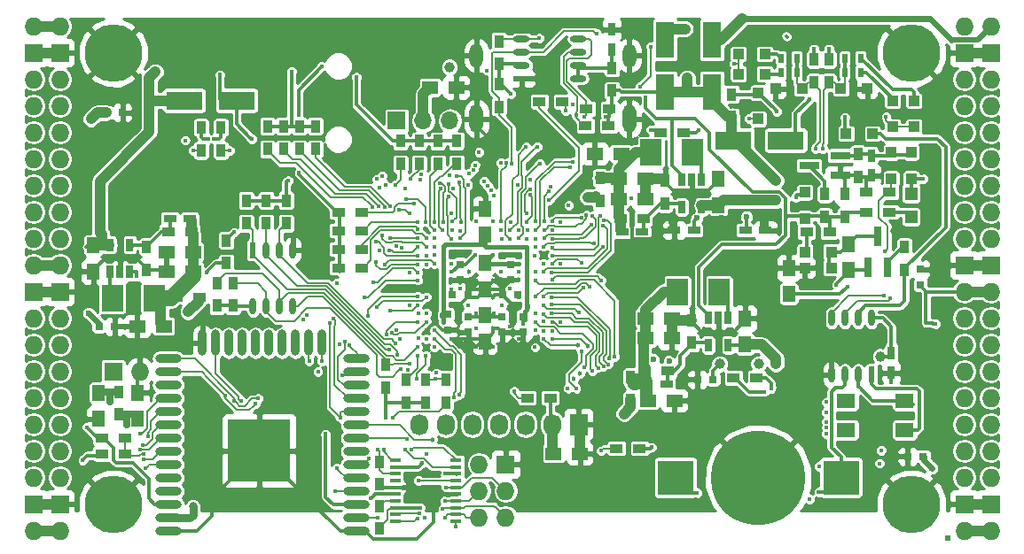
<source format=gbl>
G04 #@! TF.FileFunction,Copper,L4,Bot,Signal*
%FSLAX46Y46*%
G04 Gerber Fmt 4.6, Leading zero omitted, Abs format (unit mm)*
G04 Created by KiCad (PCBNEW 4.0.7+dfsg1-1) date Mon Apr  2 15:36:29 2018*
%MOMM*%
%LPD*%
G01*
G04 APERTURE LIST*
%ADD10C,0.100000*%
%ADD11R,1.700000X1.700000*%
%ADD12O,1.700000X1.700000*%
%ADD13R,0.900000X1.200000*%
%ADD14O,1.727200X1.727200*%
%ADD15R,1.727200X1.727200*%
%ADD16R,0.500000X0.500000*%
%ADD17R,1.800000X3.500000*%
%ADD18R,1.200000X0.900000*%
%ADD19R,2.000000X2.500000*%
%ADD20R,0.700000X1.200000*%
%ADD21R,1.250000X1.500000*%
%ADD22R,1.500000X1.250000*%
%ADD23R,0.800000X1.900000*%
%ADD24R,1.900000X0.800000*%
%ADD25R,1.200000X0.750000*%
%ADD26R,0.750000X1.200000*%
%ADD27C,5.500000*%
%ADD28R,1.000000X0.400000*%
%ADD29R,1.727200X2.032000*%
%ADD30O,1.727200X2.032000*%
%ADD31R,3.500000X1.800000*%
%ADD32R,3.500000X3.300000*%
%ADD33C,9.000000*%
%ADD34R,1.000000X1.000000*%
%ADD35O,1.300000X2.700000*%
%ADD36O,1.300000X2.300000*%
%ADD37R,0.600000X1.550000*%
%ADD38O,0.600000X1.550000*%
%ADD39R,1.550000X0.600000*%
%ADD40O,1.550000X0.600000*%
%ADD41O,2.500000X0.900000*%
%ADD42O,0.900000X2.500000*%
%ADD43R,6.000000X6.000000*%
%ADD44R,1.800000X1.400000*%
%ADD45R,1.200000X1.200000*%
%ADD46R,0.750000X0.800000*%
%ADD47R,0.800000X0.750000*%
%ADD48R,0.500000X0.900000*%
%ADD49C,0.400000*%
%ADD50C,0.454000*%
%ADD51C,0.600000*%
%ADD52C,1.000000*%
%ADD53C,0.800000*%
%ADD54C,0.700000*%
%ADD55C,0.300000*%
%ADD56C,0.500000*%
%ADD57C,1.000000*%
%ADD58C,0.190000*%
%ADD59C,0.600000*%
%ADD60C,0.400000*%
%ADD61C,0.800000*%
%ADD62C,0.700000*%
%ADD63C,1.500000*%
%ADD64C,0.127000*%
%ADD65C,0.180000*%
%ADD66C,1.200000*%
%ADD67C,0.200000*%
%ADD68C,0.254000*%
G04 APERTURE END LIST*
D10*
D11*
X130056000Y-71725000D03*
D12*
X132596000Y-71725000D03*
X135136000Y-71725000D03*
D13*
X169919000Y-68065000D03*
X169919000Y-65865000D03*
D14*
X97910000Y-62690000D03*
X95370000Y-62690000D03*
D15*
X97910000Y-65230000D03*
X95370000Y-65230000D03*
D14*
X97910000Y-67770000D03*
X95370000Y-67770000D03*
X97910000Y-70310000D03*
X95370000Y-70310000D03*
X97910000Y-72850000D03*
X95370000Y-72850000D03*
X97910000Y-75390000D03*
X95370000Y-75390000D03*
X97910000Y-77930000D03*
X95370000Y-77930000D03*
X97910000Y-80470000D03*
X95370000Y-80470000D03*
X97910000Y-83010000D03*
X95370000Y-83010000D03*
X97910000Y-85550000D03*
X95370000Y-85550000D03*
D15*
X97910000Y-88090000D03*
X95370000Y-88090000D03*
D14*
X97910000Y-90630000D03*
X95370000Y-90630000D03*
X97910000Y-93170000D03*
X95370000Y-93170000D03*
X97910000Y-95710000D03*
X95370000Y-95710000D03*
X97910000Y-98250000D03*
X95370000Y-98250000D03*
X97910000Y-100790000D03*
X95370000Y-100790000D03*
X97910000Y-103330000D03*
X95370000Y-103330000D03*
X97910000Y-105870000D03*
X95370000Y-105870000D03*
D15*
X97910000Y-108410000D03*
X95370000Y-108410000D03*
D14*
X97910000Y-110950000D03*
X95370000Y-110950000D03*
D16*
X182675150Y-111637626D03*
D13*
X103498000Y-99858000D03*
X103498000Y-97658000D03*
D17*
X155695000Y-69000000D03*
X155695000Y-64000000D03*
D18*
X157430000Y-72850000D03*
X155230000Y-72850000D03*
D19*
X160870000Y-88090000D03*
X156870000Y-88090000D03*
D20*
X159825000Y-90600000D03*
X160775000Y-90600000D03*
X161725000Y-90600000D03*
X161725000Y-93200000D03*
X159825000Y-93200000D03*
D19*
X102895000Y-88725000D03*
X106895000Y-88725000D03*
D20*
X104575000Y-86215000D03*
X103625000Y-86215000D03*
X102675000Y-86215000D03*
X102675000Y-83615000D03*
X104575000Y-83615000D03*
D19*
X158330000Y-74755000D03*
X154330000Y-74755000D03*
D20*
X157285000Y-77392000D03*
X158235000Y-77392000D03*
X159185000Y-77392000D03*
X159185000Y-79992000D03*
X157285000Y-79992000D03*
D21*
X101085000Y-83665000D03*
X101085000Y-86165000D03*
D22*
X153810000Y-90630000D03*
X156310000Y-90630000D03*
X153810000Y-92535000D03*
X156310000Y-92535000D03*
D21*
X163315000Y-93150000D03*
X163315000Y-90650000D03*
D22*
X151270000Y-79200000D03*
X153770000Y-79200000D03*
X151270000Y-77295000D03*
X153770000Y-77295000D03*
D21*
X160775000Y-79815000D03*
X160775000Y-77315000D03*
D22*
X110590000Y-84280000D03*
X108090000Y-84280000D03*
X110590000Y-86185000D03*
X108090000Y-86185000D03*
D21*
X173221000Y-86038000D03*
X173221000Y-83538000D03*
D23*
X176965000Y-85780000D03*
X175065000Y-85780000D03*
X176015000Y-82780000D03*
D24*
X172435000Y-75075000D03*
X172435000Y-76975000D03*
X169435000Y-76025000D03*
D25*
X153910000Y-96910000D03*
X155810000Y-96910000D03*
X151570000Y-82375000D03*
X153470000Y-82375000D03*
X110290000Y-81105000D03*
X108390000Y-81105000D03*
D26*
X175380000Y-75075000D03*
X175380000Y-76975000D03*
D18*
X169200000Y-82375000D03*
X171400000Y-82375000D03*
D13*
X172840000Y-80935000D03*
X172840000Y-78735000D03*
D18*
X177115000Y-80470000D03*
X174915000Y-80470000D03*
D13*
X174110000Y-74925000D03*
X174110000Y-77125000D03*
X178555000Y-83815000D03*
X178555000Y-86015000D03*
X113785000Y-83180000D03*
X113785000Y-85380000D03*
X170935000Y-80935000D03*
X170935000Y-78735000D03*
X128390000Y-108580000D03*
X128390000Y-110780000D03*
D18*
X153239000Y-103076000D03*
X151039000Y-103076000D03*
X177115000Y-78565000D03*
X174915000Y-78565000D03*
X153760000Y-95640000D03*
X155960000Y-95640000D03*
X110440000Y-82375000D03*
X108240000Y-82375000D03*
X151420000Y-81105000D03*
X153620000Y-81105000D03*
D13*
X158235000Y-90800000D03*
X158235000Y-93000000D03*
X106165000Y-86015000D03*
X106165000Y-83815000D03*
X155695000Y-77465000D03*
X155695000Y-79665000D03*
D18*
X126696000Y-85804000D03*
X124496000Y-85804000D03*
X126696000Y-84026000D03*
X124496000Y-84026000D03*
X126696000Y-82248000D03*
X124496000Y-82248000D03*
X126696000Y-80470000D03*
X124496000Y-80470000D03*
D13*
X130422000Y-75873000D03*
X130422000Y-73673000D03*
X132200000Y-75873000D03*
X132200000Y-73673000D03*
X133993000Y-75873000D03*
X133993000Y-73673000D03*
X135771000Y-75873000D03*
X135771000Y-73673000D03*
D26*
X150589600Y-64910000D03*
X150589600Y-63010000D03*
D14*
X184270000Y-110950000D03*
X186810000Y-110950000D03*
D15*
X184270000Y-108410000D03*
X186810000Y-108410000D03*
D14*
X184270000Y-105870000D03*
X186810000Y-105870000D03*
X184270000Y-103330000D03*
X186810000Y-103330000D03*
X184270000Y-100790000D03*
X186810000Y-100790000D03*
X184270000Y-98250000D03*
X186810000Y-98250000D03*
X184270000Y-95710000D03*
X186810000Y-95710000D03*
X184270000Y-93170000D03*
X186810000Y-93170000D03*
X184270000Y-90630000D03*
X186810000Y-90630000D03*
X184270000Y-88090000D03*
X186810000Y-88090000D03*
D15*
X184270000Y-85550000D03*
X186810000Y-85550000D03*
D14*
X184270000Y-83010000D03*
X186810000Y-83010000D03*
X184270000Y-80470000D03*
X186810000Y-80470000D03*
X184270000Y-77930000D03*
X186810000Y-77930000D03*
X184270000Y-75390000D03*
X186810000Y-75390000D03*
X184270000Y-72850000D03*
X186810000Y-72850000D03*
X184270000Y-70310000D03*
X186810000Y-70310000D03*
X184270000Y-67770000D03*
X186810000Y-67770000D03*
D15*
X184270000Y-65230000D03*
X186810000Y-65230000D03*
D14*
X184270000Y-62690000D03*
X186810000Y-62690000D03*
D27*
X102990000Y-108410000D03*
X179190000Y-108410000D03*
X179190000Y-65230000D03*
X102990000Y-65230000D03*
D13*
X162045000Y-71410000D03*
X162045000Y-69210000D03*
X139820000Y-66330000D03*
X139820000Y-64130000D03*
X139835000Y-68212000D03*
X139835000Y-70412000D03*
X150615000Y-68870000D03*
X150615000Y-66670000D03*
D18*
X150275000Y-72215000D03*
X148075000Y-72215000D03*
X150380000Y-70600000D03*
X148180000Y-70600000D03*
D28*
X135735000Y-104215000D03*
X135735000Y-104865000D03*
X135735000Y-105515000D03*
X135735000Y-106165000D03*
X135735000Y-106815000D03*
X135735000Y-107465000D03*
X135735000Y-108115000D03*
X135735000Y-108765000D03*
X135735000Y-109415000D03*
X135735000Y-110065000D03*
X129935000Y-110065000D03*
X129935000Y-109415000D03*
X129935000Y-108765000D03*
X129935000Y-108115000D03*
X129935000Y-107465000D03*
X129935000Y-106815000D03*
X129935000Y-106165000D03*
X129935000Y-105515000D03*
X129935000Y-104865000D03*
X129935000Y-104215000D03*
D13*
X119500000Y-79370000D03*
X119500000Y-81570000D03*
X114420000Y-89444000D03*
X114420000Y-87244000D03*
X129025000Y-97275000D03*
X129025000Y-95075000D03*
X117595000Y-79370000D03*
X117595000Y-81570000D03*
X112896000Y-89444000D03*
X112896000Y-87244000D03*
X115690000Y-79370000D03*
X115690000Y-81570000D03*
D18*
X144730000Y-98250000D03*
X142530000Y-98250000D03*
D13*
X132835000Y-98715000D03*
X132835000Y-96515000D03*
X130930000Y-98715000D03*
X130930000Y-96515000D03*
D18*
X101890000Y-103600000D03*
X104090000Y-103600000D03*
D15*
X102990000Y-95710000D03*
D14*
X105530000Y-95710000D03*
D18*
X104090000Y-102060000D03*
X101890000Y-102060000D03*
D21*
X167506000Y-88324000D03*
X167506000Y-85824000D03*
D18*
X164415000Y-96345000D03*
X162215000Y-96345000D03*
D15*
X140455000Y-104600000D03*
D14*
X137915000Y-104600000D03*
X140455000Y-107140000D03*
X137915000Y-107140000D03*
X140455000Y-109680000D03*
X137915000Y-109680000D03*
D21*
X138500000Y-90370000D03*
X138500000Y-92870000D03*
X138500000Y-82670000D03*
X138500000Y-80170000D03*
X138500000Y-85370000D03*
X138500000Y-87870000D03*
X101593000Y-97762000D03*
X101593000Y-100262000D03*
D13*
X113277000Y-74585000D03*
X113277000Y-72385000D03*
X111372000Y-74585000D03*
X111372000Y-72385000D03*
X171316000Y-68065000D03*
X171316000Y-65865000D03*
D29*
X147440000Y-100790000D03*
D30*
X144900000Y-100790000D03*
X142360000Y-100790000D03*
X139820000Y-100790000D03*
X137280000Y-100790000D03*
X134740000Y-100790000D03*
X132200000Y-100790000D03*
D21*
X105276000Y-100262000D03*
X105276000Y-97762000D03*
D31*
X109761000Y-69802000D03*
X114761000Y-69802000D03*
X167212000Y-73612000D03*
X162212000Y-73612000D03*
D17*
X160140000Y-64000000D03*
X160140000Y-69000000D03*
D22*
X154064000Y-98504000D03*
X156564000Y-98504000D03*
X107796000Y-91392000D03*
X105296000Y-91392000D03*
X151484000Y-74882000D03*
X148984000Y-74882000D03*
D13*
X134740000Y-96515000D03*
X134740000Y-98715000D03*
D32*
X172485000Y-105870000D03*
X156685000Y-105870000D03*
D33*
X164585000Y-105870000D03*
D34*
X168756000Y-68659000D03*
X166256000Y-68659000D03*
X172479000Y-68659000D03*
X174979000Y-68659000D03*
X169050000Y-84280000D03*
X171550000Y-84280000D03*
X169030000Y-81085000D03*
X169030000Y-78585000D03*
X171550000Y-85804000D03*
X169050000Y-85804000D03*
X179190000Y-77275000D03*
X179190000Y-74775000D03*
X177285000Y-74775000D03*
X177285000Y-77275000D03*
X172987000Y-72977000D03*
X175487000Y-72977000D03*
X164585000Y-69060000D03*
X164585000Y-71560000D03*
D13*
X128390000Y-106546000D03*
X128390000Y-104346000D03*
X117722000Y-74458000D03*
X117722000Y-72258000D03*
X119246000Y-74458000D03*
X119246000Y-72258000D03*
X120770000Y-74458000D03*
X120770000Y-72258000D03*
X122294000Y-74458000D03*
X122294000Y-72258000D03*
D18*
X145880000Y-69900000D03*
X143680000Y-69900000D03*
D35*
X152280000Y-71550000D03*
X137680000Y-71550000D03*
D36*
X137680000Y-65500000D03*
X152280000Y-65500000D03*
D37*
X175395000Y-96015000D03*
D38*
X174125000Y-96015000D03*
X172855000Y-96015000D03*
X171585000Y-96015000D03*
X171585000Y-90615000D03*
X172855000Y-90615000D03*
X174125000Y-90615000D03*
X175395000Y-90615000D03*
D39*
X141980000Y-67706500D03*
D40*
X141980000Y-66436500D03*
X141980000Y-65166500D03*
X141980000Y-63896500D03*
X147380000Y-63896500D03*
X147380000Y-65166500D03*
X147380000Y-66436500D03*
X147380000Y-67706500D03*
D37*
X116325000Y-84120000D03*
D38*
X117595000Y-84120000D03*
X118865000Y-84120000D03*
X120135000Y-84120000D03*
X120135000Y-89520000D03*
X118865000Y-89520000D03*
X117595000Y-89520000D03*
X116325000Y-89520000D03*
D41*
X126230000Y-111000000D03*
X126230000Y-109730000D03*
X126230000Y-108460000D03*
X126230000Y-107190000D03*
X126230000Y-105920000D03*
X126230000Y-104650000D03*
X126230000Y-103380000D03*
X126230000Y-102110000D03*
X126230000Y-100840000D03*
X126230000Y-99570000D03*
X126230000Y-98300000D03*
X126230000Y-97030000D03*
X126230000Y-95760000D03*
X126230000Y-94490000D03*
D42*
X122945000Y-93000000D03*
X121675000Y-93000000D03*
X120405000Y-93000000D03*
X119135000Y-93000000D03*
X117865000Y-93000000D03*
X116595000Y-93000000D03*
X115325000Y-93000000D03*
X114055000Y-93000000D03*
X112785000Y-93000000D03*
X111515000Y-93000000D03*
D41*
X108230000Y-94490000D03*
X108230000Y-95760000D03*
X108230000Y-97030000D03*
X108230000Y-98300000D03*
X108230000Y-99570000D03*
X108230000Y-100840000D03*
X108230000Y-102110000D03*
X108230000Y-103380000D03*
X108230000Y-104650000D03*
X108230000Y-105920000D03*
X108230000Y-107190000D03*
X108230000Y-108460000D03*
X108230000Y-109730000D03*
X108230000Y-111000000D03*
D43*
X116930000Y-103300000D03*
D44*
X178576000Y-98522000D03*
X172976000Y-98522000D03*
X172976000Y-101322000D03*
X178576000Y-101322000D03*
D45*
X179190000Y-78735000D03*
X179190000Y-80935000D03*
D46*
X140900000Y-86970000D03*
X140900000Y-85470000D03*
X136100000Y-86970000D03*
X136100000Y-85470000D03*
X136900000Y-91970000D03*
X136900000Y-90470000D03*
X140100000Y-91970000D03*
X140100000Y-90470000D03*
X142100000Y-91970000D03*
X142100000Y-90470000D03*
X134900000Y-91770000D03*
X134900000Y-90270000D03*
D47*
X136850000Y-88420000D03*
X135350000Y-88420000D03*
X140150000Y-88420000D03*
X141650000Y-88420000D03*
D25*
X163350000Y-82220000D03*
X165250000Y-82220000D03*
X158450000Y-82220000D03*
X156550000Y-82220000D03*
D26*
X177300000Y-93950000D03*
X177300000Y-95850000D03*
D48*
X166756000Y-67135000D03*
X168256000Y-67135000D03*
X174350000Y-67120000D03*
X172850000Y-67120000D03*
D34*
X162700000Y-67262000D03*
X165200000Y-67262000D03*
X165200000Y-65357000D03*
X162700000Y-65357000D03*
X177412000Y-72322000D03*
X177412000Y-69822000D03*
X179444000Y-69822000D03*
X179444000Y-72322000D03*
D48*
X166756000Y-65738000D03*
X168256000Y-65738000D03*
X172852000Y-65738000D03*
X174352000Y-65738000D03*
D13*
X152393000Y-96261000D03*
X152393000Y-98461000D03*
D18*
X109002000Y-88598000D03*
X111202000Y-88598000D03*
D13*
X149472000Y-77211000D03*
X149472000Y-79411000D03*
D22*
X145047000Y-103584000D03*
X147547000Y-103584000D03*
X133251000Y-68550000D03*
X135751000Y-68550000D03*
D47*
X103870000Y-70963000D03*
X102370000Y-70963000D03*
X103120000Y-91410000D03*
X101620000Y-91410000D03*
D46*
X180094000Y-85961000D03*
X180094000Y-87461000D03*
D47*
X178848000Y-103856000D03*
X180348000Y-103856000D03*
X158770000Y-96490000D03*
X160270000Y-96490000D03*
D49*
X124632693Y-93120351D03*
X138480000Y-92600000D03*
X140080000Y-92600000D03*
X135280000Y-87000000D03*
X145687392Y-90996646D03*
D50*
X141675979Y-86986521D03*
D49*
X140876932Y-84552536D03*
X132882184Y-84635369D03*
X132879996Y-82103336D03*
X140922639Y-81447441D03*
X177287984Y-96778661D03*
D51*
X152510125Y-81695229D03*
D49*
X141740000Y-70201000D03*
X131264297Y-86227110D03*
X173856000Y-71538990D03*
D52*
X164947008Y-63194069D03*
X175494572Y-64322557D03*
D49*
X135342764Y-89381630D03*
X144103496Y-84660400D03*
D52*
X177658444Y-82281349D03*
D49*
X145680000Y-81405125D03*
X145691238Y-94166752D03*
D52*
X162956098Y-95078488D03*
X158539988Y-94868772D03*
D51*
X161075765Y-80992022D03*
X164882869Y-80938986D03*
X156262773Y-81349374D03*
X123437000Y-108972000D03*
D49*
X135281276Y-80583119D03*
X131279502Y-89407325D03*
X170309539Y-85441529D03*
X145672808Y-85396062D03*
X133216000Y-107465000D03*
X137680000Y-88600000D03*
X142480000Y-95000000D03*
X141680000Y-92600000D03*
X135284627Y-94985297D03*
X135288625Y-94225619D03*
X134455822Y-94267172D03*
X136095958Y-93369652D03*
D50*
X139264636Y-91615205D03*
D52*
X116880503Y-64802940D03*
X106974809Y-64953974D03*
D49*
X140874194Y-91433353D03*
X142480000Y-94200000D03*
X140880000Y-93400000D03*
X139280000Y-93400000D03*
X137680000Y-93400000D03*
X136880000Y-92600000D03*
X135280000Y-92600000D03*
X132880000Y-91800000D03*
X132880000Y-93400000D03*
D50*
X139280000Y-87000000D03*
X137680000Y-87000000D03*
X136080000Y-84600000D03*
X139280000Y-88600000D03*
D52*
X107021491Y-67043629D03*
D49*
X172047074Y-87438453D03*
D52*
X166255545Y-79350736D03*
X166275426Y-77452540D03*
X157807568Y-67669269D03*
X101707889Y-82423180D03*
X166284693Y-95025145D03*
D49*
X150030853Y-71331848D03*
D52*
X157600000Y-62944000D03*
D51*
X181155918Y-104980708D03*
D49*
X171089123Y-98665996D03*
X171089123Y-99619659D03*
D52*
X135105588Y-66616618D03*
D49*
X181491000Y-91156000D03*
X140936031Y-69178713D03*
X138653686Y-66932248D03*
X135279386Y-87846456D03*
X119692151Y-77494120D03*
X113660608Y-89375718D03*
D52*
X148268387Y-79050018D03*
D49*
X137659051Y-91638034D03*
X158870000Y-72596000D03*
X114513935Y-82409431D03*
X109840000Y-73620000D03*
X132110753Y-92527478D03*
X165803369Y-97344883D03*
D52*
X160905403Y-95006436D03*
D51*
X158731133Y-81048929D03*
X154593901Y-94607945D03*
X156088245Y-94762980D03*
D52*
X164625730Y-94982471D03*
D51*
X163462982Y-80942429D03*
D52*
X176254940Y-94288458D03*
D53*
X110593913Y-108636458D03*
D49*
X180340784Y-77316932D03*
X173137949Y-87594275D03*
D54*
X102710050Y-98594954D03*
D49*
X129005202Y-100174798D03*
X176305593Y-103279812D03*
X100080000Y-104200000D03*
X139272517Y-84611349D03*
X141680000Y-86200000D03*
X132880000Y-92600000D03*
X141680000Y-88600000D03*
X141680000Y-85400000D03*
X130019546Y-91732979D03*
X121431221Y-90311593D03*
X130384540Y-92584728D03*
X121088335Y-90753785D03*
X146394787Y-97333919D03*
X143300000Y-86220000D03*
X144891603Y-91881937D03*
X147175985Y-97333919D03*
X147700000Y-93820000D03*
X142107219Y-91201016D03*
D52*
X110128890Y-90028152D03*
D49*
X142480000Y-83800000D03*
X134480000Y-83800000D03*
X134480000Y-91000000D03*
X120664983Y-71227362D03*
X122926177Y-66532317D03*
X153843282Y-69469828D03*
X105245010Y-86595559D03*
X169517039Y-69686488D03*
X170362901Y-107286196D03*
X158716651Y-107325176D03*
X136028224Y-97922729D03*
X128216338Y-109760338D03*
X132708000Y-109680000D03*
X134750646Y-106810513D03*
X133680000Y-91800000D03*
X135517016Y-98167170D03*
X134675868Y-108131585D03*
D50*
X133449289Y-102232615D03*
D49*
X133680000Y-92600000D03*
X132928488Y-103601340D03*
X127419091Y-104077728D03*
X133685482Y-93402296D03*
X134463998Y-108841973D03*
X131986331Y-96404793D03*
X131039072Y-102187000D03*
X134636872Y-109719950D03*
X132846234Y-94197073D03*
X176700000Y-84220000D03*
X143260000Y-84620000D03*
X120739932Y-76694083D03*
X126204504Y-67585368D03*
X147983153Y-71347080D03*
X147186000Y-71200000D03*
X127810351Y-87182069D03*
X121687479Y-94718249D03*
X132083026Y-86260405D03*
X116569594Y-98828850D03*
X113700000Y-98020000D03*
X122932649Y-94724357D03*
X124849021Y-96102869D03*
X122527919Y-95725900D03*
X113157250Y-67343629D03*
X116198000Y-73474420D03*
X127586603Y-107875044D03*
X146180000Y-70800000D03*
X131453853Y-103208291D03*
X149787294Y-81774991D03*
X144080000Y-86200000D03*
X149553145Y-86989440D03*
X144894316Y-86977564D03*
X144896700Y-83863953D03*
X149527221Y-80838006D03*
D50*
X147343891Y-93217126D03*
D49*
X144113248Y-92588762D03*
X149853189Y-81252115D03*
X144875155Y-86292748D03*
X144916886Y-83019942D03*
X148696112Y-80861847D03*
D50*
X148349010Y-93322307D03*
D49*
X144882352Y-92577990D03*
X144902941Y-91037926D03*
X148747982Y-95669626D03*
X144867244Y-90193915D03*
X149795895Y-95251084D03*
X144856756Y-89349904D03*
X150278898Y-95040253D03*
X150345974Y-94517527D03*
X144877648Y-88622010D03*
X150889207Y-94332565D03*
X143280000Y-87000000D03*
X129972715Y-93035096D03*
X131084713Y-95564177D03*
X130422000Y-95456000D03*
X131316164Y-94959140D03*
X130123373Y-94122671D03*
X132031990Y-93400000D03*
X129362027Y-93645784D03*
X141280657Y-97642010D03*
X133852393Y-95875797D03*
X133762848Y-96395146D03*
X132080000Y-94200000D03*
X128452683Y-84116867D03*
X105890482Y-103613569D03*
X129449238Y-89937935D03*
X130839477Y-103208987D03*
X132075624Y-89410644D03*
X128806823Y-103185900D03*
X128136791Y-89611518D03*
X132162861Y-106185868D03*
X132880000Y-88600000D03*
X126970181Y-88659309D03*
X124322162Y-105002357D03*
X132080000Y-87000000D03*
X125525099Y-93236764D03*
X124202418Y-107207639D03*
X110599084Y-74589383D03*
X132024412Y-109766775D03*
X114104080Y-74612196D03*
X132219727Y-109277292D03*
X115190634Y-98572389D03*
X131677570Y-79697994D03*
X132088008Y-81408008D03*
X132079995Y-82103334D03*
X132872609Y-82947347D03*
X133664491Y-81414685D03*
X133648389Y-82190597D03*
X131353451Y-77264702D03*
X129920953Y-77910818D03*
X129568570Y-92005655D03*
X132880000Y-91000000D03*
X129055731Y-92162718D03*
X132077338Y-91002010D03*
X131265176Y-80621782D03*
X130272149Y-80238214D03*
X128091794Y-85277024D03*
X132089786Y-85479378D03*
X146880000Y-70200000D03*
X134250176Y-78253806D03*
X163703220Y-71542164D03*
X134433979Y-82180155D03*
X135656559Y-110610712D03*
X149577281Y-103320847D03*
X132468001Y-104503413D03*
D54*
X104260000Y-100790000D03*
D49*
X114560994Y-98539563D03*
X116800000Y-98320000D03*
X111895217Y-86253790D03*
X170383147Y-104803648D03*
X165170594Y-97666317D03*
X169506589Y-107953726D03*
X170026483Y-74446860D03*
X142571021Y-82204353D03*
X143287402Y-83042010D03*
X154425580Y-102987766D03*
X168166438Y-79108038D03*
X112614274Y-73474420D03*
X112074854Y-73474420D03*
X176185734Y-104520755D03*
X143269694Y-93414905D03*
X171089123Y-101653244D03*
X143280000Y-91800000D03*
X171089123Y-101086833D03*
X144064831Y-91877646D03*
X171089123Y-100559822D03*
X144080000Y-90956495D03*
X135315381Y-82193851D03*
X135414395Y-78229653D03*
X135132058Y-76987187D03*
X136124555Y-82260038D03*
X135778528Y-77069750D03*
X136080000Y-83000000D03*
X142785835Y-77341923D03*
X170739071Y-74406366D03*
X142460000Y-83020000D03*
X143280000Y-83800000D03*
X169919000Y-64849000D03*
X171316000Y-64849000D03*
X125110333Y-92897638D03*
X124361185Y-87274371D03*
X124361184Y-87274370D03*
X182675150Y-111637626D03*
X172853718Y-71407275D03*
X166353476Y-70835462D03*
X123273881Y-101715917D03*
X129660000Y-100155000D03*
X128247798Y-103208979D03*
X127301115Y-90454353D03*
X132084049Y-88558274D03*
X120008000Y-67008000D03*
X129437600Y-79946788D03*
X133680000Y-83000000D03*
X128908575Y-79985477D03*
X133680000Y-83800000D03*
X128328791Y-79953099D03*
X130487935Y-83869856D03*
X127749884Y-79991140D03*
X128913013Y-85505853D03*
X129992018Y-83691508D03*
X133680000Y-85400000D03*
X136080000Y-87800000D03*
X137624890Y-90122896D03*
X139322319Y-90164039D03*
X140080000Y-89400000D03*
X136880000Y-89400000D03*
X140896226Y-87816226D03*
D50*
X136938110Y-86196311D03*
D49*
X140014602Y-86192969D03*
D52*
X151758000Y-99774000D03*
D49*
X135021320Y-79024950D03*
X135280000Y-83022010D03*
X154298000Y-72596000D03*
X100450000Y-101044000D03*
X132285867Y-108754446D03*
X134707351Y-105508447D03*
X139280000Y-81400000D03*
X139314656Y-78918689D03*
X139039938Y-78419090D03*
X138722927Y-77981589D03*
X138405916Y-77551542D03*
X137925244Y-74739570D03*
X137680000Y-81400000D03*
X137528501Y-75984774D03*
X137358104Y-76483473D03*
X136939551Y-76803711D03*
X136894606Y-77861070D03*
X136233339Y-81437235D03*
X136050594Y-77644475D03*
X135359567Y-81395445D03*
X135034780Y-77831198D03*
X134508502Y-81406751D03*
X134177298Y-77721089D03*
D50*
X146942280Y-96452058D03*
X147534467Y-95913260D03*
D49*
X147928857Y-95339016D03*
X143322010Y-91000657D03*
X149284391Y-95377990D03*
X144077013Y-90266968D03*
X147430953Y-90112484D03*
X144076240Y-89395301D03*
X143322010Y-90201951D03*
X147910791Y-87683418D03*
X144082832Y-88584510D03*
X148483539Y-87623462D03*
X143322010Y-88595030D03*
X144102010Y-85397219D03*
X144889349Y-85448737D03*
X147687390Y-85374093D03*
X144912409Y-84657964D03*
X149732494Y-83807694D03*
X148921512Y-83442010D03*
X144103186Y-83777990D03*
X144131413Y-83000000D03*
X148610661Y-81705858D03*
X144888125Y-82175931D03*
X144176662Y-82199998D03*
X148175253Y-80781550D03*
X144887777Y-81331919D03*
X147688311Y-80983115D03*
X142450323Y-81420000D03*
X142811300Y-78846033D03*
X142784407Y-78283067D03*
X142460000Y-80620000D03*
X144138346Y-81383767D03*
X144606344Y-78517346D03*
X144791531Y-78023942D03*
X146587441Y-76174058D03*
X143332651Y-82197990D03*
X143294334Y-81377293D03*
X146901448Y-75654906D03*
X143708879Y-75817300D03*
X141727010Y-82998875D03*
X141727010Y-82194937D03*
X140028978Y-82200000D03*
X141624813Y-77914503D03*
X142418848Y-74257965D03*
X140861329Y-83041266D03*
X143457010Y-74219135D03*
X140872990Y-82177164D03*
X132309031Y-77342560D03*
X132428734Y-76829323D03*
X128644933Y-77015661D03*
X128152012Y-77332672D03*
X128446805Y-78179514D03*
X128961752Y-77878818D03*
X130878594Y-78253288D03*
X132820479Y-81400981D03*
X130952639Y-79249008D03*
X129458086Y-83004065D03*
X132079024Y-82947345D03*
X105572759Y-101661319D03*
X132881746Y-83791358D03*
X128691780Y-82737217D03*
X106276126Y-101893466D03*
X105840996Y-102767214D03*
X129302562Y-84153497D03*
X132083682Y-83791356D03*
X128062071Y-83328884D03*
X105553144Y-103208669D03*
X132092886Y-84635367D03*
X105847765Y-104138847D03*
X133671942Y-84595200D03*
X132896883Y-85469380D03*
X106088753Y-104974041D03*
X123709657Y-91064721D03*
X124707442Y-100126977D03*
X132900000Y-90180000D03*
X124015020Y-90635192D03*
X132100000Y-90157990D03*
X139992737Y-75748003D03*
X162271466Y-66284958D03*
X140028978Y-81400000D03*
X140517734Y-75793988D03*
X176797084Y-71341791D03*
X153261256Y-68515816D03*
X176605426Y-88507160D03*
X154329326Y-64643767D03*
X152497066Y-79193467D03*
X146481406Y-79819384D03*
X143650666Y-63862520D03*
X177211069Y-88764025D03*
X141042112Y-75846610D03*
X140060000Y-83020000D03*
X149134122Y-63424051D03*
X144606344Y-79361357D03*
D52*
X100855891Y-71574861D03*
D49*
X135280000Y-85400000D03*
D51*
X100652119Y-90162239D03*
D49*
X137550785Y-84577294D03*
X135280000Y-86200000D03*
D55*
X167336000Y-63706000D02*
X167252000Y-63622000D01*
D56*
X136188509Y-87050148D02*
X136609374Y-87050148D01*
X136609374Y-87050148D02*
X136850000Y-87290774D01*
X136850000Y-87290774D02*
X136850000Y-88027041D01*
D55*
X135280000Y-87000000D02*
X136070000Y-87000000D01*
X136070000Y-87000000D02*
X136100000Y-86970000D01*
X141662500Y-87000000D02*
X141675979Y-86986521D01*
X139280000Y-87000000D02*
X141662500Y-87000000D01*
X141354953Y-86986521D02*
X141675979Y-86986521D01*
X140773938Y-86994997D02*
X140782414Y-86986521D01*
X140782414Y-86986521D02*
X141354953Y-86986521D01*
X133680000Y-91000000D02*
X132880000Y-91800000D01*
X134450000Y-91770000D02*
X133680000Y-91000000D01*
X134900000Y-91770000D02*
X134450000Y-91770000D01*
X177300000Y-95850000D02*
X177300000Y-96766645D01*
X177300000Y-96766645D02*
X177287984Y-96778661D01*
X154842999Y-83027001D02*
X152648399Y-83027001D01*
X152510125Y-82888727D02*
X152510125Y-82119493D01*
X156550000Y-82220000D02*
X155650000Y-82220000D01*
X155650000Y-82220000D02*
X154842999Y-83027001D01*
X152648399Y-83027001D02*
X152510125Y-82888727D01*
X152510125Y-82119493D02*
X152510125Y-81695229D01*
X139163860Y-75537864D02*
X137472985Y-77228739D01*
X139163860Y-73733860D02*
X139163860Y-75537864D01*
X137472985Y-77228739D02*
X137472985Y-78092985D01*
X137680000Y-71550000D02*
X137680000Y-72250000D01*
X137680000Y-72250000D02*
X139163860Y-73733860D01*
X138500000Y-79120000D02*
X138500000Y-80170000D01*
X137472985Y-78092985D02*
X138500000Y-79120000D01*
X105276000Y-97762000D02*
X105276000Y-95964000D01*
X105276000Y-95964000D02*
X105530000Y-95710000D01*
X138500000Y-87870000D02*
X137137029Y-87870000D01*
X137137029Y-87870000D02*
X136979988Y-88027041D01*
X136979988Y-88027041D02*
X136850000Y-88027041D01*
X140150000Y-88420000D02*
X140150000Y-87836000D01*
X140150000Y-87836000D02*
X140150000Y-87618935D01*
X138500000Y-87870000D02*
X140116000Y-87870000D01*
X140116000Y-87870000D02*
X140150000Y-87836000D01*
X139280000Y-88600000D02*
X139230000Y-88600000D01*
X139230000Y-88600000D02*
X138500000Y-87870000D01*
X137680000Y-88600000D02*
X137770000Y-88600000D01*
X137770000Y-88600000D02*
X138500000Y-87870000D01*
D57*
X147547000Y-103584000D02*
X147547000Y-100897000D01*
D55*
X147547000Y-100897000D02*
X147440000Y-100790000D01*
X175494572Y-64322557D02*
X166075496Y-64322557D01*
X166075496Y-64322557D02*
X165447007Y-63694068D01*
X165447007Y-63694068D02*
X164947008Y-63194069D01*
X164882869Y-80938986D02*
X164882869Y-81852869D01*
X164882869Y-81852869D02*
X165250000Y-82220000D01*
X156262773Y-81349374D02*
X156262773Y-81932773D01*
X156262773Y-81932773D02*
X156550000Y-82220000D01*
X139264636Y-91615205D02*
X139745205Y-91615205D01*
X139745205Y-91615205D02*
X140100000Y-91970000D01*
D56*
X140150000Y-88420000D02*
X140150000Y-87606614D01*
X140150000Y-87606614D02*
X139543386Y-87000000D01*
D55*
X139543386Y-87000000D02*
X139280000Y-87000000D01*
D56*
X140150000Y-87618935D02*
X140773938Y-86994997D01*
D55*
X137680000Y-87000000D02*
X137680000Y-87050000D01*
X137680000Y-87050000D02*
X138500000Y-87870000D01*
X139280000Y-87000000D02*
X139280000Y-87090000D01*
X139280000Y-87090000D02*
X138500000Y-87870000D01*
X140150000Y-88420000D02*
X141150000Y-89420000D01*
X140150000Y-88420000D02*
X139460000Y-88420000D01*
X139460000Y-88420000D02*
X139280000Y-88600000D01*
X137680000Y-87000000D02*
X137680000Y-87298789D01*
D56*
X137680000Y-87298789D02*
X136850000Y-88128789D01*
D55*
X136850000Y-88128789D02*
X136850000Y-88420000D01*
X136110990Y-86995403D02*
X136110990Y-87288031D01*
X136850000Y-88027041D02*
X136850000Y-88420000D01*
X136110990Y-86995403D02*
X137675403Y-86995403D01*
X137675403Y-86995403D02*
X137680000Y-87000000D01*
X135850000Y-90220000D02*
X135850000Y-89545000D01*
X135850000Y-89545000D02*
X136795000Y-88600000D01*
X136795000Y-88600000D02*
X137397158Y-88600000D01*
X137397158Y-88600000D02*
X137680000Y-88600000D01*
D58*
X138029000Y-66332000D02*
X138115000Y-66246000D01*
D55*
X133415999Y-107664999D02*
X133216000Y-107465000D01*
X133612013Y-107861013D02*
X133415999Y-107664999D01*
X131991648Y-111780338D02*
X133612013Y-110159973D01*
X127810434Y-111780338D02*
X131991648Y-111780338D01*
X133612013Y-110159973D02*
X133612013Y-107861013D01*
X127060434Y-111030338D02*
X127810434Y-111780338D01*
X126260434Y-111030338D02*
X127060434Y-111030338D01*
D57*
X184270000Y-108410000D02*
X186810000Y-108410000D01*
X184270000Y-85550000D02*
X186810000Y-85550000D01*
X184270000Y-65230000D02*
X186810000Y-65230000D01*
X95370000Y-65230000D02*
X97910000Y-65230000D01*
X95370000Y-88090000D02*
X97910000Y-88090000D01*
X95370000Y-108410000D02*
X97910000Y-108410000D01*
D55*
X108260434Y-111030338D02*
X109060434Y-111030338D01*
X109060434Y-111030338D02*
X109140772Y-110950000D01*
X110957617Y-110950000D02*
X112380000Y-109527617D01*
X109140772Y-110950000D02*
X110957617Y-110950000D01*
X112380000Y-109527617D02*
X112380000Y-107854384D01*
X112380000Y-107854384D02*
X116904046Y-103330338D01*
X116904046Y-103330338D02*
X116960434Y-103330338D01*
X167506000Y-85824000D02*
X169927068Y-85824000D01*
X169927068Y-85824000D02*
X170109540Y-85641528D01*
X170109540Y-85641528D02*
X170309539Y-85441529D01*
X133216000Y-107465000D02*
X132214478Y-107465000D01*
X135735000Y-107465000D02*
X133216000Y-107465000D01*
X132214478Y-107465000D02*
X131572496Y-106823018D01*
X131572496Y-106823018D02*
X129919874Y-106823018D01*
X126260434Y-111030338D02*
X124660659Y-111030338D01*
X124660659Y-111030338D02*
X116960659Y-103330338D01*
X116960659Y-103330338D02*
X116960434Y-103330338D01*
X129935000Y-106815000D02*
X128659000Y-106815000D01*
X128659000Y-106815000D02*
X128390000Y-106546000D01*
X128390000Y-106546000D02*
X128558000Y-106546000D01*
X136126306Y-93400000D02*
X136095958Y-93369652D01*
X136880000Y-92600000D02*
X136110348Y-93369652D01*
X136049652Y-93369652D02*
X136095958Y-93369652D01*
X137680000Y-93400000D02*
X136126306Y-93400000D01*
X135280000Y-92600000D02*
X136049652Y-93369652D01*
X136110348Y-93369652D02*
X136095958Y-93369652D01*
X139264636Y-92054364D02*
X139264636Y-91936231D01*
X139264636Y-91936231D02*
X139264636Y-91615205D01*
X138550000Y-92769000D02*
X139264636Y-92054364D01*
X136880000Y-92600000D02*
X137680000Y-93400000D01*
X136880000Y-92600000D02*
X138381000Y-92600000D01*
X138381000Y-92600000D02*
X138550000Y-92769000D01*
X135280000Y-92600000D02*
X136880000Y-92600000D01*
X138550000Y-92769000D02*
X138649000Y-92769000D01*
X138649000Y-92769000D02*
X139280000Y-93400000D01*
X138550000Y-92769000D02*
X138311000Y-92769000D01*
X138311000Y-92769000D02*
X137680000Y-93400000D01*
X102210000Y-84915000D02*
X103625000Y-84915000D01*
X103625000Y-84915000D02*
X105215000Y-84915000D01*
X103625000Y-86215000D02*
X103625000Y-84915000D01*
X105215000Y-84915000D02*
X106165000Y-85865000D01*
X106165000Y-85865000D02*
X106165000Y-86015000D01*
X101085000Y-86165000D02*
X101085000Y-86040000D01*
X101085000Y-86040000D02*
X102210000Y-84915000D01*
X106165000Y-86015000D02*
X107920000Y-86015000D01*
X107920000Y-86015000D02*
X108090000Y-86185000D01*
D57*
X153770000Y-77295000D02*
X155525000Y-77295000D01*
D55*
X155525000Y-77295000D02*
X155695000Y-77465000D01*
D57*
X153770000Y-79200000D02*
X153770000Y-77295000D01*
D55*
X174110000Y-77125000D02*
X174745000Y-77125000D01*
X174745000Y-77125000D02*
X175230000Y-77125000D01*
X174915000Y-78565000D02*
X174915000Y-77295000D01*
X174915000Y-77295000D02*
X174745000Y-77125000D01*
X172840000Y-78735000D02*
X172840000Y-77380000D01*
X172840000Y-77380000D02*
X172435000Y-76975000D01*
X175230000Y-77125000D02*
X175380000Y-76975000D01*
X172435000Y-76975000D02*
X173960000Y-76975000D01*
X173960000Y-76975000D02*
X174110000Y-77125000D01*
X159850000Y-78365000D02*
X158235000Y-78365000D01*
X158235000Y-78365000D02*
X156445000Y-78365000D01*
X158235000Y-77235000D02*
X158235000Y-78365000D01*
X160775000Y-77315000D02*
X160775000Y-77440000D01*
X160775000Y-77440000D02*
X159850000Y-78365000D01*
X156445000Y-78365000D02*
X155695000Y-77615000D01*
X155695000Y-77615000D02*
X155695000Y-77465000D01*
D57*
X156310000Y-90630000D02*
X156310000Y-92535000D01*
X158235000Y-90800000D02*
X156480000Y-90800000D01*
D55*
X156480000Y-90800000D02*
X156310000Y-90630000D01*
X163315000Y-90650000D02*
X163315000Y-90834602D01*
X163315000Y-90834602D02*
X162249602Y-91900000D01*
X162249602Y-91900000D02*
X160775000Y-91900000D01*
X101085000Y-86165000D02*
X101085000Y-85929893D01*
X106165000Y-85944374D02*
X106165000Y-86015000D01*
X159185000Y-91900000D02*
X160775000Y-91900000D01*
X160775000Y-90600000D02*
X160775000Y-91900000D01*
X158235000Y-90800000D02*
X158235000Y-90950000D01*
X158235000Y-90950000D02*
X159185000Y-91900000D01*
X108090000Y-84280000D02*
X108090000Y-86185000D01*
X107625000Y-84745000D02*
X108090000Y-84280000D01*
X108070000Y-84260000D02*
X108090000Y-84280000D01*
X154495000Y-69000000D02*
X154487826Y-68992826D01*
X155695000Y-69000000D02*
X154495000Y-69000000D01*
X154487826Y-68992826D02*
X151487826Y-68992826D01*
X151487826Y-68992826D02*
X151365000Y-68870000D01*
X151365000Y-68870000D02*
X150615000Y-68870000D01*
D57*
X106407114Y-69940886D02*
X106407114Y-67658006D01*
X106521492Y-67543628D02*
X107021491Y-67043629D01*
X106407114Y-67658006D02*
X106521492Y-67543628D01*
D55*
X172047074Y-87336926D02*
X172047074Y-87438453D01*
X173221000Y-86163000D02*
X172047074Y-87336926D01*
X173221000Y-86038000D02*
X173221000Y-86163000D01*
D57*
X106407114Y-69940886D02*
X106407114Y-72833672D01*
X106407114Y-72833672D02*
X101707889Y-77532897D01*
X101707889Y-77532897D02*
X101707889Y-81716074D01*
X101707889Y-81716074D02*
X101707889Y-82423180D01*
X160790000Y-79800000D02*
X161239264Y-79350736D01*
X161239264Y-79350736D02*
X165548439Y-79350736D01*
X165548439Y-79350736D02*
X166255545Y-79350736D01*
X165775427Y-76952541D02*
X166275426Y-77452540D01*
X162045000Y-73222114D02*
X165775427Y-76952541D01*
X162045000Y-71410000D02*
X162045000Y-73222114D01*
X162045000Y-71410000D02*
X162045000Y-71260000D01*
X155695000Y-69000000D02*
X157800000Y-69000000D01*
X157800000Y-69000000D02*
X160140000Y-69000000D01*
D55*
X157807568Y-68376375D02*
X157800000Y-68383943D01*
D57*
X157807568Y-67669269D02*
X157807568Y-68376375D01*
X157800000Y-68383943D02*
X157800000Y-69000000D01*
D55*
X101733051Y-82423180D02*
X101707889Y-82423180D01*
X101913492Y-82603621D02*
X101733051Y-82423180D01*
D57*
X166284693Y-94494693D02*
X166284693Y-95025145D01*
X164940000Y-93150000D02*
X166284693Y-94494693D01*
X163315000Y-93150000D02*
X164940000Y-93150000D01*
D55*
X101085000Y-83665000D02*
X101684316Y-83665000D01*
X101684316Y-83665000D02*
X101913492Y-83435824D01*
D57*
X101913492Y-83435824D02*
X101913492Y-82603621D01*
D55*
X150275000Y-71465000D02*
X150380000Y-71360000D01*
X150380000Y-71360000D02*
X150380000Y-70600000D01*
X150615000Y-70935000D02*
X150615000Y-69995990D01*
X150615000Y-69995990D02*
X150615000Y-68870000D01*
X150313695Y-71331848D02*
X150030853Y-71331848D01*
X150141848Y-71331848D02*
X150030853Y-71331848D01*
X150275000Y-71465000D02*
X150141848Y-71331848D01*
X150275000Y-72215000D02*
X150275000Y-71465000D01*
X160140000Y-69000000D02*
X160140000Y-69850000D01*
D57*
X160140000Y-69850000D02*
X161700000Y-71410000D01*
D55*
X110610000Y-69548000D02*
X110610000Y-69802000D01*
D57*
X109975000Y-69802000D02*
X106546000Y-69802000D01*
X106546000Y-69802000D02*
X106419000Y-69929000D01*
X106419000Y-69929000D02*
X106407114Y-69940886D01*
D55*
X106419000Y-69675000D02*
X106419000Y-69929000D01*
X100572432Y-83665000D02*
X100424079Y-83813353D01*
X101085000Y-83665000D02*
X100572432Y-83665000D01*
X160790000Y-79800000D02*
X160775000Y-79815000D01*
X160775000Y-79940000D02*
X160775000Y-79815000D01*
X164925000Y-93150000D02*
X164240000Y-93150000D01*
X164240000Y-93150000D02*
X163315000Y-93150000D01*
X101085000Y-83665000D02*
X101085000Y-83790000D01*
D57*
X159185000Y-79835000D02*
X160755000Y-79835000D01*
D55*
X160755000Y-79835000D02*
X160775000Y-79815000D01*
X161725000Y-93200000D02*
X163265000Y-93200000D01*
X163265000Y-93200000D02*
X163315000Y-93150000D01*
X173221000Y-86038000D02*
X174807000Y-86038000D01*
X174807000Y-86038000D02*
X175065000Y-85780000D01*
D57*
X101085000Y-83665000D02*
X102625000Y-83665000D01*
D55*
X102625000Y-83665000D02*
X102675000Y-83615000D01*
X161700000Y-71410000D02*
X162045000Y-71410000D01*
X162045000Y-71753000D02*
X162045000Y-71410000D01*
X155695000Y-64000000D02*
X155695000Y-63368337D01*
X155695000Y-63368337D02*
X156119337Y-62944000D01*
D57*
X156119337Y-62944000D02*
X157600000Y-62944000D01*
X160140000Y-64000000D02*
X161015414Y-64000000D01*
D59*
X163074631Y-61940783D02*
X163399217Y-61940783D01*
D57*
X161015414Y-64000000D02*
X163074631Y-61940783D01*
D59*
X163399217Y-61940783D02*
X180980783Y-61940783D01*
D56*
X185540000Y-63960000D02*
X186810000Y-62690000D01*
D59*
X180980783Y-61940783D02*
X183000000Y-63960000D01*
D56*
X183000000Y-63960000D02*
X185540000Y-63960000D01*
D55*
X160905403Y-95006436D02*
X160270000Y-95641839D01*
X160270000Y-95641839D02*
X160270000Y-96490000D01*
D59*
X180363731Y-104188521D02*
X180855919Y-104680709D01*
X180363731Y-103837683D02*
X180363731Y-104188521D01*
X180855919Y-104680709D02*
X181155918Y-104980708D01*
X180348000Y-103856000D02*
X180348000Y-103938888D01*
D55*
X175395000Y-90615000D02*
X176473206Y-90615000D01*
X176473206Y-90615000D02*
X177300000Y-91441794D01*
X177300000Y-91441794D02*
X177300000Y-93050000D01*
X177300000Y-93050000D02*
X177300000Y-93950000D01*
X172937950Y-87794274D02*
X173137949Y-87594275D01*
X172914623Y-87794274D02*
X172937950Y-87794274D01*
X172384897Y-88324000D02*
X172914623Y-87794274D01*
X167506000Y-88324000D02*
X172384897Y-88324000D01*
X176254940Y-94288458D02*
X176961542Y-94288458D01*
X176961542Y-94288458D02*
X177300000Y-93950000D01*
X101877202Y-103767545D02*
X100512455Y-103767545D01*
X100512455Y-103767545D02*
X100080000Y-104200000D01*
X180094000Y-87461000D02*
X180094000Y-87564000D01*
X180094000Y-87564000D02*
X180620000Y-88090000D01*
X180602000Y-91105000D02*
X180602000Y-88108000D01*
X184270000Y-88090000D02*
X180620000Y-88090000D01*
X180620000Y-88090000D02*
X180602000Y-88108000D01*
X181253000Y-91156000D02*
X181491000Y-91156000D01*
X180602000Y-91105000D02*
X181202000Y-91105000D01*
X181202000Y-91105000D02*
X181253000Y-91156000D01*
X139820000Y-66330000D02*
X139820000Y-68062682D01*
X140736032Y-68978714D02*
X140936031Y-69178713D01*
X139820000Y-68062682D02*
X140736032Y-68978714D01*
X135279386Y-88129298D02*
X135279386Y-87846456D01*
X135350000Y-88420000D02*
X135279386Y-88349386D01*
X135279386Y-88349386D02*
X135279386Y-88129298D01*
X119585880Y-77494120D02*
X119500000Y-77580000D01*
X119500000Y-77580000D02*
X119500000Y-79370000D01*
X119692151Y-77494120D02*
X119585880Y-77494120D01*
X115690000Y-79370000D02*
X116896500Y-79370000D01*
X116896500Y-79370000D02*
X117595000Y-79370000D01*
X113660608Y-89434608D02*
X113660608Y-89375718D01*
X113670000Y-89444000D02*
X113660608Y-89434608D01*
X114420000Y-89444000D02*
X113670000Y-89444000D01*
X113660608Y-89429392D02*
X113660608Y-89375718D01*
X113646000Y-89444000D02*
X113660608Y-89429392D01*
X112896000Y-89444000D02*
X113646000Y-89444000D01*
D57*
X144900000Y-100790000D02*
X144900000Y-103437000D01*
D55*
X144900000Y-103437000D02*
X145047000Y-103584000D01*
D57*
X149080093Y-79019093D02*
X149049168Y-79050018D01*
X148975493Y-79050018D02*
X148268387Y-79050018D01*
X149049168Y-79050018D02*
X148975493Y-79050018D01*
D55*
X149080093Y-79019093D02*
X149472000Y-79411000D01*
X163462982Y-80942429D02*
X163462982Y-82107018D01*
X163462982Y-82107018D02*
X163350000Y-82220000D01*
X158450000Y-82220000D02*
X158450000Y-81330062D01*
X158450000Y-81330062D02*
X158731133Y-81048929D01*
D60*
X141680000Y-85400000D02*
X140900000Y-85400000D01*
X140900000Y-85400000D02*
X138530000Y-85400000D01*
D55*
X140500000Y-85470000D02*
X140830000Y-85470000D01*
X140830000Y-85470000D02*
X140900000Y-85400000D01*
X138430000Y-85440000D02*
X138500000Y-85370000D01*
X138530000Y-85400000D02*
X138500000Y-85370000D01*
X158616000Y-72850000D02*
X158870000Y-72596000D01*
X157430000Y-72850000D02*
X158616000Y-72850000D01*
X113785000Y-83138366D02*
X114313936Y-82609430D01*
X113785000Y-83180000D02*
X113785000Y-83138366D01*
X114313936Y-82609430D02*
X114513935Y-82409431D01*
X115690000Y-79370000D02*
X115690000Y-79220000D01*
X112856637Y-89483363D02*
X112896000Y-89444000D01*
X179190000Y-78735000D02*
X179190000Y-77275000D01*
X165803369Y-96833369D02*
X165803369Y-97062041D01*
X165315000Y-96345000D02*
X165803369Y-96833369D01*
X165803369Y-97062041D02*
X165803369Y-97344883D01*
X164415000Y-96345000D02*
X165315000Y-96345000D01*
D61*
X110593913Y-109202143D02*
X110593913Y-108636458D01*
X110593913Y-109476859D02*
X110593913Y-109202143D01*
X110310434Y-109760338D02*
X110593913Y-109476859D01*
X108260434Y-109760338D02*
X110310434Y-109760338D01*
D55*
X179190000Y-77075000D02*
X179431932Y-77316932D01*
X179431932Y-77316932D02*
X180057942Y-77316932D01*
X180057942Y-77316932D02*
X180340784Y-77316932D01*
D57*
X184270000Y-110950000D02*
X186810000Y-110950000D01*
X184270000Y-88090000D02*
X186810000Y-88090000D01*
D55*
X129025000Y-97275000D02*
X129025000Y-98800000D01*
X129025000Y-98800000D02*
X129025000Y-100155000D01*
X130930000Y-98715000D02*
X129110000Y-98715000D01*
X129110000Y-98715000D02*
X129025000Y-98800000D01*
D62*
X102710050Y-97683950D02*
X102710050Y-98099980D01*
X102736000Y-97658000D02*
X102710050Y-97683950D01*
X102710050Y-98099980D02*
X102710050Y-98594954D01*
X102736000Y-97658000D02*
X101870000Y-97658000D01*
X103498000Y-97658000D02*
X102736000Y-97658000D01*
D55*
X101870000Y-97658000D02*
X101720000Y-97508000D01*
X129025000Y-100155000D02*
X129005202Y-100174798D01*
X129025000Y-97275000D02*
X129025000Y-98175000D01*
X132835000Y-98715000D02*
X130930000Y-98715000D01*
X138550000Y-85042000D02*
X138188471Y-85042000D01*
X138550000Y-85042000D02*
X138841866Y-85042000D01*
X138841866Y-85042000D02*
X139272517Y-84611349D01*
X139195253Y-84534085D02*
X139272517Y-84611349D01*
X144730000Y-98250000D02*
X144730000Y-99266000D01*
X144730000Y-99266000D02*
X144730000Y-99400000D01*
X144730000Y-99400000D02*
X144730000Y-100620000D01*
X117595000Y-79370000D02*
X119500000Y-79370000D01*
X114480000Y-89500000D02*
X116305000Y-89500000D01*
X116305000Y-89500000D02*
X116325000Y-89520000D01*
X144900000Y-98250000D02*
X144730000Y-98250000D01*
X144730000Y-100620000D02*
X144900000Y-100790000D01*
X139820000Y-66330000D02*
X141875000Y-66330000D01*
X141875000Y-66330000D02*
X141980000Y-66435000D01*
D58*
X146493162Y-96651096D02*
X146975986Y-97133920D01*
X146975986Y-97133920D02*
X147175985Y-97333919D01*
X147700000Y-93820000D02*
X147700000Y-94825565D01*
X147700000Y-94825565D02*
X146493162Y-96032403D01*
X146493162Y-96032403D02*
X146493162Y-96651096D01*
D55*
X156010000Y-95710000D02*
X156524914Y-95710000D01*
X156524914Y-95710000D02*
X157145126Y-95089788D01*
X157145126Y-95089788D02*
X157145126Y-94239874D01*
X157145126Y-94239874D02*
X158235000Y-93150000D01*
X158235000Y-93150000D02*
X158235000Y-93000000D01*
X155960000Y-95640000D02*
X155960000Y-96760000D01*
X155960000Y-96760000D02*
X155810000Y-96910000D01*
X158235000Y-93000000D02*
X159625000Y-93000000D01*
X159625000Y-93000000D02*
X159825000Y-93200000D01*
X142280331Y-90715424D02*
X142107219Y-90888536D01*
X142107219Y-90918174D02*
X142107219Y-91201016D01*
X142107219Y-90888536D02*
X142107219Y-90918174D01*
D60*
X142280331Y-90019669D02*
X142280331Y-90715424D01*
X142480000Y-89820000D02*
X142280331Y-90019669D01*
D55*
X142100000Y-90470000D02*
X142280331Y-90650331D01*
X142280331Y-90650331D02*
X142280331Y-90715424D01*
D60*
X138350001Y-83600001D02*
X138550000Y-83800000D01*
X134480000Y-83800000D02*
X134679999Y-83600001D01*
X134679999Y-83600001D02*
X138350001Y-83600001D01*
X134480000Y-90620000D02*
X134480000Y-90220000D01*
X134480000Y-90220000D02*
X134480000Y-83800000D01*
D55*
X134900000Y-90270000D02*
X134530000Y-90270000D01*
X134530000Y-90270000D02*
X134480000Y-90220000D01*
D60*
X142480000Y-83800000D02*
X142480000Y-89820000D01*
D55*
X142650000Y-89420000D02*
X142650000Y-89650000D01*
X142650000Y-89650000D02*
X142480000Y-89820000D01*
D60*
X134480000Y-91000000D02*
X134480000Y-90620000D01*
D55*
X134350000Y-90220000D02*
X134350000Y-90490000D01*
X134350000Y-90490000D02*
X134480000Y-90620000D01*
D57*
X111124699Y-88838819D02*
X111124699Y-89032343D01*
X111124699Y-89032343D02*
X110128890Y-90028152D01*
D60*
X138550000Y-83800000D02*
X142480000Y-83800000D01*
D55*
X138550000Y-83298000D02*
X138550000Y-83800000D01*
X120664983Y-70944520D02*
X120664983Y-71227362D01*
X120664983Y-68793511D02*
X120664983Y-70944520D01*
X122926177Y-66532317D02*
X120664983Y-68793511D01*
X154861587Y-71564536D02*
X153843282Y-70546231D01*
X153843282Y-70546231D02*
X153843282Y-69752670D01*
X156330000Y-71564536D02*
X154861587Y-71564536D01*
X153843282Y-69752670D02*
X153843282Y-69469828D01*
X156330000Y-71564536D02*
X158568523Y-71564536D01*
X166628506Y-78573735D02*
X167183550Y-79128779D01*
X164021390Y-78573735D02*
X166628506Y-78573735D01*
X159926293Y-72922306D02*
X159926293Y-74478638D01*
X158568523Y-71564536D02*
X159926293Y-72922306D01*
X167183550Y-79128779D02*
X167183550Y-81105000D01*
X159926293Y-74478638D02*
X164021390Y-78573735D01*
X157285000Y-77235000D02*
X157285000Y-76985000D01*
X157285000Y-76985000D02*
X156319773Y-76019773D01*
X156319773Y-76019773D02*
X156319773Y-71574763D01*
X156319773Y-71574763D02*
X156330000Y-71564536D01*
X105245010Y-86312717D02*
X105245010Y-86595559D01*
X105245010Y-86235010D02*
X105245010Y-86312717D01*
X104575000Y-86215000D02*
X105225000Y-86215000D01*
X105225000Y-86215000D02*
X105245010Y-86235010D01*
X167183550Y-81105000D02*
X167183550Y-82681450D01*
X166265000Y-83600000D02*
X161080000Y-83600000D01*
X167183550Y-82681450D02*
X166265000Y-83600000D01*
X161080000Y-83600000D02*
X158880000Y-85800000D01*
X158880000Y-85800000D02*
X158880000Y-89400000D01*
X158880000Y-89400000D02*
X159825000Y-90345000D01*
X159825000Y-90345000D02*
X159825000Y-90600000D01*
X169030000Y-80885000D02*
X167403550Y-80885000D01*
X167403550Y-80885000D02*
X167183550Y-81105000D01*
X168980000Y-80885000D02*
X169030000Y-80885000D01*
X169030000Y-80885000D02*
X170885000Y-80885000D01*
X170885000Y-80885000D02*
X170935000Y-80935000D01*
X170935000Y-80935000D02*
X171570000Y-80935000D01*
X171570000Y-80935000D02*
X172840000Y-80935000D01*
X171400000Y-82375000D02*
X171400000Y-81105000D01*
X171400000Y-81105000D02*
X171570000Y-80935000D01*
X174915000Y-80470000D02*
X173305000Y-80470000D01*
X173305000Y-80470000D02*
X172840000Y-80935000D01*
X155210000Y-79665000D02*
X155695000Y-79665000D01*
X153620000Y-81105000D02*
X153770000Y-81105000D01*
X153770000Y-81105000D02*
X155210000Y-79665000D01*
X153620000Y-81105000D02*
X153620000Y-82225000D01*
X153620000Y-82225000D02*
X153470000Y-82375000D01*
X155695000Y-79665000D02*
X157115000Y-79665000D01*
X155525000Y-79835000D02*
X155695000Y-79665000D01*
X157115000Y-79665000D02*
X157285000Y-79835000D01*
X104575000Y-83615000D02*
X105965000Y-83615000D01*
X104775000Y-83815000D02*
X104575000Y-83615000D01*
X108240000Y-82375000D02*
X107605000Y-82375000D01*
X107605000Y-82375000D02*
X106165000Y-83815000D01*
X105965000Y-83615000D02*
X106165000Y-83815000D01*
X108070000Y-82545000D02*
X108240000Y-82375000D01*
X108390000Y-81105000D02*
X108390000Y-82225000D01*
X108390000Y-82225000D02*
X108240000Y-82375000D01*
X169317040Y-69886487D02*
X169517039Y-69686488D01*
X168141000Y-71062527D02*
X169317040Y-69886487D01*
X168141000Y-73485000D02*
X168141000Y-71062527D01*
X172855000Y-96015000D02*
X172855000Y-97011291D01*
X172855000Y-97011291D02*
X172567532Y-97298759D01*
X172567532Y-97298759D02*
X171943379Y-97298759D01*
X171943379Y-97298759D02*
X171566133Y-97676005D01*
X171566133Y-97676005D02*
X171566133Y-103001133D01*
X172485000Y-103920000D02*
X172485000Y-105870000D01*
X171566133Y-103001133D02*
X172485000Y-103920000D01*
X172585000Y-105870000D02*
X172485000Y-105870000D01*
X170645743Y-107286196D02*
X170362901Y-107286196D01*
X171252736Y-107286196D02*
X170645743Y-107286196D01*
X158433809Y-107325176D02*
X158716651Y-107325176D01*
X158140176Y-107325176D02*
X158433809Y-107325176D01*
X156685000Y-105870000D02*
X158140176Y-107325176D01*
D58*
X133680000Y-91800000D02*
X135181878Y-93301878D01*
X135181878Y-93301878D02*
X135425772Y-93301878D01*
X135425772Y-93301878D02*
X136228223Y-94104329D01*
X136228223Y-94104329D02*
X136228223Y-97722730D01*
X136228223Y-97722730D02*
X136028224Y-97922729D01*
X126260434Y-109760338D02*
X128216338Y-109760338D01*
X126260434Y-109760338D02*
X127060434Y-109760338D01*
X127060434Y-109760338D02*
X127107096Y-109807000D01*
X137254415Y-105873269D02*
X139188269Y-105873269D01*
X139188269Y-105873269D02*
X140455000Y-107140000D01*
X135735000Y-106856777D02*
X135718950Y-106872827D01*
X135718950Y-106872827D02*
X135656636Y-106810513D01*
X135656636Y-106810513D02*
X135033488Y-106810513D01*
X135033488Y-106810513D02*
X134750646Y-106810513D01*
X137254415Y-105873269D02*
X136254857Y-106872827D01*
X135735000Y-106815000D02*
X135735000Y-106856777D01*
X136254857Y-106872827D02*
X135718950Y-106872827D01*
X135717015Y-94041442D02*
X135717015Y-97625405D01*
X135717015Y-97625405D02*
X135517016Y-97825404D01*
X135517016Y-97825404D02*
X135517016Y-97884328D01*
X135517016Y-97884328D02*
X135517016Y-98167170D01*
X133680000Y-92600000D02*
X134698889Y-93618889D01*
X134698889Y-93618889D02*
X135294462Y-93618889D01*
X135294462Y-93618889D02*
X135717015Y-94041442D01*
X133449289Y-102232615D02*
X131722624Y-102232615D01*
X127700434Y-100870338D02*
X126260434Y-100870338D01*
X131722624Y-102232615D02*
X130360347Y-100870338D01*
X130360347Y-100870338D02*
X127700434Y-100870338D01*
X135735000Y-108115000D02*
X136940000Y-108115000D01*
X136940000Y-108115000D02*
X137915000Y-107140000D01*
X135644172Y-108131585D02*
X134958710Y-108131585D01*
X134958710Y-108131585D02*
X134675868Y-108131585D01*
X135669098Y-108106659D02*
X135644172Y-108131585D01*
X135726659Y-108106659D02*
X135669098Y-108106659D01*
X135735000Y-108115000D02*
X135726659Y-108106659D01*
X126816481Y-104680338D02*
X127219092Y-104277727D01*
X127219092Y-104277727D02*
X127419091Y-104077728D01*
X126260434Y-104680338D02*
X126816481Y-104680338D01*
X135735000Y-108765000D02*
X136425000Y-108765000D01*
X136595601Y-108594399D02*
X139369399Y-108594399D01*
X139369399Y-108594399D02*
X139591401Y-108816401D01*
X136425000Y-108765000D02*
X136595601Y-108594399D01*
X139591401Y-108816401D02*
X140455000Y-109680000D01*
X134540971Y-108765000D02*
X134463998Y-108841973D01*
X135735000Y-108765000D02*
X134540971Y-108765000D01*
X132846234Y-94197073D02*
X132846234Y-95083073D01*
X132846234Y-95083073D02*
X131986331Y-95942976D01*
X131986331Y-95942976D02*
X131986331Y-96121951D01*
X131986331Y-96121951D02*
X131986331Y-96404793D01*
X126260434Y-102140338D02*
X130992410Y-102140338D01*
X130992410Y-102140338D02*
X131039072Y-102187000D01*
X136690000Y-109680000D02*
X137915000Y-109680000D01*
X135735000Y-109415000D02*
X136425000Y-109415000D01*
X136425000Y-109415000D02*
X136690000Y-109680000D01*
X134636872Y-109719950D02*
X134941822Y-109415000D01*
X134941822Y-109415000D02*
X135735000Y-109415000D01*
D55*
X174125000Y-90615000D02*
X174125000Y-90140000D01*
X174125000Y-90140000D02*
X174840623Y-89424377D01*
X178555000Y-86915000D02*
X178555000Y-86015000D01*
X174840623Y-89424377D02*
X178116463Y-89424377D01*
X178116463Y-89424377D02*
X178570000Y-88970840D01*
X178570000Y-88970840D02*
X178570000Y-86930000D01*
X178570000Y-86930000D02*
X178555000Y-86915000D01*
X178555000Y-86015000D02*
X178555000Y-85865000D01*
X182481998Y-81938002D02*
X182481998Y-74236998D01*
X178555000Y-85865000D02*
X182481998Y-81938002D01*
X182481998Y-74236998D02*
X181705045Y-73460045D01*
X181705045Y-73460045D02*
X176770045Y-73460045D01*
X176287000Y-72977000D02*
X175487000Y-72977000D01*
X176770045Y-73460045D02*
X176287000Y-72977000D01*
X176015000Y-82780000D02*
X173979000Y-82780000D01*
X173979000Y-82780000D02*
X173221000Y-83538000D01*
X171350000Y-84280000D02*
X172479000Y-84280000D01*
X172479000Y-84280000D02*
X173221000Y-83538000D01*
X171350000Y-84280000D02*
X171350000Y-85804000D01*
X177285000Y-74975000D02*
X179190000Y-74975000D01*
X175380000Y-75075000D02*
X177185000Y-75075000D01*
X177185000Y-75075000D02*
X177285000Y-74975000D01*
X174110000Y-74925000D02*
X175230000Y-74925000D01*
X175230000Y-74925000D02*
X175380000Y-75075000D01*
X172435000Y-75075000D02*
X173960000Y-75075000D01*
X173960000Y-75075000D02*
X174110000Y-74925000D01*
X169200000Y-82375000D02*
X169200000Y-84230000D01*
X169200000Y-84230000D02*
X169250000Y-84280000D01*
X177115000Y-80470000D02*
X178725000Y-80470000D01*
X178725000Y-80470000D02*
X179190000Y-80935000D01*
X178380000Y-83815000D02*
X178555000Y-83815000D01*
X176965000Y-85780000D02*
X176965000Y-85230000D01*
X176965000Y-85230000D02*
X178380000Y-83815000D01*
X175395000Y-96015000D02*
X175395000Y-96949042D01*
X175395000Y-96949042D02*
X175804356Y-97358398D01*
X175804356Y-97358398D02*
X179709993Y-97358398D01*
X179709993Y-97358398D02*
X179951592Y-97599997D01*
X179951592Y-97599997D02*
X179951592Y-101133258D01*
X179951592Y-101133258D02*
X179762850Y-101322000D01*
X179762850Y-101322000D02*
X178576000Y-101322000D01*
X174182087Y-97182087D02*
X175522000Y-98522000D01*
X175522000Y-98522000D02*
X178576000Y-98522000D01*
X174125000Y-97182087D02*
X174182087Y-97182087D01*
X174125000Y-96015000D02*
X174125000Y-97182087D01*
X179332000Y-98870000D02*
X179344000Y-98882000D01*
X170935000Y-78735000D02*
X170935000Y-77525000D01*
X170935000Y-77525000D02*
X169435000Y-76025000D01*
D58*
X177115000Y-78565000D02*
X176965000Y-78565000D01*
X176965000Y-78565000D02*
X176100000Y-79430000D01*
X176100000Y-79430000D02*
X176100000Y-80981630D01*
X176100000Y-80981630D02*
X176936434Y-81818064D01*
X176936434Y-81818064D02*
X176936434Y-84006426D01*
X176936434Y-84006426D02*
X176722860Y-84220000D01*
X176722860Y-84220000D02*
X176700000Y-84220000D01*
X177285000Y-77075000D02*
X177285000Y-78395000D01*
X177285000Y-78395000D02*
X177115000Y-78565000D01*
D55*
X120739932Y-76863932D02*
X120739932Y-76694083D01*
X124346000Y-80470000D02*
X120739932Y-76863932D01*
X124496000Y-80470000D02*
X124346000Y-80470000D01*
X124582000Y-80470000D02*
X124432000Y-80470000D01*
X124582000Y-84279000D02*
X124582000Y-86185000D01*
X124582000Y-82375000D02*
X124582000Y-84279000D01*
X124582000Y-80470000D02*
X124582000Y-82375000D01*
X130422000Y-73673000D02*
X129672000Y-73673000D01*
X126204504Y-70205504D02*
X126204504Y-67585368D01*
X129672000Y-73673000D02*
X126204504Y-70205504D01*
X133993000Y-73673000D02*
X135771000Y-73673000D01*
X132200000Y-73673000D02*
X133993000Y-73673000D01*
X130422000Y-73673000D02*
X132200000Y-73673000D01*
D58*
X148180000Y-70600000D02*
X148180000Y-69847543D01*
X148180000Y-69847543D02*
X146312000Y-67979543D01*
X146312000Y-67979543D02*
X146312000Y-66010000D01*
X146312000Y-66010000D02*
X146566000Y-65756000D01*
X146566000Y-65756000D02*
X148324189Y-65756000D01*
X148324189Y-65756000D02*
X148608485Y-65471704D01*
X148608485Y-65471704D02*
X148608485Y-64100464D01*
X148608485Y-64100464D02*
X148403021Y-63895000D01*
X148403021Y-63895000D02*
X147380000Y-63895000D01*
X148072920Y-71347080D02*
X147983153Y-71347080D01*
X148180000Y-71240000D02*
X148072920Y-71347080D01*
X148180000Y-70600000D02*
X148180000Y-71240000D01*
X147186000Y-70917158D02*
X147186000Y-71200000D01*
X147302001Y-69417864D02*
X147302001Y-70801157D01*
X145994989Y-65624690D02*
X145994989Y-68110853D01*
X146454679Y-65165000D02*
X145994989Y-65624690D01*
X145994989Y-68110853D02*
X147302001Y-69417864D01*
X147380000Y-65165000D02*
X146454679Y-65165000D01*
X147302001Y-70801157D02*
X147186000Y-70917158D01*
X147186000Y-71476000D02*
X147186000Y-71200000D01*
X148075000Y-72215000D02*
X147925000Y-72215000D01*
X147925000Y-72215000D02*
X147186000Y-71476000D01*
X148075000Y-72215000D02*
X148075000Y-71961000D01*
D55*
X150589600Y-64910000D02*
X150589600Y-66644600D01*
X150589600Y-66644600D02*
X150615000Y-66670000D01*
X147380000Y-67705000D02*
X147380000Y-66435000D01*
X150615000Y-66670000D02*
X147615000Y-66670000D01*
X147615000Y-66670000D02*
X147380000Y-66435000D01*
D58*
X129660000Y-85804000D02*
X128281931Y-87182069D01*
X128281931Y-87182069D02*
X128093193Y-87182069D01*
X128093193Y-87182069D02*
X127810351Y-87182069D01*
X132083026Y-86260405D02*
X131626621Y-85804000D01*
X131626621Y-85804000D02*
X129660000Y-85804000D01*
X121675000Y-94705770D02*
X121687479Y-94718249D01*
X121675000Y-93000000D02*
X121675000Y-94705770D01*
X121675000Y-93800000D02*
X121675000Y-93000000D01*
X115990978Y-99407466D02*
X116369595Y-99028849D01*
X114804624Y-99407466D02*
X115990978Y-99407466D01*
X116369595Y-99028849D02*
X116569594Y-98828850D01*
X113700000Y-98302842D02*
X114804624Y-99407466D01*
X113700000Y-98020000D02*
X113700000Y-98302842D01*
X108230000Y-95760000D02*
X111440000Y-95760000D01*
X111440000Y-95760000D02*
X112000000Y-96320000D01*
X112000000Y-96320000D02*
X113700000Y-98020000D01*
X108260434Y-95790338D02*
X107460434Y-95790338D01*
X122945000Y-94712006D02*
X122932649Y-94724357D01*
X122945000Y-93000000D02*
X122945000Y-94712006D01*
X125887131Y-96102869D02*
X125131863Y-96102869D01*
X126230000Y-95760000D02*
X125887131Y-96102869D01*
X125131863Y-96102869D02*
X124849021Y-96102869D01*
D55*
X113157250Y-69682250D02*
X113157250Y-67626471D01*
X113277000Y-69802000D02*
X113157250Y-69682250D01*
X113157250Y-67626471D02*
X113157250Y-67343629D01*
X114761000Y-72037420D02*
X115998001Y-73274421D01*
X114761000Y-69802000D02*
X114761000Y-72037420D01*
X115998001Y-73274421D02*
X116198000Y-73474420D01*
X127786602Y-107675045D02*
X127586603Y-107875044D01*
X129935000Y-107465000D02*
X127996647Y-107465000D01*
X127996647Y-107465000D02*
X127786602Y-107675045D01*
D58*
X146180000Y-70800000D02*
X146180000Y-70200000D01*
X146180000Y-70200000D02*
X145880000Y-69900000D01*
X129935000Y-108115000D02*
X128895397Y-108115000D01*
X128895397Y-108115000D02*
X128373228Y-108637169D01*
X134529260Y-103008292D02*
X131653852Y-103008292D01*
X135760266Y-104239298D02*
X134529260Y-103008292D01*
X131653852Y-103008292D02*
X131453853Y-103208291D01*
X149987293Y-81974990D02*
X149787294Y-81774991D01*
X150154496Y-84010256D02*
X150154496Y-82142193D01*
X148299372Y-85865380D02*
X150154496Y-84010256D01*
X145206679Y-85865380D02*
X148299372Y-85865380D01*
X144409261Y-85870739D02*
X145201320Y-85870739D01*
X145201320Y-85870739D02*
X145206679Y-85865380D01*
X144080000Y-86200000D02*
X144409261Y-85870739D01*
X150154496Y-82142193D02*
X149987293Y-81974990D01*
X149533922Y-86909940D02*
X149553145Y-86929163D01*
X149553145Y-86929163D02*
X149553145Y-86989440D01*
X144894316Y-86977564D02*
X145244485Y-86627395D01*
X145244485Y-86627395D02*
X149251377Y-86627395D01*
X149251377Y-86627395D02*
X149533922Y-86909940D01*
X149343514Y-83644024D02*
X148923586Y-84063952D01*
X149349682Y-81015545D02*
X149349682Y-83481067D01*
X145096699Y-84063952D02*
X144896700Y-83863953D01*
X148923586Y-84063952D02*
X145096699Y-84063952D01*
X149343514Y-83487235D02*
X149343514Y-83644024D01*
X149527221Y-80838006D02*
X149349682Y-81015545D01*
X149349682Y-83481067D02*
X149343514Y-83487235D01*
X147022865Y-93217126D02*
X147343891Y-93217126D01*
X144741612Y-93217126D02*
X147022865Y-93217126D01*
X144113248Y-92588762D02*
X144741612Y-93217126D01*
X150471507Y-84141566D02*
X150471507Y-81587591D01*
X150471507Y-81587591D02*
X150136031Y-81252115D01*
X144875155Y-86292748D02*
X148320325Y-86292748D01*
X150136031Y-81252115D02*
X149853189Y-81252115D01*
X148320325Y-86292748D02*
X150471507Y-84141566D01*
X147466871Y-82991358D02*
X147438287Y-83019942D01*
X145199728Y-83019942D02*
X144916886Y-83019942D01*
X147438287Y-83019942D02*
X145199728Y-83019942D01*
X148896111Y-81061846D02*
X148696112Y-80861847D01*
X148142234Y-82797999D02*
X149032671Y-81907562D01*
X149032671Y-81198406D02*
X148896111Y-81061846D01*
X149032671Y-81907562D02*
X149032671Y-81198406D01*
X147904080Y-82991358D02*
X148097439Y-82797999D01*
X147466871Y-82991358D02*
X147904080Y-82991358D01*
X148097439Y-82797999D02*
X148142234Y-82797999D01*
X147481096Y-83005583D02*
X147466871Y-82991358D01*
X144882352Y-92577990D02*
X147604693Y-92577990D01*
X147604693Y-92577990D02*
X148122011Y-93095308D01*
X148122011Y-93095308D02*
X148349010Y-93322307D01*
X145129543Y-91037926D02*
X144902941Y-91037926D01*
X148291913Y-91418647D02*
X145510264Y-91418647D01*
X148747982Y-95669626D02*
X148547983Y-95469627D01*
X149115023Y-92241757D02*
X148291913Y-91418647D01*
X148547983Y-94236179D02*
X149115023Y-93669139D01*
X148547983Y-95469627D02*
X148547983Y-94236179D01*
X149115023Y-93669139D02*
X149115023Y-92241757D01*
X145510264Y-91418647D02*
X145129543Y-91037926D01*
X148424131Y-90654224D02*
X147228392Y-90654224D01*
X149368234Y-94823423D02*
X149368234Y-94312568D01*
X149749045Y-93931759D02*
X149749045Y-91979138D01*
X149795895Y-95251084D02*
X149368234Y-94823423D01*
X147228392Y-90654224D02*
X146768083Y-90193915D01*
X149749045Y-91979138D02*
X148424131Y-90654224D01*
X145150086Y-90193915D02*
X144867244Y-90193915D01*
X146768083Y-90193915D02*
X145150086Y-90193915D01*
X149368234Y-94312568D02*
X149749045Y-93931759D01*
X147568131Y-89349904D02*
X145139598Y-89349904D01*
X150066056Y-94063069D02*
X150066056Y-91847829D01*
X149828669Y-94300455D02*
X149880355Y-94248770D01*
X150278898Y-95040253D02*
X150259189Y-95040253D01*
X149880355Y-94248770D02*
X150066056Y-94063069D01*
X145139598Y-89349904D02*
X144856756Y-89349904D01*
X150259189Y-95040253D02*
X149828669Y-94609733D01*
X149828669Y-94609733D02*
X149828669Y-94300455D01*
X150066056Y-91847829D02*
X147568131Y-89349904D01*
X150345974Y-94234685D02*
X150345974Y-94517527D01*
X150383067Y-91716519D02*
X150383067Y-94197592D01*
X150383067Y-94197592D02*
X150345974Y-94234685D01*
X144877648Y-88622010D02*
X147288558Y-88622010D01*
X147288558Y-88622010D02*
X150383067Y-91716519D01*
X143280000Y-87000000D02*
X143680000Y-87400000D01*
X143680000Y-87400000D02*
X147121326Y-87400000D01*
X148879491Y-86944406D02*
X150889207Y-88954122D01*
X147576920Y-86944406D02*
X148879491Y-86944406D01*
X147121326Y-87400000D02*
X147576920Y-86944406D01*
X150889207Y-88954122D02*
X150889207Y-94049723D01*
X150889207Y-94049723D02*
X150889207Y-94332565D01*
X129572546Y-92634927D02*
X129772716Y-92835097D01*
X118865000Y-84120000D02*
X118865000Y-84595000D01*
X121524946Y-87254946D02*
X123473189Y-87254946D01*
X118865000Y-84595000D02*
X121524946Y-87254946D01*
X123473189Y-87254946D02*
X128853170Y-92634927D01*
X128853170Y-92634927D02*
X129572546Y-92634927D01*
X129772716Y-92835097D02*
X129972715Y-93035096D01*
X118865000Y-84120000D02*
X118865000Y-82205000D01*
X118865000Y-82205000D02*
X119500000Y-81570000D01*
X129660000Y-96218000D02*
X130222001Y-95655999D01*
X128390000Y-96218000D02*
X129660000Y-96218000D01*
X120262000Y-90884000D02*
X121460244Y-89685756D01*
X123662394Y-89685756D02*
X128136000Y-94159362D01*
X128136000Y-94159362D02*
X128136000Y-95964000D01*
X121460244Y-89685756D02*
X123662394Y-89685756D01*
X128136000Y-95964000D02*
X128390000Y-96218000D01*
X117595000Y-89995000D02*
X118484000Y-90884000D01*
X117595000Y-89520000D02*
X117595000Y-89995000D01*
X130222001Y-95655999D02*
X130422000Y-95456000D01*
X118484000Y-90884000D02*
X120262000Y-90884000D01*
X116780000Y-87300000D02*
X117595000Y-88115000D01*
X117595000Y-88115000D02*
X117595000Y-89520000D01*
X114480000Y-87300000D02*
X116780000Y-87300000D01*
X121590000Y-88555000D02*
X122979963Y-88555000D01*
X129025000Y-94600041D02*
X129025000Y-95075000D01*
X122979963Y-88555000D02*
X129025000Y-94600041D01*
X120135000Y-89520000D02*
X120625000Y-89520000D01*
X120625000Y-89520000D02*
X121590000Y-88555000D01*
X131033322Y-94959140D02*
X131316164Y-94959140D01*
X129780860Y-94959140D02*
X131033322Y-94959140D01*
X129665000Y-95075000D02*
X129780860Y-94959140D01*
X129025000Y-95075000D02*
X129665000Y-95075000D01*
X117595000Y-84595000D02*
X120571957Y-87571957D01*
X130123373Y-93810316D02*
X130123373Y-93839829D01*
X128880982Y-93111060D02*
X129424117Y-93111060D01*
X123341880Y-87571957D02*
X128880982Y-93111060D01*
X120571957Y-87571957D02*
X123341880Y-87571957D01*
X117595000Y-84120000D02*
X117595000Y-84595000D01*
X130123373Y-93839829D02*
X130123373Y-94122671D01*
X129424117Y-93111060D02*
X130123373Y-93810316D01*
X117595000Y-84120000D02*
X117595000Y-81570000D01*
X119704021Y-88205979D02*
X123079262Y-88205979D01*
X130035425Y-94635823D02*
X130796167Y-94635823D01*
X118865000Y-89045000D02*
X119704021Y-88205979D01*
X131831991Y-93599999D02*
X132031990Y-93400000D01*
X130796167Y-94635823D02*
X131831991Y-93599999D01*
X129126279Y-94252999D02*
X129652601Y-94252999D01*
X123079262Y-88205979D02*
X129126279Y-94252999D01*
X118865000Y-89520000D02*
X118865000Y-89045000D01*
X129652601Y-94252999D02*
X130035425Y-94635823D01*
X112896000Y-87244000D02*
X112896000Y-87094000D01*
X112896000Y-87094000D02*
X113641512Y-86348488D01*
X113641512Y-86348488D02*
X117250488Y-86348488D01*
X117250488Y-86348488D02*
X118865000Y-87963000D01*
X118865000Y-87963000D02*
X118865000Y-89520000D01*
X129079185Y-93645784D02*
X129362027Y-93645784D01*
X116325000Y-84120000D02*
X116325000Y-84595000D01*
X119618968Y-87888968D02*
X123210571Y-87888968D01*
X123210571Y-87888968D02*
X128967385Y-93645784D01*
X128967385Y-93645784D02*
X129079185Y-93645784D01*
X116325000Y-84595000D02*
X119618968Y-87888968D01*
X116325000Y-84120000D02*
X116325000Y-82205000D01*
X116325000Y-82205000D02*
X115690000Y-81570000D01*
X142530000Y-98250000D02*
X141740000Y-98250000D01*
X141740000Y-98250000D02*
X141280657Y-97790657D01*
X141280657Y-97790657D02*
X141280657Y-97642010D01*
X134045690Y-96395146D02*
X133762848Y-96395146D01*
X132835000Y-96515000D02*
X133642994Y-96515000D01*
X134902547Y-96248879D02*
X134756280Y-96395146D01*
X133642994Y-96515000D02*
X133762848Y-96395146D01*
X134756280Y-96395146D02*
X134045690Y-96395146D01*
X132080000Y-94200000D02*
X132080000Y-95400986D01*
X132080000Y-95400986D02*
X130965986Y-96515000D01*
X130965986Y-96515000D02*
X130930000Y-96515000D01*
X104090000Y-103800000D02*
X104090000Y-102060000D01*
X105673123Y-103613569D02*
X105486692Y-103800000D01*
X105486692Y-103800000D02*
X104090000Y-103800000D01*
X105673123Y-103613569D02*
X105890482Y-103613569D01*
X104090000Y-103965000D02*
X104434394Y-103965000D01*
X103945000Y-103965000D02*
X104090000Y-103965000D01*
D55*
X103940000Y-102060000D02*
X104090000Y-102060000D01*
X104260000Y-101890000D02*
X104090000Y-102060000D01*
D58*
X131548333Y-89937935D02*
X129732080Y-89937935D01*
X132075624Y-89410644D02*
X131548333Y-89937935D01*
X129732080Y-89937935D02*
X129449238Y-89937935D01*
X133454150Y-104865000D02*
X132670562Y-104081412D01*
X135735000Y-104865000D02*
X133454150Y-104865000D01*
X131711902Y-104081412D02*
X131039476Y-103408986D01*
X131039476Y-103408986D02*
X130839477Y-103208987D01*
X132670562Y-104081412D02*
X131711902Y-104081412D01*
X128806823Y-103386823D02*
X128806823Y-103185900D01*
X129635000Y-104215000D02*
X128806823Y-103386823D01*
X129935000Y-104215000D02*
X129635000Y-104215000D01*
X128768025Y-88980284D02*
X128336790Y-89411519D01*
X128336790Y-89411519D02*
X128136791Y-89611518D01*
X132499716Y-88980284D02*
X128768025Y-88980284D01*
X132880000Y-88600000D02*
X132499716Y-88980284D01*
X135792529Y-106185868D02*
X132445703Y-106185868D01*
X135798078Y-106180319D02*
X135792529Y-106185868D01*
X132445703Y-106185868D02*
X132162861Y-106185868D01*
X132080000Y-87000000D02*
X128972000Y-87000000D01*
X128972000Y-87000000D02*
X127312691Y-88659309D01*
X127312691Y-88659309D02*
X127253023Y-88659309D01*
X127253023Y-88659309D02*
X126970181Y-88659309D01*
X125270143Y-105950338D02*
X124522161Y-105202356D01*
X126260434Y-105950338D02*
X125270143Y-105950338D01*
X124522161Y-105202356D02*
X124322162Y-105002357D01*
X126260434Y-93972099D02*
X125725098Y-93436763D01*
X125725098Y-93436763D02*
X125525099Y-93236764D01*
X126260434Y-94520338D02*
X126260434Y-93972099D01*
X126260434Y-107220338D02*
X124215117Y-107220338D01*
X124215117Y-107220338D02*
X124202418Y-107207639D01*
X111372000Y-74585000D02*
X110603467Y-74585000D01*
X110603467Y-74585000D02*
X110599084Y-74589383D01*
X129989706Y-110093313D02*
X131697874Y-110093313D01*
X131824413Y-109966774D02*
X132024412Y-109766775D01*
X131697874Y-110093313D02*
X131824413Y-109966774D01*
X114076884Y-74585000D02*
X114104080Y-74612196D01*
X113277000Y-74585000D02*
X114076884Y-74585000D01*
X129920049Y-109454792D02*
X130097549Y-109277292D01*
X131936885Y-109277292D02*
X132219727Y-109277292D01*
X130097549Y-109277292D02*
X131936885Y-109277292D01*
X114990635Y-98140810D02*
X114990635Y-98372390D01*
X112785000Y-95935175D02*
X114990635Y-98140810D01*
X112785000Y-93000000D02*
X112785000Y-95935175D01*
X114990635Y-98372390D02*
X115190634Y-98572389D01*
X112815434Y-93030338D02*
X112815434Y-93830338D01*
X126696000Y-80470000D02*
X129693056Y-80470000D01*
X129693056Y-80470000D02*
X129850148Y-80312908D01*
X129850148Y-80035653D02*
X130187807Y-79697994D01*
X130187807Y-79697994D02*
X131394728Y-79697994D01*
X131394728Y-79697994D02*
X131677570Y-79697994D01*
X129850148Y-80312908D02*
X129850148Y-80035653D01*
X131805166Y-81408008D02*
X132088008Y-81408008D01*
X127685992Y-81408008D02*
X131805166Y-81408008D01*
X126846000Y-82248000D02*
X127685992Y-81408008D01*
X126696000Y-82248000D02*
X126846000Y-82248000D01*
X128407891Y-81903335D02*
X131879996Y-81903335D01*
X126696000Y-83615226D02*
X128407891Y-81903335D01*
X126696000Y-84026000D02*
X126696000Y-83615226D01*
X131879996Y-81903335D02*
X132079995Y-82103334D01*
X128533833Y-82225714D02*
X131577816Y-82225714D01*
X132672610Y-82747348D02*
X132872609Y-82947347D01*
X132450602Y-82525340D02*
X132672610Y-82747348D01*
X131877442Y-82525340D02*
X132450602Y-82525340D01*
X127604911Y-83154636D02*
X128533833Y-82225714D01*
X126846000Y-85804000D02*
X127604911Y-85045089D01*
X126696000Y-85804000D02*
X126846000Y-85804000D01*
X131577816Y-82225714D02*
X131877442Y-82525340D01*
X127604911Y-85045089D02*
X127604911Y-83154636D01*
X135771000Y-75672735D02*
X134419963Y-77023772D01*
X134419963Y-77023772D02*
X134239228Y-77023772D01*
X135771000Y-75492000D02*
X135771000Y-75672735D01*
X133664491Y-81131843D02*
X133664491Y-81414685D01*
X134239228Y-77023772D02*
X133664491Y-77598509D01*
X133664491Y-77598509D02*
X133664491Y-81131843D01*
X133242489Y-81784697D02*
X133242489Y-81170099D01*
X133242489Y-81170099D02*
X133247364Y-81165224D01*
X133648389Y-82190597D02*
X133242489Y-81784697D01*
X133978000Y-76282000D02*
X133978000Y-75492000D01*
X133247364Y-81165224D02*
X133247364Y-77012636D01*
X133247364Y-77012636D02*
X133978000Y-76282000D01*
X131553450Y-77064703D02*
X131353451Y-77264702D01*
X132200000Y-76418153D02*
X131553450Y-77064703D01*
X132200000Y-75492000D02*
X132200000Y-76418153D01*
X130120952Y-77710819D02*
X129920953Y-77910818D01*
X130422000Y-77409771D02*
X130120952Y-77710819D01*
X130422000Y-75873000D02*
X130422000Y-77409771D01*
X131813818Y-92066182D02*
X130278523Y-92066182D01*
X130278523Y-92066182D02*
X130139051Y-92205654D01*
X130139051Y-92205654D02*
X129768569Y-92205654D01*
X132880000Y-91000000D02*
X131813818Y-92066182D01*
X129768569Y-92205654D02*
X129568570Y-92005655D01*
X129933597Y-91002010D02*
X129055731Y-91879876D01*
X132077338Y-91002010D02*
X129933597Y-91002010D01*
X129055731Y-91879876D02*
X129055731Y-92162718D01*
X131065177Y-80421783D02*
X131265176Y-80621782D01*
X130881608Y-80238214D02*
X131065177Y-80421783D01*
X130272149Y-80238214D02*
X130881608Y-80238214D01*
X128483586Y-85951658D02*
X128091794Y-85559866D01*
X128091794Y-85559866D02*
X128091794Y-85277024D01*
X129064022Y-85951658D02*
X128483586Y-85951658D01*
X129536302Y-85479378D02*
X129064022Y-85951658D01*
X132089786Y-85479378D02*
X129536302Y-85479378D01*
X134086501Y-81174054D02*
X134050177Y-81137730D01*
X134086501Y-81832677D02*
X134086501Y-81174054D01*
X134050177Y-78453805D02*
X134250176Y-78253806D01*
X134050177Y-81137730D02*
X134050177Y-78453805D01*
X134433979Y-82180155D02*
X134086501Y-81832677D01*
X163986062Y-71542164D02*
X163703220Y-71542164D01*
X164402836Y-71542164D02*
X163986062Y-71542164D01*
X164585000Y-71360000D02*
X164402836Y-71542164D01*
X135656559Y-110327870D02*
X135656559Y-110610712D01*
X135815000Y-110065000D02*
X135656559Y-110223441D01*
X135656559Y-110223441D02*
X135656559Y-110327870D01*
X149822128Y-103076000D02*
X149777280Y-103120848D01*
X151039000Y-103076000D02*
X149822128Y-103076000D01*
X149777280Y-103120848D02*
X149577281Y-103320847D01*
D55*
X132268002Y-104703412D02*
X132468001Y-104503413D01*
X132103678Y-104867736D02*
X132268002Y-104703412D01*
X129931513Y-104867736D02*
X132103678Y-104867736D01*
D62*
X104260000Y-100790000D02*
X104300570Y-100749430D01*
X104300570Y-100749430D02*
X104300570Y-99898570D01*
X104300570Y-99898570D02*
X104260000Y-99858000D01*
X103498000Y-99858000D02*
X104260000Y-99858000D01*
X104260000Y-99858000D02*
X104872000Y-99858000D01*
D55*
X104872000Y-99858000D02*
X105276000Y-100262000D01*
D58*
X108230000Y-94490000D02*
X110794273Y-94490000D01*
X110794273Y-94490000D02*
X114560994Y-98256721D01*
X114560994Y-98256721D02*
X114560994Y-98539563D01*
X115500000Y-99020000D02*
X115041431Y-99020000D01*
X116200000Y-98320000D02*
X115500000Y-99020000D01*
X115041431Y-99020000D02*
X114760993Y-98739562D01*
X116800000Y-98320000D02*
X116200000Y-98320000D01*
X114760993Y-98739562D02*
X114560994Y-98539563D01*
D55*
X112095216Y-86053791D02*
X111895217Y-86253790D01*
X112769007Y-85380000D02*
X112095216Y-86053791D01*
X113785000Y-85380000D02*
X112769007Y-85380000D01*
X164887752Y-97666317D02*
X165170594Y-97666317D01*
X163686317Y-97666317D02*
X164887752Y-97666317D01*
X162365000Y-96345000D02*
X163686317Y-97666317D01*
X162215000Y-96345000D02*
X162365000Y-96345000D01*
D58*
X168256000Y-67135000D02*
X168256000Y-68159000D01*
X168256000Y-68159000D02*
X168756000Y-68659000D01*
X169919000Y-68065000D02*
X169919000Y-68256684D01*
X169919000Y-68256684D02*
X170460061Y-68797745D01*
X170460061Y-68797745D02*
X170460061Y-73730440D01*
X170460061Y-73730440D02*
X170026483Y-74164018D01*
X170026483Y-74164018D02*
X170026483Y-74446860D01*
X169919000Y-68065000D02*
X169350000Y-68065000D01*
X169350000Y-68065000D02*
X168756000Y-68659000D01*
D55*
X168256000Y-65738000D02*
X168256000Y-67135000D01*
X154337346Y-103076000D02*
X154425580Y-102987766D01*
X153239000Y-103076000D02*
X154337346Y-103076000D01*
X169030000Y-78785000D02*
X168280000Y-78785000D01*
X168166438Y-78898562D02*
X168166438Y-79108038D01*
X168280000Y-78785000D02*
X168166438Y-78898562D01*
X113087580Y-73474420D02*
X112897116Y-73474420D01*
X113277000Y-73285000D02*
X113087580Y-73474420D01*
X112897116Y-73474420D02*
X112614274Y-73474420D01*
X113277000Y-72385000D02*
X113277000Y-73285000D01*
X111792012Y-73474420D02*
X112074854Y-73474420D01*
X111561420Y-73474420D02*
X111792012Y-73474420D01*
X111372000Y-72385000D02*
X111372000Y-73285000D01*
X111372000Y-73285000D02*
X111561420Y-73474420D01*
D58*
X136655341Y-82424659D02*
X136655341Y-81234673D01*
X136061370Y-77069750D02*
X135778528Y-77069750D01*
X136472596Y-77372877D02*
X136169469Y-77069750D01*
X136169469Y-77069750D02*
X136061370Y-77069750D01*
X136472596Y-78084580D02*
X136472596Y-77372877D01*
X136623400Y-81202732D02*
X136623400Y-78235384D01*
X136080000Y-83000000D02*
X136655341Y-82424659D01*
X136655341Y-81234673D02*
X136623400Y-81202732D01*
X136623400Y-78235384D02*
X136472596Y-78084580D01*
X172850000Y-67120000D02*
X172850000Y-68288000D01*
X172850000Y-68288000D02*
X172479000Y-68659000D01*
X171316000Y-68065000D02*
X171316000Y-68357079D01*
X171316000Y-68357079D02*
X170843572Y-68829507D01*
X170843572Y-68829507D02*
X170843572Y-73866000D01*
X170739071Y-73970501D02*
X170739071Y-74406366D01*
X170843572Y-73866000D02*
X170739071Y-73970501D01*
X171316000Y-68065000D02*
X171885000Y-68065000D01*
X171885000Y-68065000D02*
X172479000Y-68659000D01*
X171316000Y-68065000D02*
X171316000Y-68313000D01*
D55*
X172852000Y-65738000D02*
X172852000Y-67118000D01*
X172852000Y-67118000D02*
X172850000Y-67120000D01*
X169919000Y-64849000D02*
X169919000Y-65865000D01*
X171316000Y-64849000D02*
X171316000Y-65865000D01*
D58*
X124988658Y-97060338D02*
X124427011Y-96498691D01*
X125103089Y-93665231D02*
X125103089Y-92904882D01*
X124427011Y-94341309D02*
X125103089Y-93665231D01*
X126260434Y-97060338D02*
X124988658Y-97060338D01*
X124427011Y-96498691D02*
X124427011Y-94341309D01*
X125103089Y-92904882D02*
X125110333Y-92897638D01*
D55*
X172853718Y-71407275D02*
X172853718Y-72843718D01*
X172853718Y-72843718D02*
X172987000Y-72977000D01*
X164728014Y-69210000D02*
X166153477Y-70635463D01*
X162045000Y-69210000D02*
X164728014Y-69210000D01*
X166153477Y-70635463D02*
X166353476Y-70835462D01*
X123273881Y-107738881D02*
X123273881Y-101998759D01*
X124025338Y-108490338D02*
X123273881Y-107738881D01*
X126260434Y-108490338D02*
X124025338Y-108490338D01*
X123273881Y-101998759D02*
X123273881Y-101715917D01*
D58*
X134073010Y-99551990D02*
X134073010Y-99531990D01*
X134073010Y-99531990D02*
X134740000Y-98865000D01*
X134740000Y-98865000D02*
X134740000Y-98715000D01*
X129660000Y-100155000D02*
X130263010Y-99551990D01*
X130263010Y-99551990D02*
X134073010Y-99551990D01*
D57*
X149472000Y-77211000D02*
X151186000Y-77211000D01*
D55*
X151186000Y-77211000D02*
X151270000Y-77295000D01*
D57*
X151038211Y-77289735D02*
X151095040Y-77232906D01*
D55*
X151330000Y-75000000D02*
X151330000Y-77235000D01*
X151330000Y-77235000D02*
X151270000Y-77295000D01*
D57*
X151270000Y-77295000D02*
X151264735Y-77289735D01*
X151270000Y-77295000D02*
X151270000Y-76370000D01*
X151270000Y-76370000D02*
X152885000Y-74755000D01*
X151420000Y-81105000D02*
X151420000Y-82225000D01*
D55*
X151420000Y-82225000D02*
X151570000Y-82375000D01*
D57*
X151270000Y-79200000D02*
X151270000Y-80955000D01*
D55*
X151270000Y-80955000D02*
X151420000Y-81105000D01*
D57*
X151270000Y-77295000D02*
X151270000Y-79200000D01*
D55*
X151790000Y-76775000D02*
X151270000Y-77295000D01*
X152885000Y-74755000D02*
X153030000Y-74755000D01*
X154044000Y-74469000D02*
X154330000Y-74755000D01*
D57*
X153030000Y-74755000D02*
X154330000Y-74755000D01*
D63*
X110633895Y-86585984D02*
X108494879Y-88725000D01*
X108494879Y-88725000D02*
X107530000Y-88725000D01*
D57*
X107530000Y-88725000D02*
X107530000Y-91126000D01*
D55*
X107530000Y-91126000D02*
X107796000Y-91392000D01*
D57*
X110440000Y-82375000D02*
X110440000Y-81255000D01*
D55*
X110440000Y-81255000D02*
X110290000Y-81105000D01*
D57*
X110590000Y-84280000D02*
X110590000Y-82525000D01*
D55*
X110590000Y-82525000D02*
X110440000Y-82375000D01*
D57*
X110590000Y-86185000D02*
X110590000Y-84280000D01*
D55*
X110070000Y-86705000D02*
X110590000Y-86185000D01*
X160870000Y-88090000D02*
X161725000Y-88945000D01*
X161725000Y-88945000D02*
X161725000Y-90600000D01*
X159185000Y-77235000D02*
X159185000Y-75610000D01*
X159185000Y-75610000D02*
X158330000Y-74755000D01*
X102675000Y-86215000D02*
X102675000Y-87870000D01*
X102675000Y-87870000D02*
X103530000Y-88725000D01*
D58*
X128390000Y-103351181D02*
X128247798Y-103208979D01*
X128390000Y-104346000D02*
X128390000Y-103351181D01*
X127301115Y-89821873D02*
X127301115Y-90171511D01*
X127301115Y-90171511D02*
X127301115Y-90454353D01*
X128564714Y-88558274D02*
X127301115Y-89821873D01*
X132084049Y-88558274D02*
X128564714Y-88558274D01*
X129935000Y-105515000D02*
X128769000Y-105515000D01*
X128769000Y-105515000D02*
X128390000Y-105136000D01*
X128390000Y-105136000D02*
X128390000Y-104346000D01*
D55*
X120008000Y-72258000D02*
X120008000Y-67008000D01*
X120008000Y-72258000D02*
X120770000Y-72258000D01*
X119246000Y-72258000D02*
X120008000Y-72258000D01*
X120770000Y-72258000D02*
X122294000Y-72258000D01*
X117722000Y-72258000D02*
X119246000Y-72258000D01*
D58*
X122294000Y-74458000D02*
X122294000Y-75248000D01*
X122294000Y-75248000D02*
X125128989Y-78082989D01*
X129437600Y-79917689D02*
X129437600Y-79946788D01*
X125128989Y-78082989D02*
X127602900Y-78082989D01*
X127602900Y-78082989D02*
X129437600Y-79917689D01*
X128908575Y-79928406D02*
X128908575Y-79985477D01*
X120770000Y-74608000D02*
X124562000Y-78400000D01*
X124562000Y-78400000D02*
X127380169Y-78400000D01*
X127380169Y-78400000D02*
X128908575Y-79928406D01*
D64*
X120770000Y-74608000D02*
X120770000Y-74458000D01*
D58*
X127109160Y-78733468D02*
X128128792Y-79753100D01*
X124138083Y-78733468D02*
X127109160Y-78733468D01*
X120106784Y-75468784D02*
X120873399Y-75468784D01*
X119246000Y-74608000D02*
X120106784Y-75468784D01*
X120873399Y-75468784D02*
X124138083Y-78733468D01*
X128128792Y-79753100D02*
X128328791Y-79953099D01*
D64*
X119246000Y-74608000D02*
X119246000Y-74458000D01*
D65*
X129113012Y-85305854D02*
X128913013Y-85505853D01*
X129366491Y-85052375D02*
X129113012Y-85305854D01*
X133332375Y-85052375D02*
X129366491Y-85052375D01*
X133680000Y-85400000D02*
X133332375Y-85052375D01*
D58*
X127549885Y-79791141D02*
X127749884Y-79991140D01*
X117722000Y-74608000D02*
X118926604Y-75812604D01*
X118926604Y-75812604D02*
X120493601Y-75812604D01*
X126830736Y-79071992D02*
X127549885Y-79791141D01*
X123752989Y-79071992D02*
X126830736Y-79071992D01*
X120493601Y-75812604D02*
X123752989Y-79071992D01*
D64*
X117722000Y-74608000D02*
X117722000Y-74458000D01*
D57*
X153810000Y-92535000D02*
X153620686Y-92724314D01*
X153620686Y-92724314D02*
X153620686Y-95220686D01*
X153620686Y-95220686D02*
X153810000Y-95410000D01*
D63*
X153733519Y-96686345D02*
X152894918Y-96686345D01*
X152894918Y-96686345D02*
X152774476Y-96806787D01*
D66*
X153910000Y-96910000D02*
X153910000Y-98350000D01*
D55*
X153910000Y-98350000D02*
X154064000Y-98504000D01*
X153733519Y-97228519D02*
X153733519Y-96686345D01*
X153810000Y-95410000D02*
X154110000Y-95710000D01*
X154110000Y-95710000D02*
X154110000Y-96385000D01*
D57*
X156870000Y-88090000D02*
X155570000Y-88090000D01*
X155570000Y-88090000D02*
X153810000Y-89850000D01*
X153810000Y-89850000D02*
X153810000Y-90630000D01*
X153810000Y-92535000D02*
X153810000Y-90630000D01*
D55*
X153695000Y-90515000D02*
X153810000Y-90630000D01*
X139122320Y-90364038D02*
X139322319Y-90164039D01*
X139090358Y-90396000D02*
X139122320Y-90364038D01*
X138550000Y-90396000D02*
X139090358Y-90396000D01*
X140100000Y-90470000D02*
X138600000Y-90470000D01*
X138600000Y-90470000D02*
X138500000Y-90370000D01*
X136900000Y-90470000D02*
X138400000Y-90470000D01*
X138400000Y-90470000D02*
X138500000Y-90370000D01*
D57*
X152393000Y-98392000D02*
X152393000Y-99139000D01*
X152393000Y-99139000D02*
X151758000Y-99774000D01*
D58*
X134821321Y-79224949D02*
X135021320Y-79024950D01*
X134893371Y-82635381D02*
X134893371Y-81635148D01*
X134930512Y-81598007D02*
X134930512Y-80843075D01*
X135280000Y-83022010D02*
X134893371Y-82635381D01*
X134821321Y-80733884D02*
X134821321Y-79224949D01*
X134893371Y-81635148D02*
X134930512Y-81598007D01*
X134930512Y-80843075D02*
X134821321Y-80733884D01*
D55*
X154298000Y-72596000D02*
X154976000Y-72596000D01*
X154976000Y-72596000D02*
X155230000Y-72850000D01*
X108230000Y-108460000D02*
X106940000Y-108460000D01*
X106940000Y-108460000D02*
X106380588Y-107900588D01*
X103264094Y-104452765D02*
X102990000Y-104178671D01*
X102990000Y-104178671D02*
X102990000Y-103010000D01*
X106380588Y-107900588D02*
X106380588Y-105958588D01*
X104874765Y-104452765D02*
X103264094Y-104452765D01*
X106380588Y-105958588D02*
X104874765Y-104452765D01*
X102990000Y-103010000D02*
X102040000Y-102060000D01*
X102040000Y-102060000D02*
X101890000Y-102060000D01*
D58*
X107460434Y-108490338D02*
X108260434Y-108490338D01*
X109060434Y-108490338D02*
X108260434Y-108490338D01*
D55*
X101890000Y-102060000D02*
X101466000Y-102060000D01*
X101466000Y-102060000D02*
X100450000Y-101044000D01*
X134707351Y-105508447D02*
X135728447Y-105508447D01*
X135728447Y-105508447D02*
X135735000Y-105515000D01*
D67*
X129935000Y-108765000D02*
X129386398Y-108765000D01*
D55*
X128390000Y-110630000D02*
X128390000Y-110780000D01*
D67*
X129386398Y-108765000D02*
X129140000Y-109011398D01*
X129140000Y-109011398D02*
X129140000Y-109880000D01*
X129140000Y-109880000D02*
X128390000Y-110630000D01*
D55*
X128390000Y-110780000D02*
X128469012Y-110859012D01*
X132003025Y-108754446D02*
X132285867Y-108754446D01*
X129923825Y-108754446D02*
X132003025Y-108754446D01*
X129908439Y-108769832D02*
X129923825Y-108754446D01*
X135798078Y-105537513D02*
X135769012Y-105508447D01*
D58*
X136133923Y-81054977D02*
X136233339Y-81154393D01*
X136233339Y-81154393D02*
X136233339Y-81437235D01*
X136133923Y-78010646D02*
X136133923Y-81054977D01*
X136050594Y-77927317D02*
X136133923Y-78010646D01*
X136050594Y-77644475D02*
X136050594Y-77927317D01*
X135559566Y-81195446D02*
X135359567Y-81395445D01*
X135221719Y-78605111D02*
X135739058Y-79122450D01*
X134989189Y-77876789D02*
X134989189Y-78480302D01*
X135034780Y-77831198D02*
X134989189Y-77876789D01*
X134989189Y-78480302D02*
X135113998Y-78605111D01*
X135739058Y-79122450D02*
X135739058Y-81015954D01*
X135739058Y-81015954D02*
X135559566Y-81195446D01*
X135113998Y-78605111D02*
X135221719Y-78605111D01*
X134672178Y-78051244D02*
X134672178Y-78456368D01*
X134502438Y-81117845D02*
X134508502Y-81123909D01*
X134502438Y-78626108D02*
X134502438Y-81117845D01*
X134342023Y-77721089D02*
X134672178Y-78051244D01*
X134177298Y-77721089D02*
X134342023Y-77721089D01*
X134508502Y-81123909D02*
X134508502Y-81406751D01*
X134672178Y-78456368D02*
X134502438Y-78626108D01*
X148128856Y-94206985D02*
X148128856Y-95139017D01*
X145077799Y-91459936D02*
X145720815Y-92102952D01*
X148798012Y-93537829D02*
X148128856Y-94206985D01*
X148128856Y-95139017D02*
X147928857Y-95339016D01*
X145720815Y-92102952D02*
X147794179Y-92102952D01*
X147794179Y-92102952D02*
X148798012Y-93106785D01*
X144698557Y-91459936D02*
X145077799Y-91459936D01*
X144694026Y-91455405D02*
X144698557Y-91459936D01*
X143322010Y-91000657D02*
X143776758Y-91455405D01*
X148798012Y-93106785D02*
X148798012Y-93537829D01*
X143776758Y-91455405D02*
X144694026Y-91455405D01*
X149040547Y-94191935D02*
X149040547Y-95134146D01*
X147048101Y-90971235D02*
X148292821Y-90971235D01*
X149432034Y-93800449D02*
X149040547Y-94191935D01*
X146641337Y-90564471D02*
X147048101Y-90971235D01*
X145468984Y-90615925D02*
X145520438Y-90564471D01*
X149084392Y-95177991D02*
X149284391Y-95377990D01*
X144425970Y-90615925D02*
X145468984Y-90615925D01*
X148292821Y-90971235D02*
X149432034Y-92110448D01*
X145520438Y-90564471D02*
X146641337Y-90564471D01*
X144077013Y-90266968D02*
X144425970Y-90615925D01*
X149432034Y-92110448D02*
X149432034Y-93800449D01*
X149040547Y-95134146D02*
X149084392Y-95177991D01*
X147230954Y-89912485D02*
X147430953Y-90112484D01*
X144076240Y-89395301D02*
X144452853Y-89771914D01*
X147090383Y-89771914D02*
X147230954Y-89912485D01*
X144452853Y-89771914D02*
X147090383Y-89771914D01*
X147710792Y-87883417D02*
X147910791Y-87683418D01*
X147416219Y-88177990D02*
X147710792Y-87883417D01*
X144489352Y-88177990D02*
X147416219Y-88177990D01*
X144082832Y-88584510D02*
X144489352Y-88177990D01*
X144161052Y-87755988D02*
X147213659Y-87755988D01*
X143322010Y-88595030D02*
X144161052Y-87755988D01*
X148283540Y-87423463D02*
X148483539Y-87623462D01*
X147708230Y-87261417D02*
X148121494Y-87261417D01*
X147213659Y-87755988D02*
X147708230Y-87261417D01*
X148121494Y-87261417D02*
X148283540Y-87423463D01*
X145089348Y-85248738D02*
X144889349Y-85448737D01*
X145364025Y-84974061D02*
X145089348Y-85248738D01*
X147287358Y-84974061D02*
X145364025Y-84974061D01*
X147687390Y-85374093D02*
X147287358Y-84974061D01*
X145195251Y-84657964D02*
X144912409Y-84657964D01*
X145198399Y-84654816D02*
X145195251Y-84657964D01*
X148885372Y-84654816D02*
X145198399Y-84654816D01*
X149732494Y-83807694D02*
X148885372Y-84654816D01*
X148638670Y-83442010D02*
X148921512Y-83442010D01*
X145148032Y-83413358D02*
X148610018Y-83413358D01*
X145119447Y-83441943D02*
X145148032Y-83413358D01*
X144439233Y-83441943D02*
X145119447Y-83441943D01*
X144103186Y-83777990D02*
X144439233Y-83441943D01*
X148610018Y-83413358D02*
X148638670Y-83442010D01*
X144331412Y-82800001D02*
X144131413Y-83000000D01*
X144533481Y-82597932D02*
X144331412Y-82800001D01*
X147718587Y-82597932D02*
X144533481Y-82597932D01*
X148610661Y-81705858D02*
X147718587Y-82597932D01*
X147163498Y-81827126D02*
X145163544Y-81827126D01*
X144622739Y-81753921D02*
X144376661Y-81999999D01*
X144376661Y-81999999D02*
X144176662Y-82199998D01*
X145090339Y-81753921D02*
X144622739Y-81753921D01*
X145163544Y-81827126D02*
X145090339Y-81753921D01*
X147404881Y-81585743D02*
X147163498Y-81827126D01*
X148175253Y-81145674D02*
X147735184Y-81585743D01*
X147735184Y-81585743D02*
X147404881Y-81585743D01*
X148175253Y-80781550D02*
X148175253Y-81145674D01*
X145236581Y-80983115D02*
X145087776Y-81131920D01*
X147688311Y-80983115D02*
X145236581Y-80983115D01*
X145087776Y-81131920D02*
X144887777Y-81331919D01*
X143011299Y-80859024D02*
X142650322Y-81220001D01*
X143011299Y-79046032D02*
X143011299Y-80859024D01*
X142811300Y-78846033D02*
X143011299Y-79046032D01*
X142650322Y-81220001D02*
X142450323Y-81420000D01*
X142260001Y-78800519D02*
X142577454Y-78483066D01*
X142584408Y-78483066D02*
X142784407Y-78283067D01*
X142460000Y-80620000D02*
X142260001Y-80420001D01*
X142577454Y-78483066D02*
X142584408Y-78483066D01*
X142260001Y-80420001D02*
X142260001Y-78800519D01*
X144138346Y-78985344D02*
X144138346Y-81100925D01*
X144606344Y-78517346D02*
X144138346Y-78985344D01*
X144138346Y-81100925D02*
X144138346Y-81383767D01*
X143716344Y-81814297D02*
X143716344Y-81181205D01*
X143716344Y-81181205D02*
X143753041Y-81144508D01*
X145080866Y-76174058D02*
X146304599Y-76174058D01*
X143753041Y-81144508D02*
X143753041Y-77501883D01*
X143332651Y-82197990D02*
X143716344Y-81814297D01*
X143753041Y-77501883D02*
X145080866Y-76174058D01*
X146304599Y-76174058D02*
X146587441Y-76174058D01*
X143331031Y-81057754D02*
X143294334Y-81094451D01*
X143294334Y-81094451D02*
X143294334Y-81377293D01*
X146901448Y-75654906D02*
X145151697Y-75654906D01*
X143331031Y-77475572D02*
X143331031Y-81057754D01*
X145151697Y-75654906D02*
X143331031Y-77475572D01*
X143508880Y-76017299D02*
X143708879Y-75817300D01*
X142363825Y-77162354D02*
X143508880Y-76017299D01*
X142363825Y-78248374D02*
X142363825Y-77162354D01*
X141938136Y-78674063D02*
X142363825Y-78248374D01*
X141727010Y-82998875D02*
X142149011Y-82576874D01*
X142149011Y-82576874D02*
X142149011Y-81992376D01*
X142149011Y-81992376D02*
X141938136Y-81781501D01*
X141938136Y-81781501D02*
X141938136Y-78674063D01*
X140450988Y-82630925D02*
X140450988Y-81313720D01*
X140861329Y-83041266D02*
X140450988Y-82630925D01*
X140450988Y-81313720D02*
X141111695Y-80653013D01*
X141111695Y-80653013D02*
X141111695Y-77408305D01*
X141111695Y-77408305D02*
X141681550Y-76838450D01*
X141681550Y-76838450D02*
X141681550Y-74995263D01*
X141681550Y-74995263D02*
X142218849Y-74457964D01*
X142218849Y-74457964D02*
X142418848Y-74257965D01*
X142046814Y-78117064D02*
X142046814Y-77018013D01*
X141072989Y-81977165D02*
X141128520Y-81977165D01*
X142046814Y-77018013D02*
X141998561Y-76969760D01*
X141593193Y-78570685D02*
X142046814Y-78117064D01*
X141593193Y-81512492D02*
X141593193Y-78570685D01*
X141128520Y-81977165D02*
X141593193Y-81512492D01*
X141998561Y-75677584D02*
X143257011Y-74419134D01*
X143257011Y-74419134D02*
X143457010Y-74219135D01*
X140872990Y-82177164D02*
X141072989Y-81977165D01*
X141998561Y-76969760D02*
X141998561Y-75677584D01*
X132820479Y-80043341D02*
X132820479Y-81118139D01*
X130952639Y-79249008D02*
X132026146Y-79249008D01*
X132026146Y-79249008D02*
X132820479Y-80043341D01*
X132820479Y-81118139D02*
X132820479Y-81400981D01*
X129514806Y-82947345D02*
X129458086Y-83004065D01*
X132079024Y-82947345D02*
X129514806Y-82947345D01*
X108260434Y-98330338D02*
X107460434Y-98330338D01*
X105574326Y-101659752D02*
X105572759Y-101661319D01*
X107460434Y-98330338D02*
X106233760Y-99557012D01*
X105721859Y-101659752D02*
X105574326Y-101659752D01*
X106233760Y-99557012D02*
X106233760Y-101147851D01*
X106233760Y-101147851D02*
X105721859Y-101659752D01*
X132459740Y-83369352D02*
X132681747Y-83591359D01*
X128691780Y-82737217D02*
X128691780Y-83020059D01*
X132681747Y-83591359D02*
X132881746Y-83791358D01*
X129789457Y-83269507D02*
X130521951Y-83269507D01*
X130521951Y-83269507D02*
X130621796Y-83369352D01*
X129631738Y-83427226D02*
X129789457Y-83269507D01*
X129098947Y-83427226D02*
X129631738Y-83427226D01*
X130621796Y-83369352D02*
X132459740Y-83369352D01*
X128691780Y-83020059D02*
X129098947Y-83427226D01*
X106276126Y-101553805D02*
X106276126Y-101610624D01*
X106276126Y-101610624D02*
X106276126Y-101893466D01*
X106550771Y-101279161D02*
X106276126Y-101553805D01*
X107460434Y-99600338D02*
X106550771Y-100510001D01*
X108260434Y-99600338D02*
X107460434Y-99600338D01*
X106550771Y-100510001D02*
X106550771Y-101279161D01*
X106123838Y-102767214D02*
X105840996Y-102767214D01*
X106698136Y-102192916D02*
X106123838Y-102767214D01*
X107460434Y-100870338D02*
X106698136Y-101632636D01*
X106698136Y-101632636D02*
X106698136Y-102192916D01*
X108260434Y-100870338D02*
X107460434Y-100870338D01*
X129724871Y-84292964D02*
X129585404Y-84153497D01*
X132083682Y-83791356D02*
X131582074Y-84292964D01*
X129585404Y-84153497D02*
X129302562Y-84153497D01*
X131582074Y-84292964D02*
X129724871Y-84292964D01*
X129120385Y-84635367D02*
X128876590Y-84391572D01*
X132092886Y-84635367D02*
X129120385Y-84635367D01*
X128876590Y-83860561D02*
X128344913Y-83328884D01*
X128344913Y-83328884D02*
X128062071Y-83328884D01*
X128876590Y-84391572D02*
X128876590Y-83860561D01*
X105570245Y-103191568D02*
X105553144Y-103208669D01*
X107460434Y-102140338D02*
X106409204Y-103191568D01*
X108260434Y-102140338D02*
X107460434Y-102140338D01*
X106409204Y-103191568D02*
X105570245Y-103191568D01*
X107460434Y-103410338D02*
X106731925Y-104138847D01*
X106130607Y-104138847D02*
X105847765Y-104138847D01*
X106731925Y-104138847D02*
X106130607Y-104138847D01*
X108260434Y-103410338D02*
X107460434Y-103410338D01*
X106288752Y-104774042D02*
X106088753Y-104974041D01*
X106382456Y-104680338D02*
X106288752Y-104774042D01*
X108260434Y-104680338D02*
X106382456Y-104680338D01*
X123709657Y-99129192D02*
X123709657Y-91347563D01*
X124707442Y-100126977D02*
X123709657Y-99129192D01*
X123709657Y-91347563D02*
X123709657Y-91064721D01*
X126230000Y-99570000D02*
X124790000Y-99570000D01*
X124790000Y-99570000D02*
X124707442Y-99652558D01*
X124707442Y-99652558D02*
X124707442Y-99844135D01*
X124707442Y-99844135D02*
X124707442Y-100126977D01*
X126230000Y-98300000D02*
X125430000Y-98300000D01*
X124110000Y-96980000D02*
X124110000Y-91410000D01*
X124215019Y-90835191D02*
X124015020Y-90635192D01*
X124215019Y-91304981D02*
X124215019Y-90835191D01*
X124110000Y-91410000D02*
X124215019Y-91304981D01*
X125430000Y-98300000D02*
X124110000Y-96980000D01*
X162700000Y-65357000D02*
X162700000Y-66246000D01*
X162700000Y-66246000D02*
X162700000Y-67262000D01*
X162271466Y-66284958D02*
X162661042Y-66284958D01*
X162661042Y-66284958D02*
X162700000Y-66246000D01*
X140028978Y-76565586D02*
X140028978Y-81117158D01*
X140517734Y-76076830D02*
X140028978Y-76565586D01*
X140028978Y-81117158D02*
X140028978Y-81400000D01*
X140517734Y-75793988D02*
X140517734Y-76076830D01*
X176797084Y-71341791D02*
X176797084Y-71707084D01*
X176797084Y-71707084D02*
X177412000Y-72322000D01*
X179444000Y-72322000D02*
X177412000Y-72322000D01*
D55*
X165200000Y-67262000D02*
X166629000Y-67262000D01*
X166629000Y-67262000D02*
X166756000Y-67135000D01*
X165200000Y-65357000D02*
X166375000Y-65357000D01*
X166375000Y-65357000D02*
X166756000Y-65738000D01*
X174350000Y-67120000D02*
X174900000Y-67120000D01*
X174900000Y-67120000D02*
X177412000Y-69632000D01*
X177412000Y-69632000D02*
X177412000Y-69822000D01*
X174350000Y-67120000D02*
X174350000Y-67268000D01*
X174352000Y-65738000D02*
X174379871Y-65738000D01*
X174379871Y-65738000D02*
X177412000Y-68770129D01*
X177412000Y-68770129D02*
X179192129Y-68770129D01*
X179192129Y-68770129D02*
X179444000Y-69022000D01*
X179444000Y-69022000D02*
X179444000Y-69822000D01*
D58*
X154329326Y-67447746D02*
X153461255Y-68315817D01*
X154329326Y-64643767D02*
X154329326Y-67447746D01*
X153461255Y-68315817D02*
X153261256Y-68515816D01*
X176322584Y-88507160D02*
X176605426Y-88507160D01*
X173217840Y-88507160D02*
X176322584Y-88507160D01*
X171585000Y-90140000D02*
X173217840Y-88507160D01*
X171585000Y-90615000D02*
X171585000Y-90140000D01*
X141980000Y-63895000D02*
X143618186Y-63895000D01*
X143618186Y-63895000D02*
X143650666Y-63862520D01*
X141980000Y-63895000D02*
X140055000Y-63895000D01*
X140055000Y-63895000D02*
X139820000Y-64130000D01*
X174030976Y-88964024D02*
X177011070Y-88964024D01*
X172855000Y-90140000D02*
X174030976Y-88964024D01*
X177011070Y-88964024D02*
X177211069Y-88764025D01*
X172855000Y-90615000D02*
X172855000Y-90140000D01*
X141042112Y-75563768D02*
X141042112Y-75846610D01*
X141042112Y-72409112D02*
X141042112Y-75563768D01*
X139835000Y-70412000D02*
X139835000Y-71202000D01*
X139835000Y-71202000D02*
X141042112Y-72409112D01*
X141015000Y-65166500D02*
X141980000Y-65166500D01*
X139222958Y-65166500D02*
X141015000Y-65166500D01*
X139143438Y-65246020D02*
X139222958Y-65166500D01*
X139835000Y-69622000D02*
X139143438Y-68930438D01*
X139835000Y-70412000D02*
X139835000Y-69622000D01*
X139143438Y-68930438D02*
X139143438Y-65246020D01*
X139835000Y-70262000D02*
X139835000Y-70412000D01*
X139835000Y-70412000D02*
X139944115Y-70412000D01*
X141980000Y-65166500D02*
X144062966Y-65166500D01*
X144062966Y-65166500D02*
X144064466Y-65165000D01*
X144064466Y-65165000D02*
X146054668Y-63174798D01*
X146054668Y-63174798D02*
X148884869Y-63174798D01*
X148884869Y-63174798D02*
X148934123Y-63224052D01*
X148934123Y-63224052D02*
X149134122Y-63424051D01*
X147440000Y-76527701D02*
X144806343Y-79161358D01*
X147440000Y-74300000D02*
X147440000Y-76527701D01*
X143680000Y-69900000D02*
X143680000Y-70540000D01*
X143680000Y-70540000D02*
X147440000Y-74300000D01*
X144806343Y-79161358D02*
X144606344Y-79361357D01*
D59*
X101643971Y-91409703D02*
X101643971Y-91139971D01*
X101643971Y-91139971D02*
X100666239Y-90162239D01*
D57*
X132596000Y-71725000D02*
X132596000Y-69205000D01*
X132596000Y-69205000D02*
X133251000Y-68550000D01*
D55*
X133251000Y-68594624D02*
X133251000Y-68550000D01*
D57*
X102370000Y-70963000D02*
X101467752Y-70963000D01*
X101467752Y-70963000D02*
X100855891Y-71574861D01*
D55*
X100666239Y-90162239D02*
X100652119Y-90162239D01*
D57*
X95370000Y-62690000D02*
X97910000Y-62690000D01*
X95370000Y-85550000D02*
X97910000Y-85550000D01*
X95370000Y-110950000D02*
X97910000Y-110950000D01*
D55*
X133231000Y-68530000D02*
X133251000Y-68550000D01*
X135280000Y-86200000D02*
X135370000Y-86200000D01*
X135370000Y-86200000D02*
X136100000Y-85470000D01*
X136100000Y-85470000D02*
X136658079Y-85470000D01*
X136658079Y-85470000D02*
X137550785Y-84577294D01*
D60*
X136152023Y-85438343D02*
X136153680Y-85440000D01*
D68*
G36*
X133117567Y-105201583D02*
X133271992Y-105304767D01*
X133454150Y-105341000D01*
X134147784Y-105341000D01*
X134126453Y-105392372D01*
X134126251Y-105623508D01*
X134161934Y-105709868D01*
X132508633Y-105709868D01*
X132492401Y-105693608D01*
X132278936Y-105604970D01*
X132047800Y-105604768D01*
X131834181Y-105693033D01*
X131670601Y-105856328D01*
X131581963Y-106069793D01*
X131581761Y-106300929D01*
X131670026Y-106514548D01*
X131833321Y-106678128D01*
X132046786Y-106766766D01*
X132277922Y-106766968D01*
X132491541Y-106678703D01*
X132508405Y-106661868D01*
X134183272Y-106661868D01*
X134169748Y-106694438D01*
X134169546Y-106925574D01*
X134257811Y-107139193D01*
X134421106Y-107302773D01*
X134634571Y-107391411D01*
X134865707Y-107391613D01*
X134930116Y-107365000D01*
X135072364Y-107365000D01*
X135083866Y-107372859D01*
X135235000Y-107403464D01*
X135882000Y-107403464D01*
X135882000Y-107526536D01*
X135235000Y-107526536D01*
X135093810Y-107553103D01*
X135075321Y-107565000D01*
X134826413Y-107565000D01*
X134791943Y-107550687D01*
X134560807Y-107550485D01*
X134347188Y-107638750D01*
X134183608Y-107802045D01*
X134094970Y-108015510D01*
X134094768Y-108246646D01*
X134136854Y-108348503D01*
X134135318Y-108349138D01*
X133971738Y-108512433D01*
X133883100Y-108725898D01*
X133882898Y-108957034D01*
X133919245Y-109045000D01*
X132794315Y-109045000D01*
X132866765Y-108870521D01*
X132866967Y-108639385D01*
X132778702Y-108425766D01*
X132615407Y-108262186D01*
X132401942Y-108173548D01*
X132170806Y-108173346D01*
X132049554Y-108223446D01*
X130823464Y-108223446D01*
X130823464Y-107915000D01*
X130799080Y-107785412D01*
X130823464Y-107665000D01*
X130823464Y-107524561D01*
X130973327Y-107374699D01*
X131070000Y-107141310D01*
X131070000Y-107073750D01*
X130911250Y-106915000D01*
X130597636Y-106915000D01*
X130586134Y-106907141D01*
X130435000Y-106876536D01*
X129788000Y-106876536D01*
X129788000Y-106753464D01*
X130435000Y-106753464D01*
X130576190Y-106726897D01*
X130594679Y-106715000D01*
X130911250Y-106715000D01*
X131070000Y-106556250D01*
X131070000Y-106488690D01*
X130973327Y-106255301D01*
X130823464Y-106105439D01*
X130823464Y-105965000D01*
X130799080Y-105835412D01*
X130823464Y-105715000D01*
X130823464Y-105398736D01*
X132103678Y-105398736D01*
X132306883Y-105358316D01*
X132479152Y-105243210D01*
X132676426Y-105045936D01*
X132796681Y-104996248D01*
X132854507Y-104938523D01*
X133117567Y-105201583D01*
X133117567Y-105201583D01*
G37*
X133117567Y-105201583D02*
X133271992Y-105304767D01*
X133454150Y-105341000D01*
X134147784Y-105341000D01*
X134126453Y-105392372D01*
X134126251Y-105623508D01*
X134161934Y-105709868D01*
X132508633Y-105709868D01*
X132492401Y-105693608D01*
X132278936Y-105604970D01*
X132047800Y-105604768D01*
X131834181Y-105693033D01*
X131670601Y-105856328D01*
X131581963Y-106069793D01*
X131581761Y-106300929D01*
X131670026Y-106514548D01*
X131833321Y-106678128D01*
X132046786Y-106766766D01*
X132277922Y-106766968D01*
X132491541Y-106678703D01*
X132508405Y-106661868D01*
X134183272Y-106661868D01*
X134169748Y-106694438D01*
X134169546Y-106925574D01*
X134257811Y-107139193D01*
X134421106Y-107302773D01*
X134634571Y-107391411D01*
X134865707Y-107391613D01*
X134930116Y-107365000D01*
X135072364Y-107365000D01*
X135083866Y-107372859D01*
X135235000Y-107403464D01*
X135882000Y-107403464D01*
X135882000Y-107526536D01*
X135235000Y-107526536D01*
X135093810Y-107553103D01*
X135075321Y-107565000D01*
X134826413Y-107565000D01*
X134791943Y-107550687D01*
X134560807Y-107550485D01*
X134347188Y-107638750D01*
X134183608Y-107802045D01*
X134094970Y-108015510D01*
X134094768Y-108246646D01*
X134136854Y-108348503D01*
X134135318Y-108349138D01*
X133971738Y-108512433D01*
X133883100Y-108725898D01*
X133882898Y-108957034D01*
X133919245Y-109045000D01*
X132794315Y-109045000D01*
X132866765Y-108870521D01*
X132866967Y-108639385D01*
X132778702Y-108425766D01*
X132615407Y-108262186D01*
X132401942Y-108173548D01*
X132170806Y-108173346D01*
X132049554Y-108223446D01*
X130823464Y-108223446D01*
X130823464Y-107915000D01*
X130799080Y-107785412D01*
X130823464Y-107665000D01*
X130823464Y-107524561D01*
X130973327Y-107374699D01*
X131070000Y-107141310D01*
X131070000Y-107073750D01*
X130911250Y-106915000D01*
X130597636Y-106915000D01*
X130586134Y-106907141D01*
X130435000Y-106876536D01*
X129788000Y-106876536D01*
X129788000Y-106753464D01*
X130435000Y-106753464D01*
X130576190Y-106726897D01*
X130594679Y-106715000D01*
X130911250Y-106715000D01*
X131070000Y-106556250D01*
X131070000Y-106488690D01*
X130973327Y-106255301D01*
X130823464Y-106105439D01*
X130823464Y-105965000D01*
X130799080Y-105835412D01*
X130823464Y-105715000D01*
X130823464Y-105398736D01*
X132103678Y-105398736D01*
X132306883Y-105358316D01*
X132479152Y-105243210D01*
X132676426Y-105045936D01*
X132796681Y-104996248D01*
X132854507Y-104938523D01*
X133117567Y-105201583D01*
G36*
X179359301Y-86899327D02*
X179366348Y-86902246D01*
X179361141Y-86909866D01*
X179330536Y-87061000D01*
X179330536Y-87861000D01*
X179357103Y-88002190D01*
X179440546Y-88131865D01*
X179567866Y-88218859D01*
X179719000Y-88249464D01*
X180028517Y-88249464D01*
X180071000Y-88291947D01*
X180071000Y-91105000D01*
X180111420Y-91308205D01*
X180226526Y-91480474D01*
X180398795Y-91595580D01*
X180602000Y-91636000D01*
X181033961Y-91636000D01*
X181049795Y-91646580D01*
X181253000Y-91687000D01*
X181254757Y-91687000D01*
X181374925Y-91736898D01*
X181606061Y-91737100D01*
X181819680Y-91648835D01*
X181983260Y-91485540D01*
X182071898Y-91272075D01*
X182072100Y-91040939D01*
X181983835Y-90827320D01*
X181820540Y-90663740D01*
X181680564Y-90605617D01*
X183025400Y-90605617D01*
X183025400Y-90654383D01*
X183120140Y-91130671D01*
X183389935Y-91534448D01*
X183793712Y-91804243D01*
X184270000Y-91898983D01*
X184746288Y-91804243D01*
X185150065Y-91534448D01*
X185419860Y-91130671D01*
X185514600Y-90654383D01*
X185514600Y-90605617D01*
X185419860Y-90129329D01*
X185150065Y-89725552D01*
X184746288Y-89455757D01*
X184270000Y-89361017D01*
X183793712Y-89455757D01*
X183389935Y-89725552D01*
X183120140Y-90129329D01*
X183025400Y-90605617D01*
X181680564Y-90605617D01*
X181607075Y-90575102D01*
X181375939Y-90574900D01*
X181320885Y-90597648D01*
X181202000Y-90574000D01*
X181133000Y-90574000D01*
X181133000Y-88621000D01*
X183140405Y-88621000D01*
X183389935Y-88994448D01*
X183793712Y-89264243D01*
X184270000Y-89358983D01*
X184746288Y-89264243D01*
X185150065Y-88994448D01*
X185165732Y-88971000D01*
X185914268Y-88971000D01*
X185929935Y-88994448D01*
X186333712Y-89264243D01*
X186810000Y-89358983D01*
X187286288Y-89264243D01*
X187549000Y-89088705D01*
X187549000Y-89631295D01*
X187286288Y-89455757D01*
X186810000Y-89361017D01*
X186333712Y-89455757D01*
X185929935Y-89725552D01*
X185660140Y-90129329D01*
X185565400Y-90605617D01*
X185565400Y-90654383D01*
X185660140Y-91130671D01*
X185929935Y-91534448D01*
X186333712Y-91804243D01*
X186810000Y-91898983D01*
X187286288Y-91804243D01*
X187549000Y-91628705D01*
X187549000Y-92171295D01*
X187286288Y-91995757D01*
X186810000Y-91901017D01*
X186333712Y-91995757D01*
X185929935Y-92265552D01*
X185660140Y-92669329D01*
X185565400Y-93145617D01*
X185565400Y-93194383D01*
X185660140Y-93670671D01*
X185929935Y-94074448D01*
X186333712Y-94344243D01*
X186810000Y-94438983D01*
X187286288Y-94344243D01*
X187549000Y-94168705D01*
X187549000Y-94711295D01*
X187286288Y-94535757D01*
X186810000Y-94441017D01*
X186333712Y-94535757D01*
X185929935Y-94805552D01*
X185660140Y-95209329D01*
X185565400Y-95685617D01*
X185565400Y-95734383D01*
X185660140Y-96210671D01*
X185929935Y-96614448D01*
X186333712Y-96884243D01*
X186810000Y-96978983D01*
X187286288Y-96884243D01*
X187549000Y-96708705D01*
X187549000Y-97251295D01*
X187286288Y-97075757D01*
X186810000Y-96981017D01*
X186333712Y-97075757D01*
X185929935Y-97345552D01*
X185660140Y-97749329D01*
X185565400Y-98225617D01*
X185565400Y-98274383D01*
X185660140Y-98750671D01*
X185929935Y-99154448D01*
X186333712Y-99424243D01*
X186810000Y-99518983D01*
X187286288Y-99424243D01*
X187549000Y-99248705D01*
X187549000Y-99791295D01*
X187286288Y-99615757D01*
X186810000Y-99521017D01*
X186333712Y-99615757D01*
X185929935Y-99885552D01*
X185660140Y-100289329D01*
X185565400Y-100765617D01*
X185565400Y-100814383D01*
X185660140Y-101290671D01*
X185929935Y-101694448D01*
X186333712Y-101964243D01*
X186810000Y-102058983D01*
X187286288Y-101964243D01*
X187549000Y-101788705D01*
X187549000Y-102331295D01*
X187286288Y-102155757D01*
X186810000Y-102061017D01*
X186333712Y-102155757D01*
X185929935Y-102425552D01*
X185660140Y-102829329D01*
X185565400Y-103305617D01*
X185565400Y-103354383D01*
X185660140Y-103830671D01*
X185929935Y-104234448D01*
X186333712Y-104504243D01*
X186810000Y-104598983D01*
X187286288Y-104504243D01*
X187549000Y-104328705D01*
X187549000Y-104871295D01*
X187286288Y-104695757D01*
X186810000Y-104601017D01*
X186333712Y-104695757D01*
X185929935Y-104965552D01*
X185660140Y-105369329D01*
X185565400Y-105845617D01*
X185565400Y-105894383D01*
X185660140Y-106370671D01*
X185929935Y-106774448D01*
X186134898Y-106911400D01*
X185820090Y-106911400D01*
X185586701Y-107008073D01*
X185540000Y-107054774D01*
X185493299Y-107008073D01*
X185259910Y-106911400D01*
X184945102Y-106911400D01*
X185150065Y-106774448D01*
X185419860Y-106370671D01*
X185514600Y-105894383D01*
X185514600Y-105845617D01*
X185419860Y-105369329D01*
X185150065Y-104965552D01*
X184746288Y-104695757D01*
X184270000Y-104601017D01*
X183793712Y-104695757D01*
X183389935Y-104965552D01*
X183120140Y-105369329D01*
X183025400Y-105845617D01*
X183025400Y-105894383D01*
X183120140Y-106370671D01*
X183389935Y-106774448D01*
X183594898Y-106911400D01*
X183280090Y-106911400D01*
X183046701Y-107008073D01*
X182868073Y-107186702D01*
X182771400Y-107420091D01*
X182771400Y-108124250D01*
X182930150Y-108283000D01*
X184143000Y-108283000D01*
X184143000Y-108263000D01*
X184397000Y-108263000D01*
X184397000Y-108283000D01*
X186683000Y-108283000D01*
X186683000Y-108263000D01*
X186937000Y-108263000D01*
X186937000Y-108283000D01*
X186957000Y-108283000D01*
X186957000Y-108537000D01*
X186937000Y-108537000D01*
X186937000Y-108557000D01*
X186683000Y-108557000D01*
X186683000Y-108537000D01*
X184397000Y-108537000D01*
X184397000Y-108557000D01*
X184143000Y-108557000D01*
X184143000Y-108537000D01*
X182930150Y-108537000D01*
X182771400Y-108695750D01*
X182771400Y-109045000D01*
X182573446Y-109045000D01*
X182576648Y-107745024D01*
X182064380Y-106499629D01*
X182054932Y-106485487D01*
X181606266Y-106173339D01*
X179369605Y-108410000D01*
X179383748Y-108424143D01*
X179204143Y-108603748D01*
X179190000Y-108589605D01*
X179175858Y-108603748D01*
X178996253Y-108424143D01*
X179010395Y-108410000D01*
X176773734Y-106173339D01*
X176325068Y-106485487D01*
X175806669Y-107728343D01*
X175803426Y-109045000D01*
X168652484Y-109045000D01*
X168894092Y-108843758D01*
X169099463Y-108368265D01*
X169177049Y-108445986D01*
X169390514Y-108534624D01*
X169621650Y-108534826D01*
X169835269Y-108446561D01*
X169998849Y-108283266D01*
X170087487Y-108069801D01*
X170087689Y-107838665D01*
X170068911Y-107793217D01*
X170246826Y-107867094D01*
X170477962Y-107867296D01*
X170534323Y-107844008D01*
X170583866Y-107877859D01*
X170735000Y-107908464D01*
X174235000Y-107908464D01*
X174376190Y-107881897D01*
X174505865Y-107798454D01*
X174592859Y-107671134D01*
X174623464Y-107520000D01*
X174623464Y-105993734D01*
X176953339Y-105993734D01*
X179190000Y-108230395D01*
X181426661Y-105993734D01*
X181195687Y-105661743D01*
X181290783Y-105661826D01*
X181541170Y-105558369D01*
X181732905Y-105366967D01*
X181836800Y-105116762D01*
X181837036Y-104845843D01*
X181733579Y-104595456D01*
X181542177Y-104403721D01*
X181541892Y-104403603D01*
X181337459Y-104199169D01*
X181136464Y-103998174D01*
X181136464Y-103481000D01*
X181109897Y-103339810D01*
X181087895Y-103305617D01*
X183025400Y-103305617D01*
X183025400Y-103354383D01*
X183120140Y-103830671D01*
X183389935Y-104234448D01*
X183793712Y-104504243D01*
X184270000Y-104598983D01*
X184746288Y-104504243D01*
X185150065Y-104234448D01*
X185419860Y-103830671D01*
X185514600Y-103354383D01*
X185514600Y-103305617D01*
X185419860Y-102829329D01*
X185150065Y-102425552D01*
X184746288Y-102155757D01*
X184270000Y-102061017D01*
X183793712Y-102155757D01*
X183389935Y-102425552D01*
X183120140Y-102829329D01*
X183025400Y-103305617D01*
X181087895Y-103305617D01*
X181026454Y-103210135D01*
X180899134Y-103123141D01*
X180748000Y-103092536D01*
X179948000Y-103092536D01*
X179806810Y-103119103D01*
X179789919Y-103129972D01*
X179786327Y-103121301D01*
X179607698Y-102942673D01*
X179374309Y-102846000D01*
X179133750Y-102846000D01*
X178975000Y-103004750D01*
X178975000Y-103729000D01*
X178995000Y-103729000D01*
X178995000Y-103983000D01*
X178975000Y-103983000D01*
X178975000Y-104707250D01*
X179133750Y-104866000D01*
X179374309Y-104866000D01*
X179607698Y-104769327D01*
X179786327Y-104590699D01*
X179789246Y-104583652D01*
X179796866Y-104588859D01*
X179832795Y-104596135D01*
X179882191Y-104670061D01*
X180501515Y-105289385D01*
X179871657Y-105026669D01*
X178525024Y-105023352D01*
X177279629Y-105535620D01*
X177265487Y-105545068D01*
X176953339Y-105993734D01*
X174623464Y-105993734D01*
X174623464Y-104635816D01*
X175604634Y-104635816D01*
X175692899Y-104849435D01*
X175856194Y-105013015D01*
X176069659Y-105101653D01*
X176300795Y-105101855D01*
X176514414Y-105013590D01*
X176677994Y-104850295D01*
X176766632Y-104636830D01*
X176766834Y-104405694D01*
X176678569Y-104192075D01*
X176628332Y-104141750D01*
X177813000Y-104141750D01*
X177813000Y-104357310D01*
X177909673Y-104590699D01*
X178088302Y-104769327D01*
X178321691Y-104866000D01*
X178562250Y-104866000D01*
X178721000Y-104707250D01*
X178721000Y-103983000D01*
X177971750Y-103983000D01*
X177813000Y-104141750D01*
X176628332Y-104141750D01*
X176515274Y-104028495D01*
X176301809Y-103939857D01*
X176070673Y-103939655D01*
X175857054Y-104027920D01*
X175693474Y-104191215D01*
X175604836Y-104404680D01*
X175604634Y-104635816D01*
X174623464Y-104635816D01*
X174623464Y-104220000D01*
X174596897Y-104078810D01*
X174513454Y-103949135D01*
X174386134Y-103862141D01*
X174235000Y-103831536D01*
X172998403Y-103831536D01*
X172975580Y-103716795D01*
X172860474Y-103544526D01*
X172710821Y-103394873D01*
X175724493Y-103394873D01*
X175812758Y-103608492D01*
X175976053Y-103772072D01*
X176189518Y-103860710D01*
X176420654Y-103860912D01*
X176634273Y-103772647D01*
X176797853Y-103609352D01*
X176886491Y-103395887D01*
X176886527Y-103354690D01*
X177813000Y-103354690D01*
X177813000Y-103570250D01*
X177971750Y-103729000D01*
X178721000Y-103729000D01*
X178721000Y-103004750D01*
X178562250Y-102846000D01*
X178321691Y-102846000D01*
X178088302Y-102942673D01*
X177909673Y-103121301D01*
X177813000Y-103354690D01*
X176886527Y-103354690D01*
X176886693Y-103164751D01*
X176798428Y-102951132D01*
X176635133Y-102787552D01*
X176421668Y-102698914D01*
X176190532Y-102698712D01*
X175976913Y-102786977D01*
X175813333Y-102950272D01*
X175724695Y-103163737D01*
X175724493Y-103394873D01*
X172710821Y-103394873D01*
X172097133Y-102781185D01*
X172097133Y-102410464D01*
X173876000Y-102410464D01*
X174017190Y-102383897D01*
X174146865Y-102300454D01*
X174233859Y-102173134D01*
X174264464Y-102022000D01*
X174264464Y-100622000D01*
X174237897Y-100480810D01*
X174154454Y-100351135D01*
X174027134Y-100264141D01*
X173876000Y-100233536D01*
X172097133Y-100233536D01*
X172097133Y-99610464D01*
X173876000Y-99610464D01*
X174017190Y-99583897D01*
X174146865Y-99500454D01*
X174233859Y-99373134D01*
X174264464Y-99222000D01*
X174264464Y-98015412D01*
X175146526Y-98897474D01*
X175318795Y-99012580D01*
X175522000Y-99053000D01*
X177287536Y-99053000D01*
X177287536Y-99222000D01*
X177314103Y-99363190D01*
X177397546Y-99492865D01*
X177524866Y-99579859D01*
X177676000Y-99610464D01*
X179420592Y-99610464D01*
X179420592Y-100233536D01*
X177676000Y-100233536D01*
X177534810Y-100260103D01*
X177405135Y-100343546D01*
X177318141Y-100470866D01*
X177287536Y-100622000D01*
X177287536Y-102022000D01*
X177314103Y-102163190D01*
X177397546Y-102292865D01*
X177524866Y-102379859D01*
X177676000Y-102410464D01*
X179476000Y-102410464D01*
X179617190Y-102383897D01*
X179746865Y-102300454D01*
X179833859Y-102173134D01*
X179864464Y-102022000D01*
X179864464Y-101832788D01*
X179966055Y-101812580D01*
X180138324Y-101697474D01*
X180327063Y-101508734D01*
X180327066Y-101508732D01*
X180442172Y-101336463D01*
X180482592Y-101133258D01*
X180482592Y-100765617D01*
X183025400Y-100765617D01*
X183025400Y-100814383D01*
X183120140Y-101290671D01*
X183389935Y-101694448D01*
X183793712Y-101964243D01*
X184270000Y-102058983D01*
X184746288Y-101964243D01*
X185150065Y-101694448D01*
X185419860Y-101290671D01*
X185514600Y-100814383D01*
X185514600Y-100765617D01*
X185419860Y-100289329D01*
X185150065Y-99885552D01*
X184746288Y-99615757D01*
X184270000Y-99521017D01*
X183793712Y-99615757D01*
X183389935Y-99885552D01*
X183120140Y-100289329D01*
X183025400Y-100765617D01*
X180482592Y-100765617D01*
X180482592Y-98225617D01*
X183025400Y-98225617D01*
X183025400Y-98274383D01*
X183120140Y-98750671D01*
X183389935Y-99154448D01*
X183793712Y-99424243D01*
X184270000Y-99518983D01*
X184746288Y-99424243D01*
X185150065Y-99154448D01*
X185419860Y-98750671D01*
X185514600Y-98274383D01*
X185514600Y-98225617D01*
X185419860Y-97749329D01*
X185150065Y-97345552D01*
X184746288Y-97075757D01*
X184270000Y-96981017D01*
X183793712Y-97075757D01*
X183389935Y-97345552D01*
X183120140Y-97749329D01*
X183025400Y-98225617D01*
X180482592Y-98225617D01*
X180482592Y-97600002D01*
X180482593Y-97599997D01*
X180442172Y-97396792D01*
X180409577Y-97348010D01*
X180327066Y-97224523D01*
X180327063Y-97224521D01*
X180085467Y-96982924D01*
X179913198Y-96867818D01*
X179709993Y-96827398D01*
X178195627Y-96827398D01*
X178213327Y-96809698D01*
X178310000Y-96576309D01*
X178310000Y-96135750D01*
X178151250Y-95977000D01*
X177427000Y-95977000D01*
X177427000Y-95997000D01*
X177173000Y-95997000D01*
X177173000Y-95977000D01*
X176448750Y-95977000D01*
X176290000Y-96135750D01*
X176290000Y-96576309D01*
X176386673Y-96809698D01*
X176404373Y-96827398D01*
X176075891Y-96827398D01*
X176083464Y-96790000D01*
X176083464Y-95240000D01*
X176069419Y-95165356D01*
X176078929Y-95169305D01*
X176290000Y-95169489D01*
X176290000Y-95564250D01*
X176448750Y-95723000D01*
X177173000Y-95723000D01*
X177173000Y-95703000D01*
X177427000Y-95703000D01*
X177427000Y-95723000D01*
X178151250Y-95723000D01*
X178188633Y-95685617D01*
X183025400Y-95685617D01*
X183025400Y-95734383D01*
X183120140Y-96210671D01*
X183389935Y-96614448D01*
X183793712Y-96884243D01*
X184270000Y-96978983D01*
X184746288Y-96884243D01*
X185150065Y-96614448D01*
X185419860Y-96210671D01*
X185514600Y-95734383D01*
X185514600Y-95685617D01*
X185419860Y-95209329D01*
X185150065Y-94805552D01*
X184746288Y-94535757D01*
X184270000Y-94441017D01*
X183793712Y-94535757D01*
X183389935Y-94805552D01*
X183120140Y-95209329D01*
X183025400Y-95685617D01*
X178188633Y-95685617D01*
X178310000Y-95564250D01*
X178310000Y-95123691D01*
X178213327Y-94890302D01*
X178034699Y-94711673D01*
X178027652Y-94708754D01*
X178032859Y-94701134D01*
X178063464Y-94550000D01*
X178063464Y-93350000D01*
X178036897Y-93208810D01*
X177996234Y-93145617D01*
X183025400Y-93145617D01*
X183025400Y-93194383D01*
X183120140Y-93670671D01*
X183389935Y-94074448D01*
X183793712Y-94344243D01*
X184270000Y-94438983D01*
X184746288Y-94344243D01*
X185150065Y-94074448D01*
X185419860Y-93670671D01*
X185514600Y-93194383D01*
X185514600Y-93145617D01*
X185419860Y-92669329D01*
X185150065Y-92265552D01*
X184746288Y-91995757D01*
X184270000Y-91901017D01*
X183793712Y-91995757D01*
X183389935Y-92265552D01*
X183120140Y-92669329D01*
X183025400Y-93145617D01*
X177996234Y-93145617D01*
X177953454Y-93079135D01*
X177831000Y-92995466D01*
X177831000Y-91441794D01*
X177790580Y-91238589D01*
X177675474Y-91066320D01*
X177675471Y-91066318D01*
X176848680Y-90239526D01*
X176676411Y-90124420D01*
X176473206Y-90084000D01*
X176069366Y-90084000D01*
X176043781Y-89955377D01*
X178116463Y-89955377D01*
X178319668Y-89914957D01*
X178491937Y-89799851D01*
X178945474Y-89346314D01*
X179060580Y-89174045D01*
X179101000Y-88970840D01*
X179101000Y-86985400D01*
X179146190Y-86976897D01*
X179275865Y-86893454D01*
X179307349Y-86847375D01*
X179359301Y-86899327D01*
X179359301Y-86899327D01*
G37*
X179359301Y-86899327D02*
X179366348Y-86902246D01*
X179361141Y-86909866D01*
X179330536Y-87061000D01*
X179330536Y-87861000D01*
X179357103Y-88002190D01*
X179440546Y-88131865D01*
X179567866Y-88218859D01*
X179719000Y-88249464D01*
X180028517Y-88249464D01*
X180071000Y-88291947D01*
X180071000Y-91105000D01*
X180111420Y-91308205D01*
X180226526Y-91480474D01*
X180398795Y-91595580D01*
X180602000Y-91636000D01*
X181033961Y-91636000D01*
X181049795Y-91646580D01*
X181253000Y-91687000D01*
X181254757Y-91687000D01*
X181374925Y-91736898D01*
X181606061Y-91737100D01*
X181819680Y-91648835D01*
X181983260Y-91485540D01*
X182071898Y-91272075D01*
X182072100Y-91040939D01*
X181983835Y-90827320D01*
X181820540Y-90663740D01*
X181680564Y-90605617D01*
X183025400Y-90605617D01*
X183025400Y-90654383D01*
X183120140Y-91130671D01*
X183389935Y-91534448D01*
X183793712Y-91804243D01*
X184270000Y-91898983D01*
X184746288Y-91804243D01*
X185150065Y-91534448D01*
X185419860Y-91130671D01*
X185514600Y-90654383D01*
X185514600Y-90605617D01*
X185419860Y-90129329D01*
X185150065Y-89725552D01*
X184746288Y-89455757D01*
X184270000Y-89361017D01*
X183793712Y-89455757D01*
X183389935Y-89725552D01*
X183120140Y-90129329D01*
X183025400Y-90605617D01*
X181680564Y-90605617D01*
X181607075Y-90575102D01*
X181375939Y-90574900D01*
X181320885Y-90597648D01*
X181202000Y-90574000D01*
X181133000Y-90574000D01*
X181133000Y-88621000D01*
X183140405Y-88621000D01*
X183389935Y-88994448D01*
X183793712Y-89264243D01*
X184270000Y-89358983D01*
X184746288Y-89264243D01*
X185150065Y-88994448D01*
X185165732Y-88971000D01*
X185914268Y-88971000D01*
X185929935Y-88994448D01*
X186333712Y-89264243D01*
X186810000Y-89358983D01*
X187286288Y-89264243D01*
X187549000Y-89088705D01*
X187549000Y-89631295D01*
X187286288Y-89455757D01*
X186810000Y-89361017D01*
X186333712Y-89455757D01*
X185929935Y-89725552D01*
X185660140Y-90129329D01*
X185565400Y-90605617D01*
X185565400Y-90654383D01*
X185660140Y-91130671D01*
X185929935Y-91534448D01*
X186333712Y-91804243D01*
X186810000Y-91898983D01*
X187286288Y-91804243D01*
X187549000Y-91628705D01*
X187549000Y-92171295D01*
X187286288Y-91995757D01*
X186810000Y-91901017D01*
X186333712Y-91995757D01*
X185929935Y-92265552D01*
X185660140Y-92669329D01*
X185565400Y-93145617D01*
X185565400Y-93194383D01*
X185660140Y-93670671D01*
X185929935Y-94074448D01*
X186333712Y-94344243D01*
X186810000Y-94438983D01*
X187286288Y-94344243D01*
X187549000Y-94168705D01*
X187549000Y-94711295D01*
X187286288Y-94535757D01*
X186810000Y-94441017D01*
X186333712Y-94535757D01*
X185929935Y-94805552D01*
X185660140Y-95209329D01*
X185565400Y-95685617D01*
X185565400Y-95734383D01*
X185660140Y-96210671D01*
X185929935Y-96614448D01*
X186333712Y-96884243D01*
X186810000Y-96978983D01*
X187286288Y-96884243D01*
X187549000Y-96708705D01*
X187549000Y-97251295D01*
X187286288Y-97075757D01*
X186810000Y-96981017D01*
X186333712Y-97075757D01*
X185929935Y-97345552D01*
X185660140Y-97749329D01*
X185565400Y-98225617D01*
X185565400Y-98274383D01*
X185660140Y-98750671D01*
X185929935Y-99154448D01*
X186333712Y-99424243D01*
X186810000Y-99518983D01*
X187286288Y-99424243D01*
X187549000Y-99248705D01*
X187549000Y-99791295D01*
X187286288Y-99615757D01*
X186810000Y-99521017D01*
X186333712Y-99615757D01*
X185929935Y-99885552D01*
X185660140Y-100289329D01*
X185565400Y-100765617D01*
X185565400Y-100814383D01*
X185660140Y-101290671D01*
X185929935Y-101694448D01*
X186333712Y-101964243D01*
X186810000Y-102058983D01*
X187286288Y-101964243D01*
X187549000Y-101788705D01*
X187549000Y-102331295D01*
X187286288Y-102155757D01*
X186810000Y-102061017D01*
X186333712Y-102155757D01*
X185929935Y-102425552D01*
X185660140Y-102829329D01*
X185565400Y-103305617D01*
X185565400Y-103354383D01*
X185660140Y-103830671D01*
X185929935Y-104234448D01*
X186333712Y-104504243D01*
X186810000Y-104598983D01*
X187286288Y-104504243D01*
X187549000Y-104328705D01*
X187549000Y-104871295D01*
X187286288Y-104695757D01*
X186810000Y-104601017D01*
X186333712Y-104695757D01*
X185929935Y-104965552D01*
X185660140Y-105369329D01*
X185565400Y-105845617D01*
X185565400Y-105894383D01*
X185660140Y-106370671D01*
X185929935Y-106774448D01*
X186134898Y-106911400D01*
X185820090Y-106911400D01*
X185586701Y-107008073D01*
X185540000Y-107054774D01*
X185493299Y-107008073D01*
X185259910Y-106911400D01*
X184945102Y-106911400D01*
X185150065Y-106774448D01*
X185419860Y-106370671D01*
X185514600Y-105894383D01*
X185514600Y-105845617D01*
X185419860Y-105369329D01*
X185150065Y-104965552D01*
X184746288Y-104695757D01*
X184270000Y-104601017D01*
X183793712Y-104695757D01*
X183389935Y-104965552D01*
X183120140Y-105369329D01*
X183025400Y-105845617D01*
X183025400Y-105894383D01*
X183120140Y-106370671D01*
X183389935Y-106774448D01*
X183594898Y-106911400D01*
X183280090Y-106911400D01*
X183046701Y-107008073D01*
X182868073Y-107186702D01*
X182771400Y-107420091D01*
X182771400Y-108124250D01*
X182930150Y-108283000D01*
X184143000Y-108283000D01*
X184143000Y-108263000D01*
X184397000Y-108263000D01*
X184397000Y-108283000D01*
X186683000Y-108283000D01*
X186683000Y-108263000D01*
X186937000Y-108263000D01*
X186937000Y-108283000D01*
X186957000Y-108283000D01*
X186957000Y-108537000D01*
X186937000Y-108537000D01*
X186937000Y-108557000D01*
X186683000Y-108557000D01*
X186683000Y-108537000D01*
X184397000Y-108537000D01*
X184397000Y-108557000D01*
X184143000Y-108557000D01*
X184143000Y-108537000D01*
X182930150Y-108537000D01*
X182771400Y-108695750D01*
X182771400Y-109045000D01*
X182573446Y-109045000D01*
X182576648Y-107745024D01*
X182064380Y-106499629D01*
X182054932Y-106485487D01*
X181606266Y-106173339D01*
X179369605Y-108410000D01*
X179383748Y-108424143D01*
X179204143Y-108603748D01*
X179190000Y-108589605D01*
X179175858Y-108603748D01*
X178996253Y-108424143D01*
X179010395Y-108410000D01*
X176773734Y-106173339D01*
X176325068Y-106485487D01*
X175806669Y-107728343D01*
X175803426Y-109045000D01*
X168652484Y-109045000D01*
X168894092Y-108843758D01*
X169099463Y-108368265D01*
X169177049Y-108445986D01*
X169390514Y-108534624D01*
X169621650Y-108534826D01*
X169835269Y-108446561D01*
X169998849Y-108283266D01*
X170087487Y-108069801D01*
X170087689Y-107838665D01*
X170068911Y-107793217D01*
X170246826Y-107867094D01*
X170477962Y-107867296D01*
X170534323Y-107844008D01*
X170583866Y-107877859D01*
X170735000Y-107908464D01*
X174235000Y-107908464D01*
X174376190Y-107881897D01*
X174505865Y-107798454D01*
X174592859Y-107671134D01*
X174623464Y-107520000D01*
X174623464Y-105993734D01*
X176953339Y-105993734D01*
X179190000Y-108230395D01*
X181426661Y-105993734D01*
X181195687Y-105661743D01*
X181290783Y-105661826D01*
X181541170Y-105558369D01*
X181732905Y-105366967D01*
X181836800Y-105116762D01*
X181837036Y-104845843D01*
X181733579Y-104595456D01*
X181542177Y-104403721D01*
X181541892Y-104403603D01*
X181337459Y-104199169D01*
X181136464Y-103998174D01*
X181136464Y-103481000D01*
X181109897Y-103339810D01*
X181087895Y-103305617D01*
X183025400Y-103305617D01*
X183025400Y-103354383D01*
X183120140Y-103830671D01*
X183389935Y-104234448D01*
X183793712Y-104504243D01*
X184270000Y-104598983D01*
X184746288Y-104504243D01*
X185150065Y-104234448D01*
X185419860Y-103830671D01*
X185514600Y-103354383D01*
X185514600Y-103305617D01*
X185419860Y-102829329D01*
X185150065Y-102425552D01*
X184746288Y-102155757D01*
X184270000Y-102061017D01*
X183793712Y-102155757D01*
X183389935Y-102425552D01*
X183120140Y-102829329D01*
X183025400Y-103305617D01*
X181087895Y-103305617D01*
X181026454Y-103210135D01*
X180899134Y-103123141D01*
X180748000Y-103092536D01*
X179948000Y-103092536D01*
X179806810Y-103119103D01*
X179789919Y-103129972D01*
X179786327Y-103121301D01*
X179607698Y-102942673D01*
X179374309Y-102846000D01*
X179133750Y-102846000D01*
X178975000Y-103004750D01*
X178975000Y-103729000D01*
X178995000Y-103729000D01*
X178995000Y-103983000D01*
X178975000Y-103983000D01*
X178975000Y-104707250D01*
X179133750Y-104866000D01*
X179374309Y-104866000D01*
X179607698Y-104769327D01*
X179786327Y-104590699D01*
X179789246Y-104583652D01*
X179796866Y-104588859D01*
X179832795Y-104596135D01*
X179882191Y-104670061D01*
X180501515Y-105289385D01*
X179871657Y-105026669D01*
X178525024Y-105023352D01*
X177279629Y-105535620D01*
X177265487Y-105545068D01*
X176953339Y-105993734D01*
X174623464Y-105993734D01*
X174623464Y-104635816D01*
X175604634Y-104635816D01*
X175692899Y-104849435D01*
X175856194Y-105013015D01*
X176069659Y-105101653D01*
X176300795Y-105101855D01*
X176514414Y-105013590D01*
X176677994Y-104850295D01*
X176766632Y-104636830D01*
X176766834Y-104405694D01*
X176678569Y-104192075D01*
X176628332Y-104141750D01*
X177813000Y-104141750D01*
X177813000Y-104357310D01*
X177909673Y-104590699D01*
X178088302Y-104769327D01*
X178321691Y-104866000D01*
X178562250Y-104866000D01*
X178721000Y-104707250D01*
X178721000Y-103983000D01*
X177971750Y-103983000D01*
X177813000Y-104141750D01*
X176628332Y-104141750D01*
X176515274Y-104028495D01*
X176301809Y-103939857D01*
X176070673Y-103939655D01*
X175857054Y-104027920D01*
X175693474Y-104191215D01*
X175604836Y-104404680D01*
X175604634Y-104635816D01*
X174623464Y-104635816D01*
X174623464Y-104220000D01*
X174596897Y-104078810D01*
X174513454Y-103949135D01*
X174386134Y-103862141D01*
X174235000Y-103831536D01*
X172998403Y-103831536D01*
X172975580Y-103716795D01*
X172860474Y-103544526D01*
X172710821Y-103394873D01*
X175724493Y-103394873D01*
X175812758Y-103608492D01*
X175976053Y-103772072D01*
X176189518Y-103860710D01*
X176420654Y-103860912D01*
X176634273Y-103772647D01*
X176797853Y-103609352D01*
X176886491Y-103395887D01*
X176886527Y-103354690D01*
X177813000Y-103354690D01*
X177813000Y-103570250D01*
X177971750Y-103729000D01*
X178721000Y-103729000D01*
X178721000Y-103004750D01*
X178562250Y-102846000D01*
X178321691Y-102846000D01*
X178088302Y-102942673D01*
X177909673Y-103121301D01*
X177813000Y-103354690D01*
X176886527Y-103354690D01*
X176886693Y-103164751D01*
X176798428Y-102951132D01*
X176635133Y-102787552D01*
X176421668Y-102698914D01*
X176190532Y-102698712D01*
X175976913Y-102786977D01*
X175813333Y-102950272D01*
X175724695Y-103163737D01*
X175724493Y-103394873D01*
X172710821Y-103394873D01*
X172097133Y-102781185D01*
X172097133Y-102410464D01*
X173876000Y-102410464D01*
X174017190Y-102383897D01*
X174146865Y-102300454D01*
X174233859Y-102173134D01*
X174264464Y-102022000D01*
X174264464Y-100622000D01*
X174237897Y-100480810D01*
X174154454Y-100351135D01*
X174027134Y-100264141D01*
X173876000Y-100233536D01*
X172097133Y-100233536D01*
X172097133Y-99610464D01*
X173876000Y-99610464D01*
X174017190Y-99583897D01*
X174146865Y-99500454D01*
X174233859Y-99373134D01*
X174264464Y-99222000D01*
X174264464Y-98015412D01*
X175146526Y-98897474D01*
X175318795Y-99012580D01*
X175522000Y-99053000D01*
X177287536Y-99053000D01*
X177287536Y-99222000D01*
X177314103Y-99363190D01*
X177397546Y-99492865D01*
X177524866Y-99579859D01*
X177676000Y-99610464D01*
X179420592Y-99610464D01*
X179420592Y-100233536D01*
X177676000Y-100233536D01*
X177534810Y-100260103D01*
X177405135Y-100343546D01*
X177318141Y-100470866D01*
X177287536Y-100622000D01*
X177287536Y-102022000D01*
X177314103Y-102163190D01*
X177397546Y-102292865D01*
X177524866Y-102379859D01*
X177676000Y-102410464D01*
X179476000Y-102410464D01*
X179617190Y-102383897D01*
X179746865Y-102300454D01*
X179833859Y-102173134D01*
X179864464Y-102022000D01*
X179864464Y-101832788D01*
X179966055Y-101812580D01*
X180138324Y-101697474D01*
X180327063Y-101508734D01*
X180327066Y-101508732D01*
X180442172Y-101336463D01*
X180482592Y-101133258D01*
X180482592Y-100765617D01*
X183025400Y-100765617D01*
X183025400Y-100814383D01*
X183120140Y-101290671D01*
X183389935Y-101694448D01*
X183793712Y-101964243D01*
X184270000Y-102058983D01*
X184746288Y-101964243D01*
X185150065Y-101694448D01*
X185419860Y-101290671D01*
X185514600Y-100814383D01*
X185514600Y-100765617D01*
X185419860Y-100289329D01*
X185150065Y-99885552D01*
X184746288Y-99615757D01*
X184270000Y-99521017D01*
X183793712Y-99615757D01*
X183389935Y-99885552D01*
X183120140Y-100289329D01*
X183025400Y-100765617D01*
X180482592Y-100765617D01*
X180482592Y-98225617D01*
X183025400Y-98225617D01*
X183025400Y-98274383D01*
X183120140Y-98750671D01*
X183389935Y-99154448D01*
X183793712Y-99424243D01*
X184270000Y-99518983D01*
X184746288Y-99424243D01*
X185150065Y-99154448D01*
X185419860Y-98750671D01*
X185514600Y-98274383D01*
X185514600Y-98225617D01*
X185419860Y-97749329D01*
X185150065Y-97345552D01*
X184746288Y-97075757D01*
X184270000Y-96981017D01*
X183793712Y-97075757D01*
X183389935Y-97345552D01*
X183120140Y-97749329D01*
X183025400Y-98225617D01*
X180482592Y-98225617D01*
X180482592Y-97600002D01*
X180482593Y-97599997D01*
X180442172Y-97396792D01*
X180409577Y-97348010D01*
X180327066Y-97224523D01*
X180327063Y-97224521D01*
X180085467Y-96982924D01*
X179913198Y-96867818D01*
X179709993Y-96827398D01*
X178195627Y-96827398D01*
X178213327Y-96809698D01*
X178310000Y-96576309D01*
X178310000Y-96135750D01*
X178151250Y-95977000D01*
X177427000Y-95977000D01*
X177427000Y-95997000D01*
X177173000Y-95997000D01*
X177173000Y-95977000D01*
X176448750Y-95977000D01*
X176290000Y-96135750D01*
X176290000Y-96576309D01*
X176386673Y-96809698D01*
X176404373Y-96827398D01*
X176075891Y-96827398D01*
X176083464Y-96790000D01*
X176083464Y-95240000D01*
X176069419Y-95165356D01*
X176078929Y-95169305D01*
X176290000Y-95169489D01*
X176290000Y-95564250D01*
X176448750Y-95723000D01*
X177173000Y-95723000D01*
X177173000Y-95703000D01*
X177427000Y-95703000D01*
X177427000Y-95723000D01*
X178151250Y-95723000D01*
X178188633Y-95685617D01*
X183025400Y-95685617D01*
X183025400Y-95734383D01*
X183120140Y-96210671D01*
X183389935Y-96614448D01*
X183793712Y-96884243D01*
X184270000Y-96978983D01*
X184746288Y-96884243D01*
X185150065Y-96614448D01*
X185419860Y-96210671D01*
X185514600Y-95734383D01*
X185514600Y-95685617D01*
X185419860Y-95209329D01*
X185150065Y-94805552D01*
X184746288Y-94535757D01*
X184270000Y-94441017D01*
X183793712Y-94535757D01*
X183389935Y-94805552D01*
X183120140Y-95209329D01*
X183025400Y-95685617D01*
X178188633Y-95685617D01*
X178310000Y-95564250D01*
X178310000Y-95123691D01*
X178213327Y-94890302D01*
X178034699Y-94711673D01*
X178027652Y-94708754D01*
X178032859Y-94701134D01*
X178063464Y-94550000D01*
X178063464Y-93350000D01*
X178036897Y-93208810D01*
X177996234Y-93145617D01*
X183025400Y-93145617D01*
X183025400Y-93194383D01*
X183120140Y-93670671D01*
X183389935Y-94074448D01*
X183793712Y-94344243D01*
X184270000Y-94438983D01*
X184746288Y-94344243D01*
X185150065Y-94074448D01*
X185419860Y-93670671D01*
X185514600Y-93194383D01*
X185514600Y-93145617D01*
X185419860Y-92669329D01*
X185150065Y-92265552D01*
X184746288Y-91995757D01*
X184270000Y-91901017D01*
X183793712Y-91995757D01*
X183389935Y-92265552D01*
X183120140Y-92669329D01*
X183025400Y-93145617D01*
X177996234Y-93145617D01*
X177953454Y-93079135D01*
X177831000Y-92995466D01*
X177831000Y-91441794D01*
X177790580Y-91238589D01*
X177675474Y-91066320D01*
X177675471Y-91066318D01*
X176848680Y-90239526D01*
X176676411Y-90124420D01*
X176473206Y-90084000D01*
X176069366Y-90084000D01*
X176043781Y-89955377D01*
X178116463Y-89955377D01*
X178319668Y-89914957D01*
X178491937Y-89799851D01*
X178945474Y-89346314D01*
X179060580Y-89174045D01*
X179101000Y-88970840D01*
X179101000Y-86985400D01*
X179146190Y-86976897D01*
X179275865Y-86893454D01*
X179307349Y-86847375D01*
X179359301Y-86899327D01*
G36*
X122357394Y-94419559D02*
X122414321Y-94457596D01*
X122351751Y-94608282D01*
X122351549Y-94839418D01*
X122439814Y-95053037D01*
X122531521Y-95144904D01*
X122412858Y-95144800D01*
X122199239Y-95233065D01*
X122035659Y-95396360D01*
X121947021Y-95609825D01*
X121946819Y-95840961D01*
X122035084Y-96054580D01*
X122198379Y-96218160D01*
X122411844Y-96306798D01*
X122642980Y-96307000D01*
X122856599Y-96218735D01*
X123020179Y-96055440D01*
X123108817Y-95841975D01*
X123109019Y-95610839D01*
X123020754Y-95397220D01*
X122929047Y-95305353D01*
X123047710Y-95305457D01*
X123233657Y-95228626D01*
X123233657Y-99129192D01*
X123269890Y-99311350D01*
X123373074Y-99465775D01*
X124126362Y-100219063D01*
X124126342Y-100242038D01*
X124214607Y-100455657D01*
X124377902Y-100619237D01*
X124591367Y-100707875D01*
X124593328Y-100707877D01*
X124567047Y-100840000D01*
X124630303Y-101158010D01*
X124810441Y-101427606D01*
X124881371Y-101475000D01*
X124810441Y-101522394D01*
X124630303Y-101791990D01*
X124567047Y-102110000D01*
X124630303Y-102428010D01*
X124810441Y-102697606D01*
X124881371Y-102745000D01*
X124810441Y-102792394D01*
X124630303Y-103061990D01*
X124567047Y-103380000D01*
X124630303Y-103698010D01*
X124810441Y-103967606D01*
X124881371Y-104015000D01*
X124810441Y-104062394D01*
X124630303Y-104331990D01*
X124599211Y-104488301D01*
X124438237Y-104421459D01*
X124207101Y-104421257D01*
X123993482Y-104509522D01*
X123829902Y-104672817D01*
X123804881Y-104733075D01*
X123804881Y-101952160D01*
X123854779Y-101831992D01*
X123854981Y-101600856D01*
X123766716Y-101387237D01*
X123603421Y-101223657D01*
X123389956Y-101135019D01*
X123158820Y-101134817D01*
X122945201Y-101223082D01*
X122781621Y-101386377D01*
X122692983Y-101599842D01*
X122692781Y-101830978D01*
X122742881Y-101952230D01*
X122742881Y-107738881D01*
X122783301Y-107942086D01*
X122898407Y-108114355D01*
X123649862Y-108865809D01*
X123649864Y-108865812D01*
X123810338Y-108973037D01*
X123822133Y-108980918D01*
X124025338Y-109021339D01*
X124025343Y-109021338D01*
X124792889Y-109021338D01*
X124808700Y-109045000D01*
X111374913Y-109045000D01*
X111374913Y-108637140D01*
X111375049Y-108481789D01*
X111256399Y-108194635D01*
X111036892Y-107974744D01*
X110749945Y-107855594D01*
X110439244Y-107855322D01*
X110152090Y-107973972D01*
X109932199Y-108193479D01*
X109869820Y-108343704D01*
X109829697Y-108141990D01*
X109649559Y-107872394D01*
X109578629Y-107825000D01*
X109649559Y-107777606D01*
X109829697Y-107508010D01*
X109892953Y-107190000D01*
X109829697Y-106871990D01*
X109649559Y-106602394D01*
X109578629Y-106555000D01*
X109649559Y-106507606D01*
X109829697Y-106238010D01*
X109892953Y-105920000D01*
X109829697Y-105601990D01*
X109649559Y-105332394D01*
X109578629Y-105285000D01*
X109649559Y-105237606D01*
X109829697Y-104968010D01*
X109892953Y-104650000D01*
X109829697Y-104331990D01*
X109649559Y-104062394D01*
X109578629Y-104015000D01*
X109649559Y-103967606D01*
X109829697Y-103698010D01*
X109852026Y-103585750D01*
X113295000Y-103585750D01*
X113295000Y-106426310D01*
X113391673Y-106659699D01*
X113570302Y-106838327D01*
X113803691Y-106935000D01*
X116644250Y-106935000D01*
X116803000Y-106776250D01*
X116803000Y-103427000D01*
X117057000Y-103427000D01*
X117057000Y-106776250D01*
X117215750Y-106935000D01*
X120056309Y-106935000D01*
X120289698Y-106838327D01*
X120468327Y-106659699D01*
X120565000Y-106426310D01*
X120565000Y-103585750D01*
X120406250Y-103427000D01*
X117057000Y-103427000D01*
X116803000Y-103427000D01*
X113453750Y-103427000D01*
X113295000Y-103585750D01*
X109852026Y-103585750D01*
X109892953Y-103380000D01*
X109829697Y-103061990D01*
X109649559Y-102792394D01*
X109578629Y-102745000D01*
X109649559Y-102697606D01*
X109829697Y-102428010D01*
X109892953Y-102110000D01*
X109829697Y-101791990D01*
X109649559Y-101522394D01*
X109578629Y-101475000D01*
X109649559Y-101427606D01*
X109829697Y-101158010D01*
X109892953Y-100840000D01*
X109829697Y-100521990D01*
X109649559Y-100252394D01*
X109578629Y-100205000D01*
X109649559Y-100157606D01*
X109829697Y-99888010D01*
X109892953Y-99570000D01*
X109829697Y-99251990D01*
X109649559Y-98982394D01*
X109578629Y-98935000D01*
X109649559Y-98887606D01*
X109829697Y-98618010D01*
X109892953Y-98300000D01*
X109829697Y-97981990D01*
X109649559Y-97712394D01*
X109578629Y-97665000D01*
X109649559Y-97617606D01*
X109829697Y-97348010D01*
X109892953Y-97030000D01*
X109829697Y-96711990D01*
X109649559Y-96442394D01*
X109578629Y-96395000D01*
X109649559Y-96347606D01*
X109724132Y-96236000D01*
X111242834Y-96236000D01*
X113118920Y-98112086D01*
X113118900Y-98135061D01*
X113207165Y-98348680D01*
X113239576Y-98381147D01*
X113260233Y-98485000D01*
X113363417Y-98639425D01*
X114388992Y-99665000D01*
X113803691Y-99665000D01*
X113570302Y-99761673D01*
X113391673Y-99940301D01*
X113295000Y-100173690D01*
X113295000Y-103014250D01*
X113453750Y-103173000D01*
X116803000Y-103173000D01*
X116803000Y-99823750D01*
X117057000Y-99823750D01*
X117057000Y-103173000D01*
X120406250Y-103173000D01*
X120565000Y-103014250D01*
X120565000Y-100173690D01*
X120468327Y-99940301D01*
X120289698Y-99761673D01*
X120056309Y-99665000D01*
X117215750Y-99665000D01*
X117057000Y-99823750D01*
X116803000Y-99823750D01*
X116644250Y-99665000D01*
X116406610Y-99665000D01*
X116661680Y-99409930D01*
X116684655Y-99409950D01*
X116898274Y-99321685D01*
X117061854Y-99158390D01*
X117150492Y-98944925D01*
X117150627Y-98790927D01*
X117292260Y-98649540D01*
X117380898Y-98436075D01*
X117381100Y-98204939D01*
X117292835Y-97991320D01*
X117129540Y-97827740D01*
X116916075Y-97739102D01*
X116684939Y-97738900D01*
X116471320Y-97827165D01*
X116454456Y-97844000D01*
X116200000Y-97844000D01*
X116017843Y-97880233D01*
X115863417Y-97983417D01*
X115863415Y-97983420D01*
X115643332Y-98203502D01*
X115520174Y-98080129D01*
X115448658Y-98050433D01*
X115430402Y-97958652D01*
X115327218Y-97804227D01*
X113261000Y-95738009D01*
X113261000Y-94494132D01*
X113372606Y-94419559D01*
X113420000Y-94348629D01*
X113467394Y-94419559D01*
X113736990Y-94599697D01*
X114055000Y-94662953D01*
X114373010Y-94599697D01*
X114642606Y-94419559D01*
X114690000Y-94348629D01*
X114737394Y-94419559D01*
X115006990Y-94599697D01*
X115325000Y-94662953D01*
X115643010Y-94599697D01*
X115912606Y-94419559D01*
X115960000Y-94348629D01*
X116007394Y-94419559D01*
X116276990Y-94599697D01*
X116595000Y-94662953D01*
X116913010Y-94599697D01*
X117182606Y-94419559D01*
X117230000Y-94348629D01*
X117277394Y-94419559D01*
X117546990Y-94599697D01*
X117865000Y-94662953D01*
X118183010Y-94599697D01*
X118452606Y-94419559D01*
X118500000Y-94348629D01*
X118547394Y-94419559D01*
X118816990Y-94599697D01*
X119135000Y-94662953D01*
X119453010Y-94599697D01*
X119722606Y-94419559D01*
X119770000Y-94348629D01*
X119817394Y-94419559D01*
X120086990Y-94599697D01*
X120405000Y-94662953D01*
X120723010Y-94599697D01*
X120992606Y-94419559D01*
X121040000Y-94348629D01*
X121087394Y-94419559D01*
X121161773Y-94469257D01*
X121106581Y-94602174D01*
X121106379Y-94833310D01*
X121194644Y-95046929D01*
X121357939Y-95210509D01*
X121571404Y-95299147D01*
X121802540Y-95299349D01*
X122016159Y-95211084D01*
X122179739Y-95047789D01*
X122268377Y-94834324D01*
X122268579Y-94603188D01*
X122207829Y-94456160D01*
X122262606Y-94419559D01*
X122310000Y-94348629D01*
X122357394Y-94419559D01*
X122357394Y-94419559D01*
G37*
X122357394Y-94419559D02*
X122414321Y-94457596D01*
X122351751Y-94608282D01*
X122351549Y-94839418D01*
X122439814Y-95053037D01*
X122531521Y-95144904D01*
X122412858Y-95144800D01*
X122199239Y-95233065D01*
X122035659Y-95396360D01*
X121947021Y-95609825D01*
X121946819Y-95840961D01*
X122035084Y-96054580D01*
X122198379Y-96218160D01*
X122411844Y-96306798D01*
X122642980Y-96307000D01*
X122856599Y-96218735D01*
X123020179Y-96055440D01*
X123108817Y-95841975D01*
X123109019Y-95610839D01*
X123020754Y-95397220D01*
X122929047Y-95305353D01*
X123047710Y-95305457D01*
X123233657Y-95228626D01*
X123233657Y-99129192D01*
X123269890Y-99311350D01*
X123373074Y-99465775D01*
X124126362Y-100219063D01*
X124126342Y-100242038D01*
X124214607Y-100455657D01*
X124377902Y-100619237D01*
X124591367Y-100707875D01*
X124593328Y-100707877D01*
X124567047Y-100840000D01*
X124630303Y-101158010D01*
X124810441Y-101427606D01*
X124881371Y-101475000D01*
X124810441Y-101522394D01*
X124630303Y-101791990D01*
X124567047Y-102110000D01*
X124630303Y-102428010D01*
X124810441Y-102697606D01*
X124881371Y-102745000D01*
X124810441Y-102792394D01*
X124630303Y-103061990D01*
X124567047Y-103380000D01*
X124630303Y-103698010D01*
X124810441Y-103967606D01*
X124881371Y-104015000D01*
X124810441Y-104062394D01*
X124630303Y-104331990D01*
X124599211Y-104488301D01*
X124438237Y-104421459D01*
X124207101Y-104421257D01*
X123993482Y-104509522D01*
X123829902Y-104672817D01*
X123804881Y-104733075D01*
X123804881Y-101952160D01*
X123854779Y-101831992D01*
X123854981Y-101600856D01*
X123766716Y-101387237D01*
X123603421Y-101223657D01*
X123389956Y-101135019D01*
X123158820Y-101134817D01*
X122945201Y-101223082D01*
X122781621Y-101386377D01*
X122692983Y-101599842D01*
X122692781Y-101830978D01*
X122742881Y-101952230D01*
X122742881Y-107738881D01*
X122783301Y-107942086D01*
X122898407Y-108114355D01*
X123649862Y-108865809D01*
X123649864Y-108865812D01*
X123810338Y-108973037D01*
X123822133Y-108980918D01*
X124025338Y-109021339D01*
X124025343Y-109021338D01*
X124792889Y-109021338D01*
X124808700Y-109045000D01*
X111374913Y-109045000D01*
X111374913Y-108637140D01*
X111375049Y-108481789D01*
X111256399Y-108194635D01*
X111036892Y-107974744D01*
X110749945Y-107855594D01*
X110439244Y-107855322D01*
X110152090Y-107973972D01*
X109932199Y-108193479D01*
X109869820Y-108343704D01*
X109829697Y-108141990D01*
X109649559Y-107872394D01*
X109578629Y-107825000D01*
X109649559Y-107777606D01*
X109829697Y-107508010D01*
X109892953Y-107190000D01*
X109829697Y-106871990D01*
X109649559Y-106602394D01*
X109578629Y-106555000D01*
X109649559Y-106507606D01*
X109829697Y-106238010D01*
X109892953Y-105920000D01*
X109829697Y-105601990D01*
X109649559Y-105332394D01*
X109578629Y-105285000D01*
X109649559Y-105237606D01*
X109829697Y-104968010D01*
X109892953Y-104650000D01*
X109829697Y-104331990D01*
X109649559Y-104062394D01*
X109578629Y-104015000D01*
X109649559Y-103967606D01*
X109829697Y-103698010D01*
X109852026Y-103585750D01*
X113295000Y-103585750D01*
X113295000Y-106426310D01*
X113391673Y-106659699D01*
X113570302Y-106838327D01*
X113803691Y-106935000D01*
X116644250Y-106935000D01*
X116803000Y-106776250D01*
X116803000Y-103427000D01*
X117057000Y-103427000D01*
X117057000Y-106776250D01*
X117215750Y-106935000D01*
X120056309Y-106935000D01*
X120289698Y-106838327D01*
X120468327Y-106659699D01*
X120565000Y-106426310D01*
X120565000Y-103585750D01*
X120406250Y-103427000D01*
X117057000Y-103427000D01*
X116803000Y-103427000D01*
X113453750Y-103427000D01*
X113295000Y-103585750D01*
X109852026Y-103585750D01*
X109892953Y-103380000D01*
X109829697Y-103061990D01*
X109649559Y-102792394D01*
X109578629Y-102745000D01*
X109649559Y-102697606D01*
X109829697Y-102428010D01*
X109892953Y-102110000D01*
X109829697Y-101791990D01*
X109649559Y-101522394D01*
X109578629Y-101475000D01*
X109649559Y-101427606D01*
X109829697Y-101158010D01*
X109892953Y-100840000D01*
X109829697Y-100521990D01*
X109649559Y-100252394D01*
X109578629Y-100205000D01*
X109649559Y-100157606D01*
X109829697Y-99888010D01*
X109892953Y-99570000D01*
X109829697Y-99251990D01*
X109649559Y-98982394D01*
X109578629Y-98935000D01*
X109649559Y-98887606D01*
X109829697Y-98618010D01*
X109892953Y-98300000D01*
X109829697Y-97981990D01*
X109649559Y-97712394D01*
X109578629Y-97665000D01*
X109649559Y-97617606D01*
X109829697Y-97348010D01*
X109892953Y-97030000D01*
X109829697Y-96711990D01*
X109649559Y-96442394D01*
X109578629Y-96395000D01*
X109649559Y-96347606D01*
X109724132Y-96236000D01*
X111242834Y-96236000D01*
X113118920Y-98112086D01*
X113118900Y-98135061D01*
X113207165Y-98348680D01*
X113239576Y-98381147D01*
X113260233Y-98485000D01*
X113363417Y-98639425D01*
X114388992Y-99665000D01*
X113803691Y-99665000D01*
X113570302Y-99761673D01*
X113391673Y-99940301D01*
X113295000Y-100173690D01*
X113295000Y-103014250D01*
X113453750Y-103173000D01*
X116803000Y-103173000D01*
X116803000Y-99823750D01*
X117057000Y-99823750D01*
X117057000Y-103173000D01*
X120406250Y-103173000D01*
X120565000Y-103014250D01*
X120565000Y-100173690D01*
X120468327Y-99940301D01*
X120289698Y-99761673D01*
X120056309Y-99665000D01*
X117215750Y-99665000D01*
X117057000Y-99823750D01*
X116803000Y-99823750D01*
X116644250Y-99665000D01*
X116406610Y-99665000D01*
X116661680Y-99409930D01*
X116684655Y-99409950D01*
X116898274Y-99321685D01*
X117061854Y-99158390D01*
X117150492Y-98944925D01*
X117150627Y-98790927D01*
X117292260Y-98649540D01*
X117380898Y-98436075D01*
X117381100Y-98204939D01*
X117292835Y-97991320D01*
X117129540Y-97827740D01*
X116916075Y-97739102D01*
X116684939Y-97738900D01*
X116471320Y-97827165D01*
X116454456Y-97844000D01*
X116200000Y-97844000D01*
X116017843Y-97880233D01*
X115863417Y-97983417D01*
X115863415Y-97983420D01*
X115643332Y-98203502D01*
X115520174Y-98080129D01*
X115448658Y-98050433D01*
X115430402Y-97958652D01*
X115327218Y-97804227D01*
X113261000Y-95738009D01*
X113261000Y-94494132D01*
X113372606Y-94419559D01*
X113420000Y-94348629D01*
X113467394Y-94419559D01*
X113736990Y-94599697D01*
X114055000Y-94662953D01*
X114373010Y-94599697D01*
X114642606Y-94419559D01*
X114690000Y-94348629D01*
X114737394Y-94419559D01*
X115006990Y-94599697D01*
X115325000Y-94662953D01*
X115643010Y-94599697D01*
X115912606Y-94419559D01*
X115960000Y-94348629D01*
X116007394Y-94419559D01*
X116276990Y-94599697D01*
X116595000Y-94662953D01*
X116913010Y-94599697D01*
X117182606Y-94419559D01*
X117230000Y-94348629D01*
X117277394Y-94419559D01*
X117546990Y-94599697D01*
X117865000Y-94662953D01*
X118183010Y-94599697D01*
X118452606Y-94419559D01*
X118500000Y-94348629D01*
X118547394Y-94419559D01*
X118816990Y-94599697D01*
X119135000Y-94662953D01*
X119453010Y-94599697D01*
X119722606Y-94419559D01*
X119770000Y-94348629D01*
X119817394Y-94419559D01*
X120086990Y-94599697D01*
X120405000Y-94662953D01*
X120723010Y-94599697D01*
X120992606Y-94419559D01*
X121040000Y-94348629D01*
X121087394Y-94419559D01*
X121161773Y-94469257D01*
X121106581Y-94602174D01*
X121106379Y-94833310D01*
X121194644Y-95046929D01*
X121357939Y-95210509D01*
X121571404Y-95299147D01*
X121802540Y-95299349D01*
X122016159Y-95211084D01*
X122179739Y-95047789D01*
X122268377Y-94834324D01*
X122268579Y-94603188D01*
X122207829Y-94456160D01*
X122262606Y-94419559D01*
X122310000Y-94348629D01*
X122357394Y-94419559D01*
G36*
X158362000Y-77265000D02*
X158382000Y-77265000D01*
X158382000Y-77519000D01*
X158362000Y-77519000D01*
X158362000Y-78468250D01*
X158520750Y-78627000D01*
X158711309Y-78627000D01*
X158944698Y-78530327D01*
X159094562Y-78380464D01*
X159535000Y-78380464D01*
X159589132Y-78370278D01*
X159611673Y-78424698D01*
X159790301Y-78603327D01*
X160023690Y-78700000D01*
X160025301Y-78700000D01*
X160008810Y-78703103D01*
X159879135Y-78786546D01*
X159792141Y-78913866D01*
X159784014Y-78954000D01*
X159185000Y-78954000D01*
X158935965Y-79003536D01*
X158835000Y-79003536D01*
X158693810Y-79030103D01*
X158564135Y-79113546D01*
X158477141Y-79240866D01*
X158448599Y-79381814D01*
X158371062Y-79497856D01*
X158304000Y-79835000D01*
X158371062Y-80172144D01*
X158446536Y-80285099D01*
X158446536Y-80429679D01*
X158345881Y-80471268D01*
X158154146Y-80662670D01*
X158050251Y-80912875D01*
X158050183Y-80991020D01*
X157959420Y-81126857D01*
X157919000Y-81330062D01*
X157919000Y-81456536D01*
X157850000Y-81456536D01*
X157708810Y-81483103D01*
X157691919Y-81493972D01*
X157688327Y-81485301D01*
X157509698Y-81306673D01*
X157276309Y-81210000D01*
X156835750Y-81210000D01*
X156677000Y-81368750D01*
X156677000Y-82093000D01*
X156697000Y-82093000D01*
X156697000Y-82347000D01*
X156677000Y-82347000D01*
X156677000Y-83071250D01*
X156835750Y-83230000D01*
X157276309Y-83230000D01*
X157509698Y-83133327D01*
X157688327Y-82954699D01*
X157691246Y-82947652D01*
X157698866Y-82952859D01*
X157850000Y-82983464D01*
X159050000Y-82983464D01*
X159191190Y-82956897D01*
X159320865Y-82873454D01*
X159407859Y-82746134D01*
X159438464Y-82595000D01*
X159438464Y-81845000D01*
X159411897Y-81703810D01*
X159328454Y-81574135D01*
X159233751Y-81509427D01*
X159308120Y-81435188D01*
X159412015Y-81184983D01*
X159412193Y-80980464D01*
X159535000Y-80980464D01*
X159676190Y-80953897D01*
X159805865Y-80870454D01*
X159851153Y-80804173D01*
X159871546Y-80835865D01*
X159998866Y-80922859D01*
X160150000Y-80953464D01*
X161400000Y-80953464D01*
X161541190Y-80926897D01*
X161670865Y-80843454D01*
X161757859Y-80716134D01*
X161788464Y-80565000D01*
X161788464Y-80231736D01*
X166254776Y-80231736D01*
X166430018Y-80231889D01*
X166652550Y-80139941D01*
X166652550Y-82461502D01*
X166485000Y-82629052D01*
X166485000Y-82505750D01*
X166326250Y-82347000D01*
X165377000Y-82347000D01*
X165377000Y-82367000D01*
X165123000Y-82367000D01*
X165123000Y-82347000D01*
X165103000Y-82347000D01*
X165103000Y-82093000D01*
X165123000Y-82093000D01*
X165123000Y-81368750D01*
X165377000Y-81368750D01*
X165377000Y-82093000D01*
X166326250Y-82093000D01*
X166485000Y-81934250D01*
X166485000Y-81718690D01*
X166388327Y-81485301D01*
X166209698Y-81306673D01*
X165976309Y-81210000D01*
X165535750Y-81210000D01*
X165377000Y-81368750D01*
X165123000Y-81368750D01*
X164964250Y-81210000D01*
X164523691Y-81210000D01*
X164290302Y-81306673D01*
X164111673Y-81485301D01*
X164108754Y-81492348D01*
X164101134Y-81487141D01*
X163993982Y-81465442D01*
X163993982Y-81374595D01*
X164039969Y-81328688D01*
X164143864Y-81078483D01*
X164144100Y-80807564D01*
X164040643Y-80557177D01*
X163849241Y-80365442D01*
X163599036Y-80261547D01*
X163328117Y-80261311D01*
X163077730Y-80364768D01*
X162885995Y-80556170D01*
X162782100Y-80806375D01*
X162781864Y-81077294D01*
X162885321Y-81327681D01*
X162931982Y-81374423D01*
X162931982Y-81456536D01*
X162750000Y-81456536D01*
X162608810Y-81483103D01*
X162479135Y-81566546D01*
X162392141Y-81693866D01*
X162361536Y-81845000D01*
X162361536Y-82595000D01*
X162388103Y-82736190D01*
X162471546Y-82865865D01*
X162598866Y-82952859D01*
X162750000Y-82983464D01*
X163950000Y-82983464D01*
X164091190Y-82956897D01*
X164108081Y-82946028D01*
X164111673Y-82954699D01*
X164225975Y-83069000D01*
X161080005Y-83069000D01*
X161080000Y-83068999D01*
X160876795Y-83109420D01*
X160704526Y-83224526D01*
X158504526Y-85424526D01*
X158389420Y-85596795D01*
X158349000Y-85800000D01*
X158349000Y-89400000D01*
X158389420Y-89603205D01*
X158426721Y-89659029D01*
X158362000Y-89723750D01*
X158362000Y-90673000D01*
X158382000Y-90673000D01*
X158382000Y-90927000D01*
X158362000Y-90927000D01*
X158362000Y-90947000D01*
X158108000Y-90947000D01*
X158108000Y-90927000D01*
X158088000Y-90927000D01*
X158088000Y-90673000D01*
X158108000Y-90673000D01*
X158108000Y-89723750D01*
X158056799Y-89672549D01*
X158140865Y-89618454D01*
X158227859Y-89491134D01*
X158258464Y-89340000D01*
X158258464Y-86840000D01*
X158231897Y-86698810D01*
X158148454Y-86569135D01*
X158021134Y-86482141D01*
X157870000Y-86451536D01*
X155870000Y-86451536D01*
X155728810Y-86478103D01*
X155599135Y-86561546D01*
X155512141Y-86688866D01*
X155481536Y-86840000D01*
X155481536Y-87226597D01*
X155232856Y-87276062D01*
X154947039Y-87467039D01*
X153187039Y-89227039D01*
X152996062Y-89512856D01*
X152972151Y-89633066D01*
X152918810Y-89643103D01*
X152789135Y-89726546D01*
X152702141Y-89853866D01*
X152671536Y-90005000D01*
X152671536Y-91255000D01*
X152698103Y-91396190D01*
X152781546Y-91525865D01*
X152864881Y-91582805D01*
X152789135Y-91631546D01*
X152702141Y-91758866D01*
X152671536Y-91910000D01*
X152671536Y-93160000D01*
X152698103Y-93301190D01*
X152739686Y-93365812D01*
X152739686Y-95220686D01*
X152750000Y-95272536D01*
X151943000Y-95272536D01*
X151801810Y-95299103D01*
X151672135Y-95382546D01*
X151585141Y-95509866D01*
X151554536Y-95661000D01*
X151554536Y-96861000D01*
X151581103Y-97002190D01*
X151664546Y-97131865D01*
X151714994Y-97166335D01*
X151729568Y-97239602D01*
X151891664Y-97482196D01*
X151801810Y-97499103D01*
X151672135Y-97582546D01*
X151585141Y-97709866D01*
X151554536Y-97861000D01*
X151554536Y-98178157D01*
X151512000Y-98392000D01*
X151512000Y-98774078D01*
X151135582Y-99150496D01*
X151011560Y-99274302D01*
X150877153Y-99597989D01*
X150876847Y-99948473D01*
X151010689Y-100272395D01*
X151258302Y-100520440D01*
X151581989Y-100654847D01*
X151932473Y-100655153D01*
X152256395Y-100521311D01*
X152504440Y-100273698D01*
X152504593Y-100273329D01*
X153015961Y-99761961D01*
X153195379Y-99493443D01*
X153314000Y-99517464D01*
X154814000Y-99517464D01*
X154955190Y-99490897D01*
X155084865Y-99407454D01*
X155171859Y-99280134D01*
X155179000Y-99244870D01*
X155179000Y-99255310D01*
X155275673Y-99488699D01*
X155454302Y-99667327D01*
X155687691Y-99764000D01*
X156278250Y-99764000D01*
X156437000Y-99605250D01*
X156437000Y-98631000D01*
X156691000Y-98631000D01*
X156691000Y-99605250D01*
X156849750Y-99764000D01*
X157440309Y-99764000D01*
X157673698Y-99667327D01*
X157852327Y-99488699D01*
X157949000Y-99255310D01*
X157949000Y-98789750D01*
X157790250Y-98631000D01*
X156691000Y-98631000D01*
X156437000Y-98631000D01*
X156417000Y-98631000D01*
X156417000Y-98377000D01*
X156437000Y-98377000D01*
X156437000Y-98357000D01*
X156691000Y-98357000D01*
X156691000Y-98377000D01*
X157790250Y-98377000D01*
X157949000Y-98218250D01*
X157949000Y-97752690D01*
X157852327Y-97519301D01*
X157673698Y-97340673D01*
X157440309Y-97244000D01*
X156849750Y-97244000D01*
X156795852Y-97297898D01*
X156798464Y-97285000D01*
X156798464Y-96775750D01*
X157735000Y-96775750D01*
X157735000Y-96991310D01*
X157831673Y-97224699D01*
X158010302Y-97403327D01*
X158243691Y-97500000D01*
X158484250Y-97500000D01*
X158643000Y-97341250D01*
X158643000Y-96617000D01*
X157893750Y-96617000D01*
X157735000Y-96775750D01*
X156798464Y-96775750D01*
X156798464Y-96535000D01*
X156774010Y-96405039D01*
X156830865Y-96368454D01*
X156917859Y-96241134D01*
X156948464Y-96090000D01*
X156948464Y-96037398D01*
X156997172Y-95988690D01*
X157735000Y-95988690D01*
X157735000Y-96204250D01*
X157893750Y-96363000D01*
X158643000Y-96363000D01*
X158643000Y-95638750D01*
X158484250Y-95480000D01*
X158243691Y-95480000D01*
X158010302Y-95576673D01*
X157831673Y-95755301D01*
X157735000Y-95988690D01*
X156997172Y-95988690D01*
X157520600Y-95465262D01*
X157635706Y-95292993D01*
X157676126Y-95089788D01*
X157676126Y-94459822D01*
X158147483Y-93988464D01*
X158685000Y-93988464D01*
X158826190Y-93961897D01*
X158955865Y-93878454D01*
X159042859Y-93751134D01*
X159073464Y-93600000D01*
X159073464Y-93531000D01*
X159086536Y-93531000D01*
X159086536Y-93800000D01*
X159113103Y-93941190D01*
X159196546Y-94070865D01*
X159323866Y-94157859D01*
X159475000Y-94188464D01*
X160175000Y-94188464D01*
X160316190Y-94161897D01*
X160445865Y-94078454D01*
X160532859Y-93951134D01*
X160563464Y-93800000D01*
X160563464Y-92600000D01*
X160536897Y-92458810D01*
X160453454Y-92329135D01*
X160326134Y-92242141D01*
X160175000Y-92211536D01*
X159475000Y-92211536D01*
X159333810Y-92238103D01*
X159204135Y-92321546D01*
X159117141Y-92448866D01*
X159113064Y-92469000D01*
X159073464Y-92469000D01*
X159073464Y-92400000D01*
X159046897Y-92258810D01*
X158963454Y-92129135D01*
X158836134Y-92042141D01*
X158800870Y-92035000D01*
X158811310Y-92035000D01*
X159044699Y-91938327D01*
X159223327Y-91759698D01*
X159310667Y-91548841D01*
X159323866Y-91557859D01*
X159475000Y-91588464D01*
X159915438Y-91588464D01*
X160065302Y-91738327D01*
X160298691Y-91835000D01*
X160489250Y-91835000D01*
X160648000Y-91676250D01*
X160648000Y-90727000D01*
X160628000Y-90727000D01*
X160628000Y-90473000D01*
X160648000Y-90473000D01*
X160648000Y-90453000D01*
X160902000Y-90453000D01*
X160902000Y-90473000D01*
X160922000Y-90473000D01*
X160922000Y-90727000D01*
X160902000Y-90727000D01*
X160902000Y-91676250D01*
X161060750Y-91835000D01*
X161251309Y-91835000D01*
X161484698Y-91738327D01*
X161634562Y-91588464D01*
X162075000Y-91588464D01*
X162080330Y-91587461D01*
X162151673Y-91759698D01*
X162330301Y-91938327D01*
X162563690Y-92035000D01*
X162565301Y-92035000D01*
X162548810Y-92038103D01*
X162419135Y-92121546D01*
X162332141Y-92248866D01*
X162320453Y-92306586D01*
X162226134Y-92242141D01*
X162075000Y-92211536D01*
X161375000Y-92211536D01*
X161233810Y-92238103D01*
X161104135Y-92321546D01*
X161017141Y-92448866D01*
X160986536Y-92600000D01*
X160986536Y-93800000D01*
X161013103Y-93941190D01*
X161096546Y-94070865D01*
X161223866Y-94157859D01*
X161375000Y-94188464D01*
X162075000Y-94188464D01*
X162216190Y-94161897D01*
X162345865Y-94078454D01*
X162349067Y-94073768D01*
X162411546Y-94170865D01*
X162538866Y-94257859D01*
X162690000Y-94288464D01*
X163940000Y-94288464D01*
X164081190Y-94261897D01*
X164210865Y-94178454D01*
X164297859Y-94051134D01*
X164301936Y-94031000D01*
X164575078Y-94031000D01*
X164645566Y-94101488D01*
X164451257Y-94101318D01*
X164127335Y-94235160D01*
X163879290Y-94482773D01*
X163744883Y-94806460D01*
X163744577Y-95156944D01*
X163878419Y-95480866D01*
X163904044Y-95506536D01*
X163815000Y-95506536D01*
X163673810Y-95533103D01*
X163544135Y-95616546D01*
X163457141Y-95743866D01*
X163426536Y-95895000D01*
X163426536Y-96655589D01*
X163203464Y-96432516D01*
X163203464Y-95895000D01*
X163176897Y-95753810D01*
X163093454Y-95624135D01*
X162966134Y-95537141D01*
X162815000Y-95506536D01*
X161651440Y-95506536D01*
X161651843Y-95506134D01*
X161786250Y-95182447D01*
X161786556Y-94831963D01*
X161652714Y-94508041D01*
X161405101Y-94259996D01*
X161081414Y-94125589D01*
X160730930Y-94125283D01*
X160407008Y-94259125D01*
X160158963Y-94506738D01*
X160024556Y-94830425D01*
X160024289Y-95136603D01*
X159894526Y-95266365D01*
X159779420Y-95438634D01*
X159739000Y-95641839D01*
X159739000Y-95751186D01*
X159728810Y-95753103D01*
X159711919Y-95763972D01*
X159708327Y-95755301D01*
X159529698Y-95576673D01*
X159296309Y-95480000D01*
X159055750Y-95480000D01*
X158897000Y-95638750D01*
X158897000Y-96363000D01*
X158917000Y-96363000D01*
X158917000Y-96617000D01*
X158897000Y-96617000D01*
X158897000Y-97341250D01*
X159055750Y-97500000D01*
X159296309Y-97500000D01*
X159529698Y-97403327D01*
X159708327Y-97224699D01*
X159711246Y-97217652D01*
X159718866Y-97222859D01*
X159870000Y-97253464D01*
X160670000Y-97253464D01*
X160811190Y-97226897D01*
X160940865Y-97143454D01*
X161027859Y-97016134D01*
X161058464Y-96865000D01*
X161058464Y-96115000D01*
X161031897Y-95973810D01*
X160976358Y-95887499D01*
X161079876Y-95887589D01*
X161241566Y-95820780D01*
X161226536Y-95895000D01*
X161226536Y-96795000D01*
X161253103Y-96936190D01*
X161336546Y-97065865D01*
X161463866Y-97152859D01*
X161615000Y-97183464D01*
X162452516Y-97183464D01*
X163310841Y-98041788D01*
X163310843Y-98041791D01*
X163483112Y-98156897D01*
X163686317Y-98197317D01*
X164934351Y-98197317D01*
X165054519Y-98247215D01*
X165285655Y-98247417D01*
X165499274Y-98159152D01*
X165662854Y-97995857D01*
X165691950Y-97925785D01*
X165918430Y-97925983D01*
X166132049Y-97837718D01*
X166295629Y-97674423D01*
X166384267Y-97460958D01*
X166384469Y-97229822D01*
X166334369Y-97108570D01*
X166334369Y-96833369D01*
X166293949Y-96630164D01*
X166178843Y-96457895D01*
X165690474Y-95969526D01*
X165518205Y-95854420D01*
X165391070Y-95829131D01*
X165376897Y-95753810D01*
X165293454Y-95624135D01*
X165255758Y-95598378D01*
X165372170Y-95482169D01*
X165446412Y-95303376D01*
X165537382Y-95523540D01*
X165784995Y-95771585D01*
X166108682Y-95905992D01*
X166459166Y-95906298D01*
X166783088Y-95772456D01*
X167031133Y-95524843D01*
X167077574Y-95413000D01*
X170650000Y-95413000D01*
X170650000Y-95888000D01*
X171458000Y-95888000D01*
X171458000Y-94774210D01*
X171314653Y-94644937D01*
X171013657Y-94789052D01*
X170769773Y-95064858D01*
X170650000Y-95413000D01*
X167077574Y-95413000D01*
X167165540Y-95201156D01*
X167165846Y-94850672D01*
X167165693Y-94850302D01*
X167165693Y-94494693D01*
X167098631Y-94157549D01*
X166907654Y-93871732D01*
X165562961Y-92527039D01*
X165277144Y-92336062D01*
X164940000Y-92269000D01*
X164303814Y-92269000D01*
X164301897Y-92258810D01*
X164218454Y-92129135D01*
X164091134Y-92042141D01*
X164055870Y-92035000D01*
X164066310Y-92035000D01*
X164299699Y-91938327D01*
X164478327Y-91759698D01*
X164575000Y-91526309D01*
X164575000Y-90935750D01*
X164416250Y-90777000D01*
X163442000Y-90777000D01*
X163442000Y-90797000D01*
X163188000Y-90797000D01*
X163188000Y-90777000D01*
X163168000Y-90777000D01*
X163168000Y-90523000D01*
X163188000Y-90523000D01*
X163188000Y-89423750D01*
X163442000Y-89423750D01*
X163442000Y-90523000D01*
X164416250Y-90523000D01*
X164575000Y-90364250D01*
X164575000Y-89773691D01*
X164478327Y-89540302D01*
X164299699Y-89361673D01*
X164066310Y-89265000D01*
X163600750Y-89265000D01*
X163442000Y-89423750D01*
X163188000Y-89423750D01*
X163029250Y-89265000D01*
X162563690Y-89265000D01*
X162330301Y-89361673D01*
X162256000Y-89435974D01*
X162256000Y-89352168D01*
X162258464Y-89340000D01*
X162258464Y-86840000D01*
X162231897Y-86698810D01*
X162148454Y-86569135D01*
X162021134Y-86482141D01*
X161870000Y-86451536D01*
X159870000Y-86451536D01*
X159728810Y-86478103D01*
X159599135Y-86561546D01*
X159512141Y-86688866D01*
X159481536Y-86840000D01*
X159481536Y-89250588D01*
X159411000Y-89180052D01*
X159411000Y-86019948D01*
X160483257Y-84947691D01*
X166246000Y-84947691D01*
X166246000Y-85538250D01*
X166404750Y-85697000D01*
X167379000Y-85697000D01*
X167379000Y-84597750D01*
X167220250Y-84439000D01*
X166754690Y-84439000D01*
X166521301Y-84535673D01*
X166342673Y-84714302D01*
X166246000Y-84947691D01*
X160483257Y-84947691D01*
X161299948Y-84131000D01*
X166265000Y-84131000D01*
X166468205Y-84090580D01*
X166640474Y-83975474D01*
X167559024Y-83056924D01*
X167674130Y-82884655D01*
X167714551Y-82681450D01*
X167714550Y-82681445D01*
X167714550Y-81416000D01*
X168141536Y-81416000D01*
X168141536Y-81585000D01*
X168168103Y-81726190D01*
X168231762Y-81825120D01*
X168211536Y-81925000D01*
X168211536Y-82825000D01*
X168238103Y-82966190D01*
X168321546Y-83095865D01*
X168448866Y-83182859D01*
X168600000Y-83213464D01*
X168669000Y-83213464D01*
X168669000Y-83391536D01*
X168550000Y-83391536D01*
X168408810Y-83418103D01*
X168279135Y-83501546D01*
X168192141Y-83628866D01*
X168161536Y-83780000D01*
X168161536Y-84439000D01*
X167791750Y-84439000D01*
X167633000Y-84597750D01*
X167633000Y-85697000D01*
X168607250Y-85697000D01*
X168627250Y-85677000D01*
X168923000Y-85677000D01*
X168923000Y-85657000D01*
X169177000Y-85657000D01*
X169177000Y-85677000D01*
X170026250Y-85677000D01*
X170185000Y-85518250D01*
X170185000Y-85177690D01*
X170088327Y-84944301D01*
X169936032Y-84792007D01*
X169938464Y-84780000D01*
X169938464Y-83780000D01*
X169911897Y-83638810D01*
X169828454Y-83509135D01*
X169731000Y-83442548D01*
X169731000Y-83213464D01*
X169800000Y-83213464D01*
X169941190Y-83186897D01*
X170070865Y-83103454D01*
X170157859Y-82976134D01*
X170188464Y-82825000D01*
X170188464Y-81925000D01*
X170161897Y-81783810D01*
X170078454Y-81654135D01*
X169951134Y-81567141D01*
X169918464Y-81560525D01*
X169918464Y-81416000D01*
X170096536Y-81416000D01*
X170096536Y-81535000D01*
X170123103Y-81676190D01*
X170206546Y-81805865D01*
X170333866Y-81892859D01*
X170414729Y-81909234D01*
X170411536Y-81925000D01*
X170411536Y-82825000D01*
X170438103Y-82966190D01*
X170521546Y-83095865D01*
X170648866Y-83182859D01*
X170800000Y-83213464D01*
X172000000Y-83213464D01*
X172141190Y-83186897D01*
X172207536Y-83144205D01*
X172207536Y-83426515D01*
X172201134Y-83422141D01*
X172050000Y-83391536D01*
X171050000Y-83391536D01*
X170908810Y-83418103D01*
X170779135Y-83501546D01*
X170692141Y-83628866D01*
X170661536Y-83780000D01*
X170661536Y-84780000D01*
X170688103Y-84921190D01*
X170766836Y-85043546D01*
X170692141Y-85152866D01*
X170661536Y-85304000D01*
X170661536Y-86304000D01*
X170688103Y-86445190D01*
X170771546Y-86574865D01*
X170898866Y-86661859D01*
X171050000Y-86692464D01*
X171940588Y-86692464D01*
X171671600Y-86961452D01*
X171609639Y-87054183D01*
X171554814Y-87108913D01*
X171466176Y-87322378D01*
X171465974Y-87553514D01*
X171554239Y-87767133D01*
X171580061Y-87793000D01*
X168519464Y-87793000D01*
X168519464Y-87574000D01*
X168492897Y-87432810D01*
X168409454Y-87303135D01*
X168282134Y-87216141D01*
X168246870Y-87209000D01*
X168257310Y-87209000D01*
X168490699Y-87112327D01*
X168664025Y-86939000D01*
X168764250Y-86939000D01*
X168923000Y-86780250D01*
X168923000Y-85931000D01*
X169177000Y-85931000D01*
X169177000Y-86780250D01*
X169335750Y-86939000D01*
X169676309Y-86939000D01*
X169909698Y-86842327D01*
X170088327Y-86663699D01*
X170185000Y-86430310D01*
X170185000Y-86089750D01*
X170026250Y-85931000D01*
X169177000Y-85931000D01*
X168923000Y-85931000D01*
X168073750Y-85931000D01*
X168053750Y-85951000D01*
X167633000Y-85951000D01*
X167633000Y-85971000D01*
X167379000Y-85971000D01*
X167379000Y-85951000D01*
X166404750Y-85951000D01*
X166246000Y-86109750D01*
X166246000Y-86700309D01*
X166342673Y-86933698D01*
X166521301Y-87112327D01*
X166754690Y-87209000D01*
X166756301Y-87209000D01*
X166739810Y-87212103D01*
X166610135Y-87295546D01*
X166523141Y-87422866D01*
X166492536Y-87574000D01*
X166492536Y-89074000D01*
X166519103Y-89215190D01*
X166602546Y-89344865D01*
X166729866Y-89431859D01*
X166881000Y-89462464D01*
X168131000Y-89462464D01*
X168272190Y-89435897D01*
X168401865Y-89352454D01*
X168488859Y-89225134D01*
X168519464Y-89074000D01*
X168519464Y-88855000D01*
X172196835Y-88855000D01*
X171610424Y-89441410D01*
X171585000Y-89436353D01*
X171324393Y-89488191D01*
X171103460Y-89635813D01*
X170955838Y-89856746D01*
X170904000Y-90117353D01*
X170904000Y-91112647D01*
X170955838Y-91373254D01*
X171103460Y-91594187D01*
X171324393Y-91741809D01*
X171585000Y-91793647D01*
X171845607Y-91741809D01*
X172066540Y-91594187D01*
X172214162Y-91373254D01*
X172220000Y-91343904D01*
X172225838Y-91373254D01*
X172373460Y-91594187D01*
X172594393Y-91741809D01*
X172855000Y-91793647D01*
X173115607Y-91741809D01*
X173336540Y-91594187D01*
X173484162Y-91373254D01*
X173490000Y-91343904D01*
X173495838Y-91373254D01*
X173643460Y-91594187D01*
X173864393Y-91741809D01*
X174125000Y-91793647D01*
X174385607Y-91741809D01*
X174606540Y-91594187D01*
X174754162Y-91373254D01*
X174760000Y-91343904D01*
X174765838Y-91373254D01*
X174913460Y-91594187D01*
X175134393Y-91741809D01*
X175395000Y-91793647D01*
X175655607Y-91741809D01*
X175876540Y-91594187D01*
X176024162Y-91373254D01*
X176069366Y-91146000D01*
X176253258Y-91146000D01*
X176769000Y-91661741D01*
X176769000Y-92997633D01*
X176654135Y-93071546D01*
X176567141Y-93198866D01*
X176536536Y-93350000D01*
X176536536Y-93451454D01*
X176430951Y-93407611D01*
X176080467Y-93407305D01*
X175756545Y-93541147D01*
X175508500Y-93788760D01*
X175374093Y-94112447D01*
X175373787Y-94462931D01*
X175507629Y-94786853D01*
X175572199Y-94851536D01*
X175095000Y-94851536D01*
X174953810Y-94878103D01*
X174824135Y-94961546D01*
X174737141Y-95088866D01*
X174715010Y-95198151D01*
X174606540Y-95035813D01*
X174385607Y-94888191D01*
X174125000Y-94836353D01*
X173864393Y-94888191D01*
X173643460Y-95035813D01*
X173495838Y-95256746D01*
X173490000Y-95286096D01*
X173484162Y-95256746D01*
X173336540Y-95035813D01*
X173115607Y-94888191D01*
X172855000Y-94836353D01*
X172594393Y-94888191D01*
X172374141Y-95035358D01*
X172156343Y-94789052D01*
X171855347Y-94644937D01*
X171712000Y-94774210D01*
X171712000Y-95888000D01*
X171732000Y-95888000D01*
X171732000Y-96142000D01*
X171712000Y-96142000D01*
X171712000Y-96162000D01*
X171458000Y-96162000D01*
X171458000Y-96142000D01*
X170650000Y-96142000D01*
X170650000Y-96617000D01*
X170769773Y-96965142D01*
X171013657Y-97240948D01*
X171177920Y-97319596D01*
X171075553Y-97472800D01*
X171035133Y-97676005D01*
X171035133Y-98084949D01*
X170974062Y-98084896D01*
X170760443Y-98173161D01*
X170596863Y-98336456D01*
X170508225Y-98549921D01*
X170508023Y-98781057D01*
X170596288Y-98994676D01*
X170744296Y-99142943D01*
X170596863Y-99290119D01*
X170508225Y-99503584D01*
X170508023Y-99734720D01*
X170596288Y-99948339D01*
X170737546Y-100089844D01*
X170596863Y-100230282D01*
X170508225Y-100443747D01*
X170508023Y-100674883D01*
X170569401Y-100823430D01*
X170508225Y-100970758D01*
X170508023Y-101201894D01*
X170577561Y-101370189D01*
X170508225Y-101537169D01*
X170508023Y-101768305D01*
X170596288Y-101981924D01*
X170759583Y-102145504D01*
X170973048Y-102234142D01*
X171035133Y-102234196D01*
X171035133Y-103001133D01*
X171075553Y-103204338D01*
X171190659Y-103376607D01*
X171645588Y-103831536D01*
X170735000Y-103831536D01*
X170593810Y-103858103D01*
X170464135Y-103941546D01*
X170377141Y-104068866D01*
X170346536Y-104220000D01*
X170346536Y-104222617D01*
X170268086Y-104222548D01*
X170054467Y-104310813D01*
X169890887Y-104474108D01*
X169802249Y-104687573D01*
X169802047Y-104918709D01*
X169890312Y-105132328D01*
X170053607Y-105295908D01*
X170267072Y-105384546D01*
X170346536Y-105384615D01*
X170346536Y-106705182D01*
X170247840Y-106705096D01*
X170034221Y-106793361D01*
X169870641Y-106956656D01*
X169782003Y-107170121D01*
X169781801Y-107401257D01*
X169800579Y-107446705D01*
X169622664Y-107372828D01*
X169529438Y-107372747D01*
X169704090Y-106968377D01*
X169734753Y-104925777D01*
X168981413Y-103026927D01*
X168894092Y-102896242D01*
X168263555Y-102371050D01*
X164764605Y-105870000D01*
X164778748Y-105884143D01*
X164599143Y-106063748D01*
X164585000Y-106049605D01*
X164570858Y-106063748D01*
X164391253Y-105884143D01*
X164405395Y-105870000D01*
X160906445Y-102371050D01*
X160275908Y-102896242D01*
X159465910Y-104771623D01*
X159435247Y-106814223D01*
X160188587Y-108713073D01*
X160275908Y-108843758D01*
X160517516Y-109045000D01*
X141515104Y-109045000D01*
X141335065Y-108775552D01*
X140931288Y-108505757D01*
X140455000Y-108411017D01*
X139978712Y-108505757D01*
X139963852Y-108515686D01*
X139705982Y-108257816D01*
X139551557Y-108154632D01*
X139369399Y-108118399D01*
X138684389Y-108118399D01*
X138795065Y-108044448D01*
X139064860Y-107640671D01*
X139159600Y-107164383D01*
X139159600Y-107115617D01*
X139064860Y-106639329D01*
X138871048Y-106349269D01*
X138991103Y-106349269D01*
X139301162Y-106659328D01*
X139210400Y-107115617D01*
X139210400Y-107164383D01*
X139305140Y-107640671D01*
X139574935Y-108044448D01*
X139978712Y-108314243D01*
X140455000Y-108408983D01*
X140931288Y-108314243D01*
X141335065Y-108044448D01*
X141604860Y-107640671D01*
X141699600Y-107164383D01*
X141699600Y-107115617D01*
X141604860Y-106639329D01*
X141335065Y-106235552D01*
X141130102Y-106098600D01*
X141444910Y-106098600D01*
X141678299Y-106001927D01*
X141856927Y-105823298D01*
X141953600Y-105589909D01*
X141953600Y-104885750D01*
X141794850Y-104727000D01*
X140582000Y-104727000D01*
X140582000Y-104747000D01*
X140328000Y-104747000D01*
X140328000Y-104727000D01*
X140308000Y-104727000D01*
X140308000Y-104473000D01*
X140328000Y-104473000D01*
X140328000Y-103260150D01*
X140582000Y-103260150D01*
X140582000Y-104473000D01*
X141794850Y-104473000D01*
X141953600Y-104314250D01*
X141953600Y-103610091D01*
X141856927Y-103376702D01*
X141678299Y-103198073D01*
X141444910Y-103101400D01*
X140740750Y-103101400D01*
X140582000Y-103260150D01*
X140328000Y-103260150D01*
X140169250Y-103101400D01*
X139465090Y-103101400D01*
X139231701Y-103198073D01*
X139053073Y-103376702D01*
X138956400Y-103610091D01*
X138956400Y-103937007D01*
X138795065Y-103695552D01*
X138391288Y-103425757D01*
X137915000Y-103331017D01*
X137438712Y-103425757D01*
X137034935Y-103695552D01*
X136765140Y-104099329D01*
X136670400Y-104575617D01*
X136670400Y-104624383D01*
X136765140Y-105100671D01*
X137013682Y-105472641D01*
X136917832Y-105536686D01*
X136917830Y-105536689D01*
X136602252Y-105852267D01*
X136599080Y-105835412D01*
X136623464Y-105715000D01*
X136623464Y-105315000D01*
X136599080Y-105185412D01*
X136623464Y-105065000D01*
X136623464Y-104665000D01*
X136599080Y-104535412D01*
X136623464Y-104415000D01*
X136623464Y-104015000D01*
X136596897Y-103873810D01*
X136513454Y-103744135D01*
X136386134Y-103657141D01*
X136235000Y-103626536D01*
X135820670Y-103626536D01*
X134865843Y-102671709D01*
X134711418Y-102568525D01*
X134529260Y-102532292D01*
X133983184Y-102532292D01*
X134057183Y-102354084D01*
X134057394Y-102112207D01*
X133982945Y-101932027D01*
X134263712Y-102119629D01*
X134740000Y-102214369D01*
X135216288Y-102119629D01*
X135620065Y-101849834D01*
X135889860Y-101446057D01*
X135984600Y-100969769D01*
X135984600Y-100610231D01*
X136035400Y-100610231D01*
X136035400Y-100969769D01*
X136130140Y-101446057D01*
X136399935Y-101849834D01*
X136803712Y-102119629D01*
X137280000Y-102214369D01*
X137756288Y-102119629D01*
X138160065Y-101849834D01*
X138429860Y-101446057D01*
X138524600Y-100969769D01*
X138524600Y-100610231D01*
X138575400Y-100610231D01*
X138575400Y-100969769D01*
X138670140Y-101446057D01*
X138939935Y-101849834D01*
X139343712Y-102119629D01*
X139820000Y-102214369D01*
X140296288Y-102119629D01*
X140700065Y-101849834D01*
X140969860Y-101446057D01*
X141064600Y-100969769D01*
X141064600Y-100610231D01*
X141115400Y-100610231D01*
X141115400Y-100969769D01*
X141210140Y-101446057D01*
X141479935Y-101849834D01*
X141883712Y-102119629D01*
X142360000Y-102214369D01*
X142836288Y-102119629D01*
X143240065Y-101849834D01*
X143509860Y-101446057D01*
X143604600Y-100969769D01*
X143604600Y-100610231D01*
X143655400Y-100610231D01*
X143655400Y-100969769D01*
X143750140Y-101446057D01*
X144019000Y-101848435D01*
X144019000Y-102690988D01*
X143939141Y-102807866D01*
X143908536Y-102959000D01*
X143908536Y-104209000D01*
X143935103Y-104350190D01*
X144018546Y-104479865D01*
X144145866Y-104566859D01*
X144297000Y-104597464D01*
X145797000Y-104597464D01*
X145938190Y-104570897D01*
X146067865Y-104487454D01*
X146154859Y-104360134D01*
X146162000Y-104324870D01*
X146162000Y-104335310D01*
X146258673Y-104568699D01*
X146437302Y-104747327D01*
X146670691Y-104844000D01*
X147261250Y-104844000D01*
X147420000Y-104685250D01*
X147420000Y-103711000D01*
X147674000Y-103711000D01*
X147674000Y-104685250D01*
X147832750Y-104844000D01*
X148423309Y-104844000D01*
X148656698Y-104747327D01*
X148835327Y-104568699D01*
X148932000Y-104335310D01*
X148932000Y-104220000D01*
X154546536Y-104220000D01*
X154546536Y-107520000D01*
X154573103Y-107661190D01*
X154656546Y-107790865D01*
X154783866Y-107877859D01*
X154935000Y-107908464D01*
X158435000Y-107908464D01*
X158552903Y-107886279D01*
X158600576Y-107906074D01*
X158831712Y-107906276D01*
X159045331Y-107818011D01*
X159208911Y-107654716D01*
X159297549Y-107441251D01*
X159297751Y-107210115D01*
X159209486Y-106996496D01*
X159046191Y-106832916D01*
X158832726Y-106744278D01*
X158823464Y-106744270D01*
X158823464Y-104220000D01*
X158796897Y-104078810D01*
X158713454Y-103949135D01*
X158586134Y-103862141D01*
X158435000Y-103831536D01*
X154935000Y-103831536D01*
X154793810Y-103858103D01*
X154664135Y-103941546D01*
X154577141Y-104068866D01*
X154546536Y-104220000D01*
X148932000Y-104220000D01*
X148932000Y-103869750D01*
X148773250Y-103711000D01*
X147674000Y-103711000D01*
X147420000Y-103711000D01*
X147400000Y-103711000D01*
X147400000Y-103457000D01*
X147420000Y-103457000D01*
X147420000Y-102482750D01*
X147266250Y-102329000D01*
X147313000Y-102282250D01*
X147313000Y-100917000D01*
X147567000Y-100917000D01*
X147567000Y-102282250D01*
X147720750Y-102436000D01*
X147674000Y-102482750D01*
X147674000Y-103457000D01*
X148773250Y-103457000D01*
X148794342Y-103435908D01*
X148996181Y-103435908D01*
X149084446Y-103649527D01*
X149247741Y-103813107D01*
X149461206Y-103901745D01*
X149692342Y-103901947D01*
X149905961Y-103813682D01*
X150069541Y-103650387D01*
X150072569Y-103643095D01*
X150077103Y-103667190D01*
X150160546Y-103796865D01*
X150287866Y-103883859D01*
X150439000Y-103914464D01*
X151639000Y-103914464D01*
X151780190Y-103887897D01*
X151909865Y-103804454D01*
X151996859Y-103677134D01*
X152027464Y-103526000D01*
X152027464Y-102626000D01*
X152250536Y-102626000D01*
X152250536Y-103526000D01*
X152277103Y-103667190D01*
X152360546Y-103796865D01*
X152487866Y-103883859D01*
X152639000Y-103914464D01*
X153839000Y-103914464D01*
X153980190Y-103887897D01*
X154109865Y-103804454D01*
X154196859Y-103677134D01*
X154211061Y-103607000D01*
X154337346Y-103607000D01*
X154529109Y-103568856D01*
X154540641Y-103568866D01*
X154754260Y-103480601D01*
X154917840Y-103317306D01*
X155006478Y-103103841D01*
X155006680Y-102872705D01*
X154918415Y-102659086D01*
X154755120Y-102495506D01*
X154541655Y-102406868D01*
X154310519Y-102406666D01*
X154184199Y-102458860D01*
X154117454Y-102355135D01*
X153990134Y-102268141D01*
X153839000Y-102237536D01*
X152639000Y-102237536D01*
X152497810Y-102264103D01*
X152368135Y-102347546D01*
X152281141Y-102474866D01*
X152250536Y-102626000D01*
X152027464Y-102626000D01*
X152000897Y-102484810D01*
X151917454Y-102355135D01*
X151790134Y-102268141D01*
X151639000Y-102237536D01*
X150439000Y-102237536D01*
X150297810Y-102264103D01*
X150168135Y-102347546D01*
X150081141Y-102474866D01*
X150055801Y-102600000D01*
X149822128Y-102600000D01*
X149639970Y-102636233D01*
X149485545Y-102739417D01*
X149485195Y-102739767D01*
X149462220Y-102739747D01*
X149248601Y-102828012D01*
X149085021Y-102991307D01*
X148996383Y-103204772D01*
X148996181Y-103435908D01*
X148794342Y-103435908D01*
X148932000Y-103298250D01*
X148932000Y-102832690D01*
X148835327Y-102599301D01*
X148656698Y-102420673D01*
X148567840Y-102383867D01*
X148663298Y-102344327D01*
X148816180Y-102191445D01*
X161086050Y-102191445D01*
X164585000Y-105690395D01*
X168083950Y-102191445D01*
X167558758Y-101560908D01*
X165683377Y-100750910D01*
X163640777Y-100720247D01*
X161741927Y-101473587D01*
X161611242Y-101560908D01*
X161086050Y-102191445D01*
X148816180Y-102191445D01*
X148841927Y-102165699D01*
X148938600Y-101932310D01*
X148938600Y-101075750D01*
X148779850Y-100917000D01*
X147567000Y-100917000D01*
X147313000Y-100917000D01*
X147293000Y-100917000D01*
X147293000Y-100663000D01*
X147313000Y-100663000D01*
X147313000Y-99297750D01*
X147567000Y-99297750D01*
X147567000Y-100663000D01*
X148779850Y-100663000D01*
X148938600Y-100504250D01*
X148938600Y-99647690D01*
X148841927Y-99414301D01*
X148663298Y-99235673D01*
X148429909Y-99139000D01*
X147725750Y-99139000D01*
X147567000Y-99297750D01*
X147313000Y-99297750D01*
X147154250Y-99139000D01*
X146450091Y-99139000D01*
X146216702Y-99235673D01*
X146038073Y-99414301D01*
X145941400Y-99647690D01*
X145941400Y-99971621D01*
X145780065Y-99730166D01*
X145376288Y-99460371D01*
X145261000Y-99437439D01*
X145261000Y-99088464D01*
X145330000Y-99088464D01*
X145471190Y-99061897D01*
X145600865Y-98978454D01*
X145687859Y-98851134D01*
X145718464Y-98700000D01*
X145718464Y-97800000D01*
X145691897Y-97658810D01*
X145608454Y-97529135D01*
X145481134Y-97442141D01*
X145330000Y-97411536D01*
X144130000Y-97411536D01*
X143988810Y-97438103D01*
X143859135Y-97521546D01*
X143772141Y-97648866D01*
X143741536Y-97800000D01*
X143741536Y-98700000D01*
X143768103Y-98841190D01*
X143851546Y-98970865D01*
X143978866Y-99057859D01*
X144130000Y-99088464D01*
X144199000Y-99088464D01*
X144199000Y-99610519D01*
X144019935Y-99730166D01*
X143750140Y-100133943D01*
X143655400Y-100610231D01*
X143604600Y-100610231D01*
X143509860Y-100133943D01*
X143240065Y-99730166D01*
X142836288Y-99460371D01*
X142360000Y-99365631D01*
X141883712Y-99460371D01*
X141479935Y-99730166D01*
X141210140Y-100133943D01*
X141115400Y-100610231D01*
X141064600Y-100610231D01*
X140969860Y-100133943D01*
X140700065Y-99730166D01*
X140296288Y-99460371D01*
X139820000Y-99365631D01*
X139343712Y-99460371D01*
X138939935Y-99730166D01*
X138670140Y-100133943D01*
X138575400Y-100610231D01*
X138524600Y-100610231D01*
X138429860Y-100133943D01*
X138160065Y-99730166D01*
X137756288Y-99460371D01*
X137280000Y-99365631D01*
X136803712Y-99460371D01*
X136399935Y-99730166D01*
X136130140Y-100133943D01*
X136035400Y-100610231D01*
X135984600Y-100610231D01*
X135889860Y-100133943D01*
X135620065Y-99730166D01*
X135437735Y-99608337D01*
X135460865Y-99593454D01*
X135547859Y-99466134D01*
X135578464Y-99315000D01*
X135578464Y-98748223D01*
X135632077Y-98748270D01*
X135845696Y-98660005D01*
X136002268Y-98503706D01*
X136143285Y-98503829D01*
X136356904Y-98415564D01*
X136520484Y-98252269D01*
X136609122Y-98038804D01*
X136609162Y-97992929D01*
X136667990Y-97904887D01*
X136697392Y-97757071D01*
X140699557Y-97757071D01*
X140787822Y-97970690D01*
X140944023Y-98127164D01*
X140944074Y-98127240D01*
X141403417Y-98586583D01*
X141541536Y-98678872D01*
X141541536Y-98700000D01*
X141568103Y-98841190D01*
X141651546Y-98970865D01*
X141778866Y-99057859D01*
X141930000Y-99088464D01*
X143130000Y-99088464D01*
X143271190Y-99061897D01*
X143400865Y-98978454D01*
X143487859Y-98851134D01*
X143518464Y-98700000D01*
X143518464Y-97800000D01*
X143491897Y-97658810D01*
X143408454Y-97529135D01*
X143281134Y-97442141D01*
X143130000Y-97411536D01*
X141930000Y-97411536D01*
X141822433Y-97431776D01*
X141773492Y-97313330D01*
X141610197Y-97149750D01*
X141396732Y-97061112D01*
X141165596Y-97060910D01*
X140951977Y-97149175D01*
X140788397Y-97312470D01*
X140699759Y-97525935D01*
X140699557Y-97757071D01*
X136697392Y-97757071D01*
X136704223Y-97722730D01*
X136704223Y-94104329D01*
X136680011Y-93982606D01*
X136667990Y-93922171D01*
X136564806Y-93767746D01*
X135762355Y-92965295D01*
X135607930Y-92862111D01*
X135425772Y-92825878D01*
X135379044Y-92825878D01*
X135358166Y-92805000D01*
X135401310Y-92805000D01*
X135634699Y-92708327D01*
X135813327Y-92529698D01*
X135890000Y-92344593D01*
X135890000Y-92496309D01*
X135986673Y-92729698D01*
X136165301Y-92908327D01*
X136398690Y-93005000D01*
X136614250Y-93005000D01*
X136773000Y-92846250D01*
X136773000Y-92097000D01*
X136048750Y-92097000D01*
X135910000Y-92235750D01*
X135910000Y-92055750D01*
X135751250Y-91897000D01*
X135027000Y-91897000D01*
X135027000Y-91917000D01*
X134773000Y-91917000D01*
X134773000Y-91897000D01*
X134753000Y-91897000D01*
X134753000Y-91643000D01*
X134773000Y-91643000D01*
X134773000Y-91623000D01*
X135027000Y-91623000D01*
X135027000Y-91643000D01*
X135751250Y-91643000D01*
X135890000Y-91504250D01*
X135890000Y-91684250D01*
X136048750Y-91843000D01*
X136773000Y-91843000D01*
X136773000Y-91823000D01*
X137027000Y-91823000D01*
X137027000Y-91843000D01*
X137047000Y-91843000D01*
X137047000Y-92097000D01*
X137027000Y-92097000D01*
X137027000Y-92846250D01*
X137185750Y-93005000D01*
X137390750Y-93005000D01*
X137240000Y-93155750D01*
X137240000Y-93746309D01*
X137336673Y-93979698D01*
X137515301Y-94158327D01*
X137748690Y-94255000D01*
X138214250Y-94255000D01*
X138373000Y-94096250D01*
X138373000Y-92997000D01*
X138353000Y-92997000D01*
X138353000Y-92743000D01*
X138373000Y-92743000D01*
X138373000Y-92723000D01*
X138627000Y-92723000D01*
X138627000Y-92743000D01*
X138647000Y-92743000D01*
X138647000Y-92997000D01*
X138627000Y-92997000D01*
X138627000Y-94096250D01*
X138785750Y-94255000D01*
X139251310Y-94255000D01*
X139484699Y-94158327D01*
X139663327Y-93979698D01*
X139760000Y-93746309D01*
X139760000Y-93529966D01*
X142688594Y-93529966D01*
X142776859Y-93743585D01*
X142940154Y-93907165D01*
X143153619Y-93995803D01*
X143384755Y-93996005D01*
X143598374Y-93907740D01*
X143761954Y-93744445D01*
X143850592Y-93530980D01*
X143850794Y-93299844D01*
X143762529Y-93086225D01*
X143599234Y-92922645D01*
X143385769Y-92834007D01*
X143154633Y-92833805D01*
X142941014Y-92922070D01*
X142777434Y-93085365D01*
X142688796Y-93298830D01*
X142688594Y-93529966D01*
X139760000Y-93529966D01*
X139760000Y-93155750D01*
X139609250Y-93005000D01*
X139814250Y-93005000D01*
X139973000Y-92846250D01*
X139973000Y-92097000D01*
X140227000Y-92097000D01*
X140227000Y-92846250D01*
X140385750Y-93005000D01*
X140601310Y-93005000D01*
X140834699Y-92908327D01*
X141013327Y-92729698D01*
X141100000Y-92520451D01*
X141186673Y-92729698D01*
X141365301Y-92908327D01*
X141598690Y-93005000D01*
X141814250Y-93005000D01*
X141973000Y-92846250D01*
X141973000Y-92097000D01*
X141248750Y-92097000D01*
X141100000Y-92245750D01*
X140951250Y-92097000D01*
X140227000Y-92097000D01*
X139973000Y-92097000D01*
X139953000Y-92097000D01*
X139953000Y-91843000D01*
X139973000Y-91843000D01*
X139973000Y-91823000D01*
X140227000Y-91823000D01*
X140227000Y-91843000D01*
X140951250Y-91843000D01*
X141100000Y-91694250D01*
X141248750Y-91843000D01*
X141973000Y-91843000D01*
X141973000Y-91823000D01*
X142227000Y-91823000D01*
X142227000Y-91843000D01*
X142247000Y-91843000D01*
X142247000Y-92097000D01*
X142227000Y-92097000D01*
X142227000Y-92846250D01*
X142385750Y-93005000D01*
X142601310Y-93005000D01*
X142834699Y-92908327D01*
X143013327Y-92729698D01*
X143110000Y-92496309D01*
X143110000Y-92358506D01*
X143163925Y-92380898D01*
X143395061Y-92381100D01*
X143606689Y-92293658D01*
X143532350Y-92472687D01*
X143532148Y-92703823D01*
X143620413Y-92917442D01*
X143783708Y-93081022D01*
X143997173Y-93169660D01*
X144021001Y-93169681D01*
X144405029Y-93553709D01*
X144559454Y-93656893D01*
X144741612Y-93693126D01*
X146959969Y-93693126D01*
X146999037Y-93732262D01*
X147119034Y-93782089D01*
X147118900Y-93935061D01*
X147207165Y-94148680D01*
X147224000Y-94165544D01*
X147224000Y-94628399D01*
X146156579Y-95695820D01*
X146053395Y-95850245D01*
X146022372Y-96006209D01*
X146017162Y-96032403D01*
X146017162Y-96651096D01*
X146053395Y-96833254D01*
X146061620Y-96845563D01*
X145902527Y-97004379D01*
X145813889Y-97217844D01*
X145813687Y-97448980D01*
X145901952Y-97662599D01*
X146065247Y-97826179D01*
X146278712Y-97914817D01*
X146509848Y-97915019D01*
X146723467Y-97826754D01*
X146785351Y-97764978D01*
X146846445Y-97826179D01*
X147059910Y-97914817D01*
X147291046Y-97915019D01*
X147504665Y-97826754D01*
X147668245Y-97663459D01*
X147756883Y-97449994D01*
X147757085Y-97218858D01*
X147668820Y-97005239D01*
X147505525Y-96841659D01*
X147439892Y-96814406D01*
X147457416Y-96796912D01*
X147550174Y-96573527D01*
X147550220Y-96521274D01*
X147654875Y-96521365D01*
X147878421Y-96428998D01*
X148049603Y-96258114D01*
X148142361Y-96034729D01*
X148142497Y-95879384D01*
X148196748Y-95856968D01*
X148255147Y-95998306D01*
X148418442Y-96161886D01*
X148631907Y-96250524D01*
X148863043Y-96250726D01*
X149076662Y-96162461D01*
X149240242Y-95999166D01*
X149256935Y-95958965D01*
X149399452Y-95959090D01*
X149613071Y-95870825D01*
X149660160Y-95823818D01*
X149679820Y-95831982D01*
X149910956Y-95832184D01*
X150124575Y-95743919D01*
X150247483Y-95621225D01*
X150393959Y-95621353D01*
X150607578Y-95533088D01*
X150771158Y-95369793D01*
X150859796Y-95156328D01*
X150859998Y-94925192D01*
X150855181Y-94913535D01*
X151004268Y-94913665D01*
X151217887Y-94825400D01*
X151381467Y-94662105D01*
X151470105Y-94448640D01*
X151470307Y-94217504D01*
X151382042Y-94003885D01*
X151365207Y-93987021D01*
X151365207Y-88954127D01*
X151365208Y-88954122D01*
X151328974Y-88771964D01*
X151225790Y-88617539D01*
X149986266Y-87378015D01*
X150045405Y-87318980D01*
X150134043Y-87105515D01*
X150134245Y-86874379D01*
X150045980Y-86660760D01*
X149882685Y-86497180D01*
X149731587Y-86434439D01*
X149587960Y-86290812D01*
X149433535Y-86187628D01*
X149251377Y-86151395D01*
X149134844Y-86151395D01*
X150808090Y-84478149D01*
X150911274Y-84323724D01*
X150947507Y-84141566D01*
X150947507Y-83133909D01*
X150970000Y-83138464D01*
X152170000Y-83138464D01*
X152311190Y-83111897D01*
X152440865Y-83028454D01*
X152520980Y-82911202D01*
X152591546Y-83020865D01*
X152718866Y-83107859D01*
X152870000Y-83138464D01*
X154070000Y-83138464D01*
X154211190Y-83111897D01*
X154340865Y-83028454D01*
X154427859Y-82901134D01*
X154458464Y-82750000D01*
X154458464Y-82505750D01*
X155315000Y-82505750D01*
X155315000Y-82721310D01*
X155411673Y-82954699D01*
X155590302Y-83133327D01*
X155823691Y-83230000D01*
X156264250Y-83230000D01*
X156423000Y-83071250D01*
X156423000Y-82347000D01*
X155473750Y-82347000D01*
X155315000Y-82505750D01*
X154458464Y-82505750D01*
X154458464Y-82000000D01*
X154434010Y-81870039D01*
X154490865Y-81833454D01*
X154569279Y-81718690D01*
X155315000Y-81718690D01*
X155315000Y-81934250D01*
X155473750Y-82093000D01*
X156423000Y-82093000D01*
X156423000Y-81368750D01*
X156264250Y-81210000D01*
X155823691Y-81210000D01*
X155590302Y-81306673D01*
X155411673Y-81485301D01*
X155315000Y-81718690D01*
X154569279Y-81718690D01*
X154577859Y-81706134D01*
X154608464Y-81555000D01*
X154608464Y-81017484D01*
X155039937Y-80586011D01*
X155093866Y-80622859D01*
X155245000Y-80653464D01*
X156145000Y-80653464D01*
X156286190Y-80626897D01*
X156415865Y-80543454D01*
X156502859Y-80416134D01*
X156533464Y-80265000D01*
X156533464Y-80196000D01*
X156546536Y-80196000D01*
X156546536Y-80592000D01*
X156573103Y-80733190D01*
X156656546Y-80862865D01*
X156783866Y-80949859D01*
X156935000Y-80980464D01*
X157635000Y-80980464D01*
X157776190Y-80953897D01*
X157905865Y-80870454D01*
X157992859Y-80743134D01*
X158023464Y-80592000D01*
X158023464Y-79392000D01*
X157996897Y-79250810D01*
X157913454Y-79121135D01*
X157786134Y-79034141D01*
X157635000Y-79003536D01*
X156935000Y-79003536D01*
X156793810Y-79030103D01*
X156664135Y-79113546D01*
X156650159Y-79134000D01*
X156533464Y-79134000D01*
X156533464Y-79065000D01*
X156506897Y-78923810D01*
X156423454Y-78794135D01*
X156296134Y-78707141D01*
X156260870Y-78700000D01*
X156271310Y-78700000D01*
X156504699Y-78603327D01*
X156683327Y-78424698D01*
X156729666Y-78312826D01*
X156783866Y-78349859D01*
X156935000Y-78380464D01*
X157375438Y-78380464D01*
X157525302Y-78530327D01*
X157758691Y-78627000D01*
X157949250Y-78627000D01*
X158108000Y-78468250D01*
X158108000Y-77519000D01*
X158088000Y-77519000D01*
X158088000Y-77265000D01*
X158108000Y-77265000D01*
X158108000Y-77245000D01*
X158362000Y-77245000D01*
X158362000Y-77265000D01*
X158362000Y-77265000D01*
G37*
X158362000Y-77265000D02*
X158382000Y-77265000D01*
X158382000Y-77519000D01*
X158362000Y-77519000D01*
X158362000Y-78468250D01*
X158520750Y-78627000D01*
X158711309Y-78627000D01*
X158944698Y-78530327D01*
X159094562Y-78380464D01*
X159535000Y-78380464D01*
X159589132Y-78370278D01*
X159611673Y-78424698D01*
X159790301Y-78603327D01*
X160023690Y-78700000D01*
X160025301Y-78700000D01*
X160008810Y-78703103D01*
X159879135Y-78786546D01*
X159792141Y-78913866D01*
X159784014Y-78954000D01*
X159185000Y-78954000D01*
X158935965Y-79003536D01*
X158835000Y-79003536D01*
X158693810Y-79030103D01*
X158564135Y-79113546D01*
X158477141Y-79240866D01*
X158448599Y-79381814D01*
X158371062Y-79497856D01*
X158304000Y-79835000D01*
X158371062Y-80172144D01*
X158446536Y-80285099D01*
X158446536Y-80429679D01*
X158345881Y-80471268D01*
X158154146Y-80662670D01*
X158050251Y-80912875D01*
X158050183Y-80991020D01*
X157959420Y-81126857D01*
X157919000Y-81330062D01*
X157919000Y-81456536D01*
X157850000Y-81456536D01*
X157708810Y-81483103D01*
X157691919Y-81493972D01*
X157688327Y-81485301D01*
X157509698Y-81306673D01*
X157276309Y-81210000D01*
X156835750Y-81210000D01*
X156677000Y-81368750D01*
X156677000Y-82093000D01*
X156697000Y-82093000D01*
X156697000Y-82347000D01*
X156677000Y-82347000D01*
X156677000Y-83071250D01*
X156835750Y-83230000D01*
X157276309Y-83230000D01*
X157509698Y-83133327D01*
X157688327Y-82954699D01*
X157691246Y-82947652D01*
X157698866Y-82952859D01*
X157850000Y-82983464D01*
X159050000Y-82983464D01*
X159191190Y-82956897D01*
X159320865Y-82873454D01*
X159407859Y-82746134D01*
X159438464Y-82595000D01*
X159438464Y-81845000D01*
X159411897Y-81703810D01*
X159328454Y-81574135D01*
X159233751Y-81509427D01*
X159308120Y-81435188D01*
X159412015Y-81184983D01*
X159412193Y-80980464D01*
X159535000Y-80980464D01*
X159676190Y-80953897D01*
X159805865Y-80870454D01*
X159851153Y-80804173D01*
X159871546Y-80835865D01*
X159998866Y-80922859D01*
X160150000Y-80953464D01*
X161400000Y-80953464D01*
X161541190Y-80926897D01*
X161670865Y-80843454D01*
X161757859Y-80716134D01*
X161788464Y-80565000D01*
X161788464Y-80231736D01*
X166254776Y-80231736D01*
X166430018Y-80231889D01*
X166652550Y-80139941D01*
X166652550Y-82461502D01*
X166485000Y-82629052D01*
X166485000Y-82505750D01*
X166326250Y-82347000D01*
X165377000Y-82347000D01*
X165377000Y-82367000D01*
X165123000Y-82367000D01*
X165123000Y-82347000D01*
X165103000Y-82347000D01*
X165103000Y-82093000D01*
X165123000Y-82093000D01*
X165123000Y-81368750D01*
X165377000Y-81368750D01*
X165377000Y-82093000D01*
X166326250Y-82093000D01*
X166485000Y-81934250D01*
X166485000Y-81718690D01*
X166388327Y-81485301D01*
X166209698Y-81306673D01*
X165976309Y-81210000D01*
X165535750Y-81210000D01*
X165377000Y-81368750D01*
X165123000Y-81368750D01*
X164964250Y-81210000D01*
X164523691Y-81210000D01*
X164290302Y-81306673D01*
X164111673Y-81485301D01*
X164108754Y-81492348D01*
X164101134Y-81487141D01*
X163993982Y-81465442D01*
X163993982Y-81374595D01*
X164039969Y-81328688D01*
X164143864Y-81078483D01*
X164144100Y-80807564D01*
X164040643Y-80557177D01*
X163849241Y-80365442D01*
X163599036Y-80261547D01*
X163328117Y-80261311D01*
X163077730Y-80364768D01*
X162885995Y-80556170D01*
X162782100Y-80806375D01*
X162781864Y-81077294D01*
X162885321Y-81327681D01*
X162931982Y-81374423D01*
X162931982Y-81456536D01*
X162750000Y-81456536D01*
X162608810Y-81483103D01*
X162479135Y-81566546D01*
X162392141Y-81693866D01*
X162361536Y-81845000D01*
X162361536Y-82595000D01*
X162388103Y-82736190D01*
X162471546Y-82865865D01*
X162598866Y-82952859D01*
X162750000Y-82983464D01*
X163950000Y-82983464D01*
X164091190Y-82956897D01*
X164108081Y-82946028D01*
X164111673Y-82954699D01*
X164225975Y-83069000D01*
X161080005Y-83069000D01*
X161080000Y-83068999D01*
X160876795Y-83109420D01*
X160704526Y-83224526D01*
X158504526Y-85424526D01*
X158389420Y-85596795D01*
X158349000Y-85800000D01*
X158349000Y-89400000D01*
X158389420Y-89603205D01*
X158426721Y-89659029D01*
X158362000Y-89723750D01*
X158362000Y-90673000D01*
X158382000Y-90673000D01*
X158382000Y-90927000D01*
X158362000Y-90927000D01*
X158362000Y-90947000D01*
X158108000Y-90947000D01*
X158108000Y-90927000D01*
X158088000Y-90927000D01*
X158088000Y-90673000D01*
X158108000Y-90673000D01*
X158108000Y-89723750D01*
X158056799Y-89672549D01*
X158140865Y-89618454D01*
X158227859Y-89491134D01*
X158258464Y-89340000D01*
X158258464Y-86840000D01*
X158231897Y-86698810D01*
X158148454Y-86569135D01*
X158021134Y-86482141D01*
X157870000Y-86451536D01*
X155870000Y-86451536D01*
X155728810Y-86478103D01*
X155599135Y-86561546D01*
X155512141Y-86688866D01*
X155481536Y-86840000D01*
X155481536Y-87226597D01*
X155232856Y-87276062D01*
X154947039Y-87467039D01*
X153187039Y-89227039D01*
X152996062Y-89512856D01*
X152972151Y-89633066D01*
X152918810Y-89643103D01*
X152789135Y-89726546D01*
X152702141Y-89853866D01*
X152671536Y-90005000D01*
X152671536Y-91255000D01*
X152698103Y-91396190D01*
X152781546Y-91525865D01*
X152864881Y-91582805D01*
X152789135Y-91631546D01*
X152702141Y-91758866D01*
X152671536Y-91910000D01*
X152671536Y-93160000D01*
X152698103Y-93301190D01*
X152739686Y-93365812D01*
X152739686Y-95220686D01*
X152750000Y-95272536D01*
X151943000Y-95272536D01*
X151801810Y-95299103D01*
X151672135Y-95382546D01*
X151585141Y-95509866D01*
X151554536Y-95661000D01*
X151554536Y-96861000D01*
X151581103Y-97002190D01*
X151664546Y-97131865D01*
X151714994Y-97166335D01*
X151729568Y-97239602D01*
X151891664Y-97482196D01*
X151801810Y-97499103D01*
X151672135Y-97582546D01*
X151585141Y-97709866D01*
X151554536Y-97861000D01*
X151554536Y-98178157D01*
X151512000Y-98392000D01*
X151512000Y-98774078D01*
X151135582Y-99150496D01*
X151011560Y-99274302D01*
X150877153Y-99597989D01*
X150876847Y-99948473D01*
X151010689Y-100272395D01*
X151258302Y-100520440D01*
X151581989Y-100654847D01*
X151932473Y-100655153D01*
X152256395Y-100521311D01*
X152504440Y-100273698D01*
X152504593Y-100273329D01*
X153015961Y-99761961D01*
X153195379Y-99493443D01*
X153314000Y-99517464D01*
X154814000Y-99517464D01*
X154955190Y-99490897D01*
X155084865Y-99407454D01*
X155171859Y-99280134D01*
X155179000Y-99244870D01*
X155179000Y-99255310D01*
X155275673Y-99488699D01*
X155454302Y-99667327D01*
X155687691Y-99764000D01*
X156278250Y-99764000D01*
X156437000Y-99605250D01*
X156437000Y-98631000D01*
X156691000Y-98631000D01*
X156691000Y-99605250D01*
X156849750Y-99764000D01*
X157440309Y-99764000D01*
X157673698Y-99667327D01*
X157852327Y-99488699D01*
X157949000Y-99255310D01*
X157949000Y-98789750D01*
X157790250Y-98631000D01*
X156691000Y-98631000D01*
X156437000Y-98631000D01*
X156417000Y-98631000D01*
X156417000Y-98377000D01*
X156437000Y-98377000D01*
X156437000Y-98357000D01*
X156691000Y-98357000D01*
X156691000Y-98377000D01*
X157790250Y-98377000D01*
X157949000Y-98218250D01*
X157949000Y-97752690D01*
X157852327Y-97519301D01*
X157673698Y-97340673D01*
X157440309Y-97244000D01*
X156849750Y-97244000D01*
X156795852Y-97297898D01*
X156798464Y-97285000D01*
X156798464Y-96775750D01*
X157735000Y-96775750D01*
X157735000Y-96991310D01*
X157831673Y-97224699D01*
X158010302Y-97403327D01*
X158243691Y-97500000D01*
X158484250Y-97500000D01*
X158643000Y-97341250D01*
X158643000Y-96617000D01*
X157893750Y-96617000D01*
X157735000Y-96775750D01*
X156798464Y-96775750D01*
X156798464Y-96535000D01*
X156774010Y-96405039D01*
X156830865Y-96368454D01*
X156917859Y-96241134D01*
X156948464Y-96090000D01*
X156948464Y-96037398D01*
X156997172Y-95988690D01*
X157735000Y-95988690D01*
X157735000Y-96204250D01*
X157893750Y-96363000D01*
X158643000Y-96363000D01*
X158643000Y-95638750D01*
X158484250Y-95480000D01*
X158243691Y-95480000D01*
X158010302Y-95576673D01*
X157831673Y-95755301D01*
X157735000Y-95988690D01*
X156997172Y-95988690D01*
X157520600Y-95465262D01*
X157635706Y-95292993D01*
X157676126Y-95089788D01*
X157676126Y-94459822D01*
X158147483Y-93988464D01*
X158685000Y-93988464D01*
X158826190Y-93961897D01*
X158955865Y-93878454D01*
X159042859Y-93751134D01*
X159073464Y-93600000D01*
X159073464Y-93531000D01*
X159086536Y-93531000D01*
X159086536Y-93800000D01*
X159113103Y-93941190D01*
X159196546Y-94070865D01*
X159323866Y-94157859D01*
X159475000Y-94188464D01*
X160175000Y-94188464D01*
X160316190Y-94161897D01*
X160445865Y-94078454D01*
X160532859Y-93951134D01*
X160563464Y-93800000D01*
X160563464Y-92600000D01*
X160536897Y-92458810D01*
X160453454Y-92329135D01*
X160326134Y-92242141D01*
X160175000Y-92211536D01*
X159475000Y-92211536D01*
X159333810Y-92238103D01*
X159204135Y-92321546D01*
X159117141Y-92448866D01*
X159113064Y-92469000D01*
X159073464Y-92469000D01*
X159073464Y-92400000D01*
X159046897Y-92258810D01*
X158963454Y-92129135D01*
X158836134Y-92042141D01*
X158800870Y-92035000D01*
X158811310Y-92035000D01*
X159044699Y-91938327D01*
X159223327Y-91759698D01*
X159310667Y-91548841D01*
X159323866Y-91557859D01*
X159475000Y-91588464D01*
X159915438Y-91588464D01*
X160065302Y-91738327D01*
X160298691Y-91835000D01*
X160489250Y-91835000D01*
X160648000Y-91676250D01*
X160648000Y-90727000D01*
X160628000Y-90727000D01*
X160628000Y-90473000D01*
X160648000Y-90473000D01*
X160648000Y-90453000D01*
X160902000Y-90453000D01*
X160902000Y-90473000D01*
X160922000Y-90473000D01*
X160922000Y-90727000D01*
X160902000Y-90727000D01*
X160902000Y-91676250D01*
X161060750Y-91835000D01*
X161251309Y-91835000D01*
X161484698Y-91738327D01*
X161634562Y-91588464D01*
X162075000Y-91588464D01*
X162080330Y-91587461D01*
X162151673Y-91759698D01*
X162330301Y-91938327D01*
X162563690Y-92035000D01*
X162565301Y-92035000D01*
X162548810Y-92038103D01*
X162419135Y-92121546D01*
X162332141Y-92248866D01*
X162320453Y-92306586D01*
X162226134Y-92242141D01*
X162075000Y-92211536D01*
X161375000Y-92211536D01*
X161233810Y-92238103D01*
X161104135Y-92321546D01*
X161017141Y-92448866D01*
X160986536Y-92600000D01*
X160986536Y-93800000D01*
X161013103Y-93941190D01*
X161096546Y-94070865D01*
X161223866Y-94157859D01*
X161375000Y-94188464D01*
X162075000Y-94188464D01*
X162216190Y-94161897D01*
X162345865Y-94078454D01*
X162349067Y-94073768D01*
X162411546Y-94170865D01*
X162538866Y-94257859D01*
X162690000Y-94288464D01*
X163940000Y-94288464D01*
X164081190Y-94261897D01*
X164210865Y-94178454D01*
X164297859Y-94051134D01*
X164301936Y-94031000D01*
X164575078Y-94031000D01*
X164645566Y-94101488D01*
X164451257Y-94101318D01*
X164127335Y-94235160D01*
X163879290Y-94482773D01*
X163744883Y-94806460D01*
X163744577Y-95156944D01*
X163878419Y-95480866D01*
X163904044Y-95506536D01*
X163815000Y-95506536D01*
X163673810Y-95533103D01*
X163544135Y-95616546D01*
X163457141Y-95743866D01*
X163426536Y-95895000D01*
X163426536Y-96655589D01*
X163203464Y-96432516D01*
X163203464Y-95895000D01*
X163176897Y-95753810D01*
X163093454Y-95624135D01*
X162966134Y-95537141D01*
X162815000Y-95506536D01*
X161651440Y-95506536D01*
X161651843Y-95506134D01*
X161786250Y-95182447D01*
X161786556Y-94831963D01*
X161652714Y-94508041
... [278186 chars truncated]
</source>
